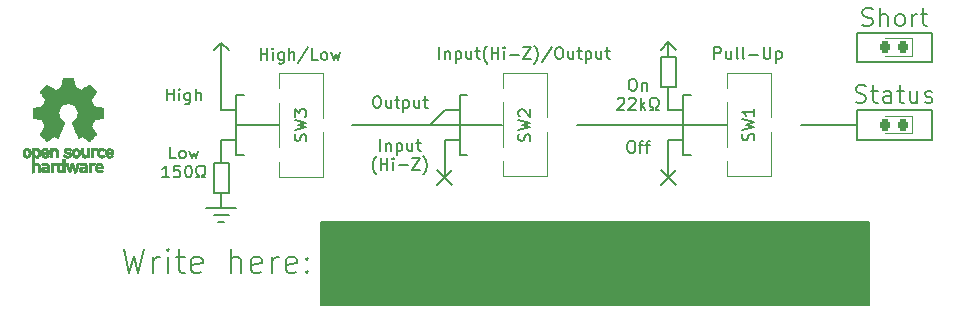
<source format=gto>
%TF.GenerationSoftware,KiCad,Pcbnew,(6.0.2)*%
%TF.CreationDate,2022-08-27T15:51:37-07:00*%
%TF.ProjectId,TxBoard,5478426f-6172-4642-9e6b-696361645f70,5*%
%TF.SameCoordinates,Original*%
%TF.FileFunction,Legend,Top*%
%TF.FilePolarity,Positive*%
%FSLAX46Y46*%
G04 Gerber Fmt 4.6, Leading zero omitted, Abs format (unit mm)*
G04 Created by KiCad (PCBNEW (6.0.2)) date 2022-08-27 15:51:37*
%MOMM*%
%LPD*%
G01*
G04 APERTURE LIST*
G04 Aperture macros list*
%AMRoundRect*
0 Rectangle with rounded corners*
0 $1 Rounding radius*
0 $2 $3 $4 $5 $6 $7 $8 $9 X,Y pos of 4 corners*
0 Add a 4 corners polygon primitive as box body*
4,1,4,$2,$3,$4,$5,$6,$7,$8,$9,$2,$3,0*
0 Add four circle primitives for the rounded corners*
1,1,$1+$1,$2,$3*
1,1,$1+$1,$4,$5*
1,1,$1+$1,$6,$7*
1,1,$1+$1,$8,$9*
0 Add four rect primitives between the rounded corners*
20,1,$1+$1,$2,$3,$4,$5,0*
20,1,$1+$1,$4,$5,$6,$7,0*
20,1,$1+$1,$6,$7,$8,$9,0*
20,1,$1+$1,$8,$9,$2,$3,0*%
G04 Aperture macros list end*
%ADD10C,0.150000*%
%ADD11C,0.160000*%
%ADD12C,0.120000*%
%ADD13C,0.010000*%
%ADD14RoundRect,0.218750X0.218750X0.256250X-0.218750X0.256250X-0.218750X-0.256250X0.218750X-0.256250X0*%
%ADD15C,7.000000*%
%ADD16R,2.700000X1.000000*%
%ADD17O,2.717800X1.501800*%
%ADD18O,1.501800X2.717800*%
%ADD19C,1.755000*%
G04 APERTURE END LIST*
D10*
X181229000Y-98425000D02*
X174879000Y-98425000D01*
X174879000Y-98425000D02*
X174879000Y-95885000D01*
X174879000Y-95885000D02*
X181229000Y-95885000D01*
X181229000Y-95885000D02*
X181229000Y-98425000D01*
D11*
X121733000Y-102915000D02*
X120463000Y-102915000D01*
X120463000Y-102915000D02*
X120463000Y-100375000D01*
X120463000Y-100375000D02*
X121733000Y-100375000D01*
X121733000Y-100375000D02*
X121733000Y-102915000D01*
X160200000Y-99715000D02*
X160835000Y-99715000D01*
X120844000Y-105429600D02*
X121352000Y-105429600D01*
X141917500Y-99740000D02*
X141282500Y-99740000D01*
X141282500Y-99740000D02*
X141282500Y-97200000D01*
X121098000Y-98470000D02*
X121098000Y-100375000D01*
X129540000Y-105410000D02*
X175895000Y-105410000D01*
X175895000Y-105410000D02*
X175895000Y-112395000D01*
X175895000Y-112395000D02*
X129540000Y-112395000D01*
X129540000Y-112395000D02*
X129540000Y-105410000D01*
G36*
X129540000Y-105410000D02*
G01*
X175895000Y-105410000D01*
X175895000Y-112395000D01*
X129540000Y-112395000D01*
X129540000Y-105410000D01*
G37*
X141282500Y-98470000D02*
X140012500Y-98470000D01*
X119828000Y-104185000D02*
X122368000Y-104185000D01*
X160200000Y-94635000D02*
X160835000Y-94635000D01*
X121098000Y-90245000D02*
X120463000Y-90880000D01*
X139377500Y-102280000D02*
X140647500Y-101010000D01*
X158295000Y-102255000D02*
X159565000Y-100985000D01*
X139377500Y-101010000D02*
X140647500Y-102280000D01*
X163870400Y-97150000D02*
X151200000Y-97150000D01*
X122368000Y-97200000D02*
X122368000Y-99740000D01*
X121098000Y-102915000D02*
X121098000Y-104185000D01*
X121733000Y-104820000D02*
X120463000Y-104820000D01*
X160200000Y-95905000D02*
X158930000Y-95905000D01*
X141282500Y-94660000D02*
X141917500Y-94660000D01*
X158930000Y-95905000D02*
X158930000Y-94000000D01*
X141282500Y-97200000D02*
X141282500Y-94660000D01*
D10*
X181229000Y-91840000D02*
X174879000Y-91840000D01*
X174879000Y-91840000D02*
X174879000Y-89400000D01*
X174879000Y-89400000D02*
X181229000Y-89400000D01*
X181229000Y-89400000D02*
X181229000Y-91840000D01*
D11*
X158930000Y-98445000D02*
X158930000Y-101620000D01*
X123003000Y-97200000D02*
X125970400Y-97200000D01*
X174850000Y-97155000D02*
X170150000Y-97150000D01*
X122368000Y-97200000D02*
X123003000Y-97200000D01*
X140012500Y-98470000D02*
X140012500Y-101645000D01*
X158930000Y-98445000D02*
X160200000Y-98445000D01*
X141282500Y-95930000D02*
X140012500Y-95930000D01*
X158930000Y-90190000D02*
X159565000Y-90825000D01*
X121098000Y-90245000D02*
X121733000Y-90880000D01*
X122368000Y-99740000D02*
X123003000Y-99740000D01*
X122368000Y-98470000D02*
X121098000Y-98470000D01*
X121098000Y-91515000D02*
X121098000Y-90245000D01*
X160200000Y-97175000D02*
X160200000Y-99715000D01*
X140012500Y-95930000D02*
X138742500Y-97200000D01*
X123003000Y-94660000D02*
X122368000Y-94660000D01*
X121098000Y-95930000D02*
X121098000Y-91515000D01*
X159565000Y-94000000D02*
X158295000Y-94000000D01*
X158295000Y-94000000D02*
X158295000Y-91460000D01*
X158295000Y-91460000D02*
X159565000Y-91460000D01*
X159565000Y-91460000D02*
X159565000Y-94000000D01*
X122368000Y-95930000D02*
X121098000Y-95930000D01*
X138742500Y-97200000D02*
X132200000Y-97200000D01*
X138742500Y-97200000D02*
X144900000Y-97200000D01*
X158295000Y-100985000D02*
X159565000Y-102255000D01*
X160200000Y-97175000D02*
X160200000Y-94635000D01*
X158930000Y-91460000D02*
X158930000Y-90190000D01*
X158930000Y-90190000D02*
X158295000Y-90825000D01*
X122368000Y-94660000D02*
X122368000Y-97200000D01*
X134559642Y-99387380D02*
X134559642Y-98387380D01*
X135035833Y-98720714D02*
X135035833Y-99387380D01*
X135035833Y-98815952D02*
X135083452Y-98768333D01*
X135178690Y-98720714D01*
X135321547Y-98720714D01*
X135416785Y-98768333D01*
X135464404Y-98863571D01*
X135464404Y-99387380D01*
X135940595Y-98720714D02*
X135940595Y-99720714D01*
X135940595Y-98768333D02*
X136035833Y-98720714D01*
X136226309Y-98720714D01*
X136321547Y-98768333D01*
X136369166Y-98815952D01*
X136416785Y-98911190D01*
X136416785Y-99196904D01*
X136369166Y-99292142D01*
X136321547Y-99339761D01*
X136226309Y-99387380D01*
X136035833Y-99387380D01*
X135940595Y-99339761D01*
X137273928Y-98720714D02*
X137273928Y-99387380D01*
X136845357Y-98720714D02*
X136845357Y-99244523D01*
X136892976Y-99339761D01*
X136988214Y-99387380D01*
X137131071Y-99387380D01*
X137226309Y-99339761D01*
X137273928Y-99292142D01*
X137607261Y-98720714D02*
X137988214Y-98720714D01*
X137750119Y-98387380D02*
X137750119Y-99244523D01*
X137797738Y-99339761D01*
X137892976Y-99387380D01*
X137988214Y-99387380D01*
X134202500Y-101378333D02*
X134154880Y-101330714D01*
X134059642Y-101187857D01*
X134012023Y-101092619D01*
X133964404Y-100949761D01*
X133916785Y-100711666D01*
X133916785Y-100521190D01*
X133964404Y-100283095D01*
X134012023Y-100140238D01*
X134059642Y-100045000D01*
X134154880Y-99902142D01*
X134202500Y-99854523D01*
X134583452Y-100997380D02*
X134583452Y-99997380D01*
X134583452Y-100473571D02*
X135154880Y-100473571D01*
X135154880Y-100997380D02*
X135154880Y-99997380D01*
X135631071Y-100997380D02*
X135631071Y-100330714D01*
X135631071Y-99997380D02*
X135583452Y-100045000D01*
X135631071Y-100092619D01*
X135678690Y-100045000D01*
X135631071Y-99997380D01*
X135631071Y-100092619D01*
X136107261Y-100616428D02*
X136869166Y-100616428D01*
X137250119Y-99997380D02*
X137916785Y-99997380D01*
X137250119Y-100997380D01*
X137916785Y-100997380D01*
X138202500Y-101378333D02*
X138250119Y-101330714D01*
X138345357Y-101187857D01*
X138392976Y-101092619D01*
X138440595Y-100949761D01*
X138488214Y-100711666D01*
X138488214Y-100521190D01*
X138440595Y-100283095D01*
X138392976Y-100140238D01*
X138345357Y-100045000D01*
X138250119Y-99902142D01*
X138202500Y-99854523D01*
X162816666Y-91602380D02*
X162816666Y-90602380D01*
X163197619Y-90602380D01*
X163292857Y-90650000D01*
X163340476Y-90697619D01*
X163388095Y-90792857D01*
X163388095Y-90935714D01*
X163340476Y-91030952D01*
X163292857Y-91078571D01*
X163197619Y-91126190D01*
X162816666Y-91126190D01*
X164245238Y-90935714D02*
X164245238Y-91602380D01*
X163816666Y-90935714D02*
X163816666Y-91459523D01*
X163864285Y-91554761D01*
X163959523Y-91602380D01*
X164102380Y-91602380D01*
X164197619Y-91554761D01*
X164245238Y-91507142D01*
X164864285Y-91602380D02*
X164769047Y-91554761D01*
X164721428Y-91459523D01*
X164721428Y-90602380D01*
X165388095Y-91602380D02*
X165292857Y-91554761D01*
X165245238Y-91459523D01*
X165245238Y-90602380D01*
X165769047Y-91221428D02*
X166530952Y-91221428D01*
X167007142Y-90602380D02*
X167007142Y-91411904D01*
X167054761Y-91507142D01*
X167102380Y-91554761D01*
X167197619Y-91602380D01*
X167388095Y-91602380D01*
X167483333Y-91554761D01*
X167530952Y-91507142D01*
X167578571Y-91411904D01*
X167578571Y-90602380D01*
X168054761Y-90935714D02*
X168054761Y-91935714D01*
X168054761Y-90983333D02*
X168150000Y-90935714D01*
X168340476Y-90935714D01*
X168435714Y-90983333D01*
X168483333Y-91030952D01*
X168530952Y-91126190D01*
X168530952Y-91411904D01*
X168483333Y-91507142D01*
X168435714Y-91554761D01*
X168340476Y-91602380D01*
X168150000Y-91602380D01*
X168054761Y-91554761D01*
X155723333Y-98532380D02*
X155913809Y-98532380D01*
X156009047Y-98580000D01*
X156104285Y-98675238D01*
X156151904Y-98865714D01*
X156151904Y-99199047D01*
X156104285Y-99389523D01*
X156009047Y-99484761D01*
X155913809Y-99532380D01*
X155723333Y-99532380D01*
X155628095Y-99484761D01*
X155532857Y-99389523D01*
X155485238Y-99199047D01*
X155485238Y-98865714D01*
X155532857Y-98675238D01*
X155628095Y-98580000D01*
X155723333Y-98532380D01*
X156437619Y-98865714D02*
X156818571Y-98865714D01*
X156580476Y-99532380D02*
X156580476Y-98675238D01*
X156628095Y-98580000D01*
X156723333Y-98532380D01*
X156818571Y-98532380D01*
X157009047Y-98865714D02*
X157390000Y-98865714D01*
X157151904Y-99532380D02*
X157151904Y-98675238D01*
X157199523Y-98580000D01*
X157294761Y-98532380D01*
X157390000Y-98532380D01*
X117256333Y-100022380D02*
X116780142Y-100022380D01*
X116780142Y-99022380D01*
X117732523Y-100022380D02*
X117637285Y-99974761D01*
X117589666Y-99927142D01*
X117542047Y-99831904D01*
X117542047Y-99546190D01*
X117589666Y-99450952D01*
X117637285Y-99403333D01*
X117732523Y-99355714D01*
X117875380Y-99355714D01*
X117970619Y-99403333D01*
X118018238Y-99450952D01*
X118065857Y-99546190D01*
X118065857Y-99831904D01*
X118018238Y-99927142D01*
X117970619Y-99974761D01*
X117875380Y-100022380D01*
X117732523Y-100022380D01*
X118399190Y-99355714D02*
X118589666Y-100022380D01*
X118780142Y-99546190D01*
X118970619Y-100022380D01*
X119161095Y-99355714D01*
X116684904Y-101632380D02*
X116113476Y-101632380D01*
X116399190Y-101632380D02*
X116399190Y-100632380D01*
X116303952Y-100775238D01*
X116208714Y-100870476D01*
X116113476Y-100918095D01*
X117589666Y-100632380D02*
X117113476Y-100632380D01*
X117065857Y-101108571D01*
X117113476Y-101060952D01*
X117208714Y-101013333D01*
X117446809Y-101013333D01*
X117542047Y-101060952D01*
X117589666Y-101108571D01*
X117637285Y-101203809D01*
X117637285Y-101441904D01*
X117589666Y-101537142D01*
X117542047Y-101584761D01*
X117446809Y-101632380D01*
X117208714Y-101632380D01*
X117113476Y-101584761D01*
X117065857Y-101537142D01*
X118256333Y-100632380D02*
X118351571Y-100632380D01*
X118446809Y-100680000D01*
X118494428Y-100727619D01*
X118542047Y-100822857D01*
X118589666Y-101013333D01*
X118589666Y-101251428D01*
X118542047Y-101441904D01*
X118494428Y-101537142D01*
X118446809Y-101584761D01*
X118351571Y-101632380D01*
X118256333Y-101632380D01*
X118161095Y-101584761D01*
X118113476Y-101537142D01*
X118065857Y-101441904D01*
X118018238Y-101251428D01*
X118018238Y-101013333D01*
X118065857Y-100822857D01*
X118113476Y-100727619D01*
X118161095Y-100680000D01*
X118256333Y-100632380D01*
X118970619Y-101632380D02*
X119208714Y-101632380D01*
X119208714Y-101441904D01*
X119113476Y-101394285D01*
X119018238Y-101299047D01*
X118970619Y-101156190D01*
X118970619Y-100918095D01*
X119018238Y-100775238D01*
X119113476Y-100680000D01*
X119256333Y-100632380D01*
X119446809Y-100632380D01*
X119589666Y-100680000D01*
X119684904Y-100775238D01*
X119732523Y-100918095D01*
X119732523Y-101156190D01*
X119684904Y-101299047D01*
X119589666Y-101394285D01*
X119494428Y-101441904D01*
X119494428Y-101632380D01*
X119732523Y-101632380D01*
X134178690Y-94747380D02*
X134369166Y-94747380D01*
X134464404Y-94795000D01*
X134559642Y-94890238D01*
X134607261Y-95080714D01*
X134607261Y-95414047D01*
X134559642Y-95604523D01*
X134464404Y-95699761D01*
X134369166Y-95747380D01*
X134178690Y-95747380D01*
X134083452Y-95699761D01*
X133988214Y-95604523D01*
X133940595Y-95414047D01*
X133940595Y-95080714D01*
X133988214Y-94890238D01*
X134083452Y-94795000D01*
X134178690Y-94747380D01*
X135464404Y-95080714D02*
X135464404Y-95747380D01*
X135035833Y-95080714D02*
X135035833Y-95604523D01*
X135083452Y-95699761D01*
X135178690Y-95747380D01*
X135321547Y-95747380D01*
X135416785Y-95699761D01*
X135464404Y-95652142D01*
X135797738Y-95080714D02*
X136178690Y-95080714D01*
X135940595Y-94747380D02*
X135940595Y-95604523D01*
X135988214Y-95699761D01*
X136083452Y-95747380D01*
X136178690Y-95747380D01*
X136512023Y-95080714D02*
X136512023Y-96080714D01*
X136512023Y-95128333D02*
X136607261Y-95080714D01*
X136797738Y-95080714D01*
X136892976Y-95128333D01*
X136940595Y-95175952D01*
X136988214Y-95271190D01*
X136988214Y-95556904D01*
X136940595Y-95652142D01*
X136892976Y-95699761D01*
X136797738Y-95747380D01*
X136607261Y-95747380D01*
X136512023Y-95699761D01*
X137845357Y-95080714D02*
X137845357Y-95747380D01*
X137416785Y-95080714D02*
X137416785Y-95604523D01*
X137464404Y-95699761D01*
X137559642Y-95747380D01*
X137702500Y-95747380D01*
X137797738Y-95699761D01*
X137845357Y-95652142D01*
X138178690Y-95080714D02*
X138559642Y-95080714D01*
X138321547Y-94747380D02*
X138321547Y-95604523D01*
X138369166Y-95699761D01*
X138464404Y-95747380D01*
X138559642Y-95747380D01*
X155842380Y-93282380D02*
X156032857Y-93282380D01*
X156128095Y-93330000D01*
X156223333Y-93425238D01*
X156270952Y-93615714D01*
X156270952Y-93949047D01*
X156223333Y-94139523D01*
X156128095Y-94234761D01*
X156032857Y-94282380D01*
X155842380Y-94282380D01*
X155747142Y-94234761D01*
X155651904Y-94139523D01*
X155604285Y-93949047D01*
X155604285Y-93615714D01*
X155651904Y-93425238D01*
X155747142Y-93330000D01*
X155842380Y-93282380D01*
X156699523Y-93615714D02*
X156699523Y-94282380D01*
X156699523Y-93710952D02*
X156747142Y-93663333D01*
X156842380Y-93615714D01*
X156985238Y-93615714D01*
X157080476Y-93663333D01*
X157128095Y-93758571D01*
X157128095Y-94282380D01*
X154651904Y-94987619D02*
X154699523Y-94940000D01*
X154794761Y-94892380D01*
X155032857Y-94892380D01*
X155128095Y-94940000D01*
X155175714Y-94987619D01*
X155223333Y-95082857D01*
X155223333Y-95178095D01*
X155175714Y-95320952D01*
X154604285Y-95892380D01*
X155223333Y-95892380D01*
X155604285Y-94987619D02*
X155651904Y-94940000D01*
X155747142Y-94892380D01*
X155985238Y-94892380D01*
X156080476Y-94940000D01*
X156128095Y-94987619D01*
X156175714Y-95082857D01*
X156175714Y-95178095D01*
X156128095Y-95320952D01*
X155556666Y-95892380D01*
X156175714Y-95892380D01*
X156604285Y-95892380D02*
X156604285Y-94892380D01*
X156699523Y-95511428D02*
X156985238Y-95892380D01*
X156985238Y-95225714D02*
X156604285Y-95606666D01*
X157366190Y-95892380D02*
X157604285Y-95892380D01*
X157604285Y-95701904D01*
X157509047Y-95654285D01*
X157413809Y-95559047D01*
X157366190Y-95416190D01*
X157366190Y-95178095D01*
X157413809Y-95035238D01*
X157509047Y-94940000D01*
X157651904Y-94892380D01*
X157842380Y-94892380D01*
X157985238Y-94940000D01*
X158080476Y-95035238D01*
X158128095Y-95178095D01*
X158128095Y-95416190D01*
X158080476Y-95559047D01*
X157985238Y-95654285D01*
X157890000Y-95701904D01*
X157890000Y-95892380D01*
X158128095Y-95892380D01*
X174804000Y-95222142D02*
X175018285Y-95293571D01*
X175375428Y-95293571D01*
X175518285Y-95222142D01*
X175589714Y-95150714D01*
X175661142Y-95007857D01*
X175661142Y-94865000D01*
X175589714Y-94722142D01*
X175518285Y-94650714D01*
X175375428Y-94579285D01*
X175089714Y-94507857D01*
X174946857Y-94436428D01*
X174875428Y-94365000D01*
X174804000Y-94222142D01*
X174804000Y-94079285D01*
X174875428Y-93936428D01*
X174946857Y-93865000D01*
X175089714Y-93793571D01*
X175446857Y-93793571D01*
X175661142Y-93865000D01*
X176089714Y-94293571D02*
X176661142Y-94293571D01*
X176304000Y-93793571D02*
X176304000Y-95079285D01*
X176375428Y-95222142D01*
X176518285Y-95293571D01*
X176661142Y-95293571D01*
X177804000Y-95293571D02*
X177804000Y-94507857D01*
X177732571Y-94365000D01*
X177589714Y-94293571D01*
X177304000Y-94293571D01*
X177161142Y-94365000D01*
X177804000Y-95222142D02*
X177661142Y-95293571D01*
X177304000Y-95293571D01*
X177161142Y-95222142D01*
X177089714Y-95079285D01*
X177089714Y-94936428D01*
X177161142Y-94793571D01*
X177304000Y-94722142D01*
X177661142Y-94722142D01*
X177804000Y-94650714D01*
X178304000Y-94293571D02*
X178875428Y-94293571D01*
X178518285Y-93793571D02*
X178518285Y-95079285D01*
X178589714Y-95222142D01*
X178732571Y-95293571D01*
X178875428Y-95293571D01*
X180018285Y-94293571D02*
X180018285Y-95293571D01*
X179375428Y-94293571D02*
X179375428Y-95079285D01*
X179446857Y-95222142D01*
X179589714Y-95293571D01*
X179804000Y-95293571D01*
X179946857Y-95222142D01*
X180018285Y-95150714D01*
X180661142Y-95222142D02*
X180804000Y-95293571D01*
X181089714Y-95293571D01*
X181232571Y-95222142D01*
X181304000Y-95079285D01*
X181304000Y-95007857D01*
X181232571Y-94865000D01*
X181089714Y-94793571D01*
X180875428Y-94793571D01*
X180732571Y-94722142D01*
X180661142Y-94579285D01*
X180661142Y-94507857D01*
X180732571Y-94365000D01*
X180875428Y-94293571D01*
X181089714Y-94293571D01*
X181232571Y-94365000D01*
X139557142Y-91602380D02*
X139557142Y-90602380D01*
X140033333Y-90935714D02*
X140033333Y-91602380D01*
X140033333Y-91030952D02*
X140080952Y-90983333D01*
X140176190Y-90935714D01*
X140319047Y-90935714D01*
X140414285Y-90983333D01*
X140461904Y-91078571D01*
X140461904Y-91602380D01*
X140938095Y-90935714D02*
X140938095Y-91935714D01*
X140938095Y-90983333D02*
X141033333Y-90935714D01*
X141223809Y-90935714D01*
X141319047Y-90983333D01*
X141366666Y-91030952D01*
X141414285Y-91126190D01*
X141414285Y-91411904D01*
X141366666Y-91507142D01*
X141319047Y-91554761D01*
X141223809Y-91602380D01*
X141033333Y-91602380D01*
X140938095Y-91554761D01*
X142271428Y-90935714D02*
X142271428Y-91602380D01*
X141842857Y-90935714D02*
X141842857Y-91459523D01*
X141890476Y-91554761D01*
X141985714Y-91602380D01*
X142128571Y-91602380D01*
X142223809Y-91554761D01*
X142271428Y-91507142D01*
X142604761Y-90935714D02*
X142985714Y-90935714D01*
X142747619Y-90602380D02*
X142747619Y-91459523D01*
X142795238Y-91554761D01*
X142890476Y-91602380D01*
X142985714Y-91602380D01*
X143604761Y-91983333D02*
X143557142Y-91935714D01*
X143461904Y-91792857D01*
X143414285Y-91697619D01*
X143366666Y-91554761D01*
X143319047Y-91316666D01*
X143319047Y-91126190D01*
X143366666Y-90888095D01*
X143414285Y-90745238D01*
X143461904Y-90650000D01*
X143557142Y-90507142D01*
X143604761Y-90459523D01*
X143985714Y-91602380D02*
X143985714Y-90602380D01*
X143985714Y-91078571D02*
X144557142Y-91078571D01*
X144557142Y-91602380D02*
X144557142Y-90602380D01*
X145033333Y-91602380D02*
X145033333Y-90935714D01*
X145033333Y-90602380D02*
X144985714Y-90650000D01*
X145033333Y-90697619D01*
X145080952Y-90650000D01*
X145033333Y-90602380D01*
X145033333Y-90697619D01*
X145509523Y-91221428D02*
X146271428Y-91221428D01*
X146652380Y-90602380D02*
X147319047Y-90602380D01*
X146652380Y-91602380D01*
X147319047Y-91602380D01*
X147604761Y-91983333D02*
X147652380Y-91935714D01*
X147747619Y-91792857D01*
X147795238Y-91697619D01*
X147842857Y-91554761D01*
X147890476Y-91316666D01*
X147890476Y-91126190D01*
X147842857Y-90888095D01*
X147795238Y-90745238D01*
X147747619Y-90650000D01*
X147652380Y-90507142D01*
X147604761Y-90459523D01*
X149080952Y-90554761D02*
X148223809Y-91840476D01*
X149604761Y-90602380D02*
X149795238Y-90602380D01*
X149890476Y-90650000D01*
X149985714Y-90745238D01*
X150033333Y-90935714D01*
X150033333Y-91269047D01*
X149985714Y-91459523D01*
X149890476Y-91554761D01*
X149795238Y-91602380D01*
X149604761Y-91602380D01*
X149509523Y-91554761D01*
X149414285Y-91459523D01*
X149366666Y-91269047D01*
X149366666Y-90935714D01*
X149414285Y-90745238D01*
X149509523Y-90650000D01*
X149604761Y-90602380D01*
X150890476Y-90935714D02*
X150890476Y-91602380D01*
X150461904Y-90935714D02*
X150461904Y-91459523D01*
X150509523Y-91554761D01*
X150604761Y-91602380D01*
X150747619Y-91602380D01*
X150842857Y-91554761D01*
X150890476Y-91507142D01*
X151223809Y-90935714D02*
X151604761Y-90935714D01*
X151366666Y-90602380D02*
X151366666Y-91459523D01*
X151414285Y-91554761D01*
X151509523Y-91602380D01*
X151604761Y-91602380D01*
X151938095Y-90935714D02*
X151938095Y-91935714D01*
X151938095Y-90983333D02*
X152033333Y-90935714D01*
X152223809Y-90935714D01*
X152319047Y-90983333D01*
X152366666Y-91030952D01*
X152414285Y-91126190D01*
X152414285Y-91411904D01*
X152366666Y-91507142D01*
X152319047Y-91554761D01*
X152223809Y-91602380D01*
X152033333Y-91602380D01*
X151938095Y-91554761D01*
X153271428Y-90935714D02*
X153271428Y-91602380D01*
X152842857Y-90935714D02*
X152842857Y-91459523D01*
X152890476Y-91554761D01*
X152985714Y-91602380D01*
X153128571Y-91602380D01*
X153223809Y-91554761D01*
X153271428Y-91507142D01*
X153604761Y-90935714D02*
X153985714Y-90935714D01*
X153747619Y-90602380D02*
X153747619Y-91459523D01*
X153795238Y-91554761D01*
X153890476Y-91602380D01*
X153985714Y-91602380D01*
X175375428Y-88737142D02*
X175589714Y-88808571D01*
X175946857Y-88808571D01*
X176089714Y-88737142D01*
X176161142Y-88665714D01*
X176232571Y-88522857D01*
X176232571Y-88380000D01*
X176161142Y-88237142D01*
X176089714Y-88165714D01*
X175946857Y-88094285D01*
X175661142Y-88022857D01*
X175518285Y-87951428D01*
X175446857Y-87880000D01*
X175375428Y-87737142D01*
X175375428Y-87594285D01*
X175446857Y-87451428D01*
X175518285Y-87380000D01*
X175661142Y-87308571D01*
X176018285Y-87308571D01*
X176232571Y-87380000D01*
X176875428Y-88808571D02*
X176875428Y-87308571D01*
X177518285Y-88808571D02*
X177518285Y-88022857D01*
X177446857Y-87880000D01*
X177304000Y-87808571D01*
X177089714Y-87808571D01*
X176946857Y-87880000D01*
X176875428Y-87951428D01*
X178446857Y-88808571D02*
X178304000Y-88737142D01*
X178232571Y-88665714D01*
X178161142Y-88522857D01*
X178161142Y-88094285D01*
X178232571Y-87951428D01*
X178304000Y-87880000D01*
X178446857Y-87808571D01*
X178661142Y-87808571D01*
X178804000Y-87880000D01*
X178875428Y-87951428D01*
X178946857Y-88094285D01*
X178946857Y-88522857D01*
X178875428Y-88665714D01*
X178804000Y-88737142D01*
X178661142Y-88808571D01*
X178446857Y-88808571D01*
X179589714Y-88808571D02*
X179589714Y-87808571D01*
X179589714Y-88094285D02*
X179661142Y-87951428D01*
X179732571Y-87880000D01*
X179875428Y-87808571D01*
X180018285Y-87808571D01*
X180304000Y-87808571D02*
X180875428Y-87808571D01*
X180518285Y-87308571D02*
X180518285Y-88594285D01*
X180589714Y-88737142D01*
X180732571Y-88808571D01*
X180875428Y-88808571D01*
X124416666Y-91672380D02*
X124416666Y-90672380D01*
X124416666Y-91148571D02*
X124988095Y-91148571D01*
X124988095Y-91672380D02*
X124988095Y-90672380D01*
X125464285Y-91672380D02*
X125464285Y-91005714D01*
X125464285Y-90672380D02*
X125416666Y-90720000D01*
X125464285Y-90767619D01*
X125511904Y-90720000D01*
X125464285Y-90672380D01*
X125464285Y-90767619D01*
X126369047Y-91005714D02*
X126369047Y-91815238D01*
X126321428Y-91910476D01*
X126273809Y-91958095D01*
X126178571Y-92005714D01*
X126035714Y-92005714D01*
X125940476Y-91958095D01*
X126369047Y-91624761D02*
X126273809Y-91672380D01*
X126083333Y-91672380D01*
X125988095Y-91624761D01*
X125940476Y-91577142D01*
X125892857Y-91481904D01*
X125892857Y-91196190D01*
X125940476Y-91100952D01*
X125988095Y-91053333D01*
X126083333Y-91005714D01*
X126273809Y-91005714D01*
X126369047Y-91053333D01*
X126845238Y-91672380D02*
X126845238Y-90672380D01*
X127273809Y-91672380D02*
X127273809Y-91148571D01*
X127226190Y-91053333D01*
X127130952Y-91005714D01*
X126988095Y-91005714D01*
X126892857Y-91053333D01*
X126845238Y-91100952D01*
X128464285Y-90624761D02*
X127607142Y-91910476D01*
X129273809Y-91672380D02*
X128797619Y-91672380D01*
X128797619Y-90672380D01*
X129750000Y-91672380D02*
X129654761Y-91624761D01*
X129607142Y-91577142D01*
X129559523Y-91481904D01*
X129559523Y-91196190D01*
X129607142Y-91100952D01*
X129654761Y-91053333D01*
X129750000Y-91005714D01*
X129892857Y-91005714D01*
X129988095Y-91053333D01*
X130035714Y-91100952D01*
X130083333Y-91196190D01*
X130083333Y-91481904D01*
X130035714Y-91577142D01*
X129988095Y-91624761D01*
X129892857Y-91672380D01*
X129750000Y-91672380D01*
X130416666Y-91005714D02*
X130607142Y-91672380D01*
X130797619Y-91196190D01*
X130988095Y-91672380D01*
X131178571Y-91005714D01*
X116494428Y-95112380D02*
X116494428Y-94112380D01*
X116494428Y-94588571D02*
X117065857Y-94588571D01*
X117065857Y-95112380D02*
X117065857Y-94112380D01*
X117542047Y-95112380D02*
X117542047Y-94445714D01*
X117542047Y-94112380D02*
X117494428Y-94160000D01*
X117542047Y-94207619D01*
X117589666Y-94160000D01*
X117542047Y-94112380D01*
X117542047Y-94207619D01*
X118446809Y-94445714D02*
X118446809Y-95255238D01*
X118399190Y-95350476D01*
X118351571Y-95398095D01*
X118256333Y-95445714D01*
X118113476Y-95445714D01*
X118018238Y-95398095D01*
X118446809Y-95064761D02*
X118351571Y-95112380D01*
X118161095Y-95112380D01*
X118065857Y-95064761D01*
X118018238Y-95017142D01*
X117970619Y-94921904D01*
X117970619Y-94636190D01*
X118018238Y-94540952D01*
X118065857Y-94493333D01*
X118161095Y-94445714D01*
X118351571Y-94445714D01*
X118446809Y-94493333D01*
X118923000Y-95112380D02*
X118923000Y-94112380D01*
X119351571Y-95112380D02*
X119351571Y-94588571D01*
X119303952Y-94493333D01*
X119208714Y-94445714D01*
X119065857Y-94445714D01*
X118970619Y-94493333D01*
X118923000Y-94540952D01*
X112842857Y-107704761D02*
X113319047Y-109704761D01*
X113700000Y-108276190D01*
X114080952Y-109704761D01*
X114557142Y-107704761D01*
X115319047Y-109704761D02*
X115319047Y-108371428D01*
X115319047Y-108752380D02*
X115414285Y-108561904D01*
X115509523Y-108466666D01*
X115700000Y-108371428D01*
X115890476Y-108371428D01*
X116557142Y-109704761D02*
X116557142Y-108371428D01*
X116557142Y-107704761D02*
X116461904Y-107800000D01*
X116557142Y-107895238D01*
X116652380Y-107800000D01*
X116557142Y-107704761D01*
X116557142Y-107895238D01*
X117223809Y-108371428D02*
X117985714Y-108371428D01*
X117509523Y-107704761D02*
X117509523Y-109419047D01*
X117604761Y-109609523D01*
X117795238Y-109704761D01*
X117985714Y-109704761D01*
X119414285Y-109609523D02*
X119223809Y-109704761D01*
X118842857Y-109704761D01*
X118652380Y-109609523D01*
X118557142Y-109419047D01*
X118557142Y-108657142D01*
X118652380Y-108466666D01*
X118842857Y-108371428D01*
X119223809Y-108371428D01*
X119414285Y-108466666D01*
X119509523Y-108657142D01*
X119509523Y-108847619D01*
X118557142Y-109038095D01*
X121890476Y-109704761D02*
X121890476Y-107704761D01*
X122747619Y-109704761D02*
X122747619Y-108657142D01*
X122652380Y-108466666D01*
X122461904Y-108371428D01*
X122176190Y-108371428D01*
X121985714Y-108466666D01*
X121890476Y-108561904D01*
X124461904Y-109609523D02*
X124271428Y-109704761D01*
X123890476Y-109704761D01*
X123700000Y-109609523D01*
X123604761Y-109419047D01*
X123604761Y-108657142D01*
X123700000Y-108466666D01*
X123890476Y-108371428D01*
X124271428Y-108371428D01*
X124461904Y-108466666D01*
X124557142Y-108657142D01*
X124557142Y-108847619D01*
X123604761Y-109038095D01*
X125414285Y-109704761D02*
X125414285Y-108371428D01*
X125414285Y-108752380D02*
X125509523Y-108561904D01*
X125604761Y-108466666D01*
X125795238Y-108371428D01*
X125985714Y-108371428D01*
X127414285Y-109609523D02*
X127223809Y-109704761D01*
X126842857Y-109704761D01*
X126652380Y-109609523D01*
X126557142Y-109419047D01*
X126557142Y-108657142D01*
X126652380Y-108466666D01*
X126842857Y-108371428D01*
X127223809Y-108371428D01*
X127414285Y-108466666D01*
X127509523Y-108657142D01*
X127509523Y-108847619D01*
X126557142Y-109038095D01*
X128366666Y-109514285D02*
X128461904Y-109609523D01*
X128366666Y-109704761D01*
X128271428Y-109609523D01*
X128366666Y-109514285D01*
X128366666Y-109704761D01*
X128366666Y-108466666D02*
X128461904Y-108561904D01*
X128366666Y-108657142D01*
X128271428Y-108561904D01*
X128366666Y-108466666D01*
X128366666Y-108657142D01*
D10*
X147204761Y-98533333D02*
X147252380Y-98390476D01*
X147252380Y-98152380D01*
X147204761Y-98057142D01*
X147157142Y-98009523D01*
X147061904Y-97961904D01*
X146966666Y-97961904D01*
X146871428Y-98009523D01*
X146823809Y-98057142D01*
X146776190Y-98152380D01*
X146728571Y-98342857D01*
X146680952Y-98438095D01*
X146633333Y-98485714D01*
X146538095Y-98533333D01*
X146442857Y-98533333D01*
X146347619Y-98485714D01*
X146300000Y-98438095D01*
X146252380Y-98342857D01*
X146252380Y-98104761D01*
X146300000Y-97961904D01*
X146252380Y-97628571D02*
X147252380Y-97390476D01*
X146538095Y-97200000D01*
X147252380Y-97009523D01*
X146252380Y-96771428D01*
X146347619Y-96438095D02*
X146300000Y-96390476D01*
X146252380Y-96295238D01*
X146252380Y-96057142D01*
X146300000Y-95961904D01*
X146347619Y-95914285D01*
X146442857Y-95866666D01*
X146538095Y-95866666D01*
X146680952Y-95914285D01*
X147252380Y-96485714D01*
X147252380Y-95866666D01*
X166154761Y-98483333D02*
X166202380Y-98340476D01*
X166202380Y-98102380D01*
X166154761Y-98007142D01*
X166107142Y-97959523D01*
X166011904Y-97911904D01*
X165916666Y-97911904D01*
X165821428Y-97959523D01*
X165773809Y-98007142D01*
X165726190Y-98102380D01*
X165678571Y-98292857D01*
X165630952Y-98388095D01*
X165583333Y-98435714D01*
X165488095Y-98483333D01*
X165392857Y-98483333D01*
X165297619Y-98435714D01*
X165250000Y-98388095D01*
X165202380Y-98292857D01*
X165202380Y-98054761D01*
X165250000Y-97911904D01*
X165202380Y-97578571D02*
X166202380Y-97340476D01*
X165488095Y-97150000D01*
X166202380Y-96959523D01*
X165202380Y-96721428D01*
X166202380Y-95816666D02*
X166202380Y-96388095D01*
X166202380Y-96102380D02*
X165202380Y-96102380D01*
X165345238Y-96197619D01*
X165440476Y-96292857D01*
X165488095Y-96388095D01*
X128254761Y-98533333D02*
X128302380Y-98390476D01*
X128302380Y-98152380D01*
X128254761Y-98057142D01*
X128207142Y-98009523D01*
X128111904Y-97961904D01*
X128016666Y-97961904D01*
X127921428Y-98009523D01*
X127873809Y-98057142D01*
X127826190Y-98152380D01*
X127778571Y-98342857D01*
X127730952Y-98438095D01*
X127683333Y-98485714D01*
X127588095Y-98533333D01*
X127492857Y-98533333D01*
X127397619Y-98485714D01*
X127350000Y-98438095D01*
X127302380Y-98342857D01*
X127302380Y-98104761D01*
X127350000Y-97961904D01*
X127302380Y-97628571D02*
X128302380Y-97390476D01*
X127588095Y-97200000D01*
X128302380Y-97009523D01*
X127302380Y-96771428D01*
X127302380Y-96485714D02*
X127302380Y-95866666D01*
X127683333Y-96200000D01*
X127683333Y-96057142D01*
X127730952Y-95961904D01*
X127778571Y-95914285D01*
X127873809Y-95866666D01*
X128111904Y-95866666D01*
X128207142Y-95914285D01*
X128254761Y-95961904D01*
X128302380Y-96057142D01*
X128302380Y-96342857D01*
X128254761Y-96438095D01*
X128207142Y-96485714D01*
D12*
X179539000Y-89865000D02*
X177254000Y-89865000D01*
X179539000Y-91335000D02*
X179539000Y-89865000D01*
X177254000Y-91335000D02*
X179539000Y-91335000D01*
X179539000Y-96420000D02*
X177254000Y-96420000D01*
X179539000Y-97890000D02*
X179539000Y-96420000D01*
X177254000Y-97890000D02*
X179539000Y-97890000D01*
D13*
X106779881Y-100393486D02*
X106804888Y-100400982D01*
X106804888Y-100400982D02*
X106812950Y-100417451D01*
X106812950Y-100417451D02*
X106813289Y-100424886D01*
X106813289Y-100424886D02*
X106814736Y-100445594D01*
X106814736Y-100445594D02*
X106824698Y-100448845D01*
X106824698Y-100448845D02*
X106851612Y-100434648D01*
X106851612Y-100434648D02*
X106867598Y-100424948D01*
X106867598Y-100424948D02*
X106918033Y-100404175D01*
X106918033Y-100404175D02*
X106978272Y-100393904D01*
X106978272Y-100393904D02*
X107041434Y-100393114D01*
X107041434Y-100393114D02*
X107100637Y-100400786D01*
X107100637Y-100400786D02*
X107149002Y-100415898D01*
X107149002Y-100415898D02*
X107179646Y-100437432D01*
X107179646Y-100437432D02*
X107185689Y-100464366D01*
X107185689Y-100464366D02*
X107182639Y-100471660D01*
X107182639Y-100471660D02*
X107160406Y-100501937D01*
X107160406Y-100501937D02*
X107125930Y-100539175D01*
X107125930Y-100539175D02*
X107119694Y-100545195D01*
X107119694Y-100545195D02*
X107086833Y-100572875D01*
X107086833Y-100572875D02*
X107058480Y-100581818D01*
X107058480Y-100581818D02*
X107018827Y-100575576D01*
X107018827Y-100575576D02*
X107002942Y-100571429D01*
X107002942Y-100571429D02*
X106953509Y-100561467D01*
X106953509Y-100561467D02*
X106918752Y-100565947D01*
X106918752Y-100565947D02*
X106889400Y-100581746D01*
X106889400Y-100581746D02*
X106862513Y-100602949D01*
X106862513Y-100602949D02*
X106842710Y-100629614D01*
X106842710Y-100629614D02*
X106828948Y-100666827D01*
X106828948Y-100666827D02*
X106820184Y-100719673D01*
X106820184Y-100719673D02*
X106815374Y-100793237D01*
X106815374Y-100793237D02*
X106813474Y-100892605D01*
X106813474Y-100892605D02*
X106813289Y-100952601D01*
X106813289Y-100952601D02*
X106813289Y-101210526D01*
X106813289Y-101210526D02*
X106646184Y-101210526D01*
X106646184Y-101210526D02*
X106646184Y-100391710D01*
X106646184Y-100391710D02*
X106729736Y-100391710D01*
X106729736Y-100391710D02*
X106779881Y-100393486D01*
X106779881Y-100393486D02*
X106779881Y-100393486D01*
G36*
X106779881Y-100393486D02*
G01*
X106804888Y-100400982D01*
X106812950Y-100417451D01*
X106813289Y-100424886D01*
X106814736Y-100445594D01*
X106824698Y-100448845D01*
X106851612Y-100434648D01*
X106867598Y-100424948D01*
X106918033Y-100404175D01*
X106978272Y-100393904D01*
X107041434Y-100393114D01*
X107100637Y-100400786D01*
X107149002Y-100415898D01*
X107179646Y-100437432D01*
X107185689Y-100464366D01*
X107182639Y-100471660D01*
X107160406Y-100501937D01*
X107125930Y-100539175D01*
X107119694Y-100545195D01*
X107086833Y-100572875D01*
X107058480Y-100581818D01*
X107018827Y-100575576D01*
X107002942Y-100571429D01*
X106953509Y-100561467D01*
X106918752Y-100565947D01*
X106889400Y-100581746D01*
X106862513Y-100602949D01*
X106842710Y-100629614D01*
X106828948Y-100666827D01*
X106820184Y-100719673D01*
X106815374Y-100793237D01*
X106813474Y-100892605D01*
X106813289Y-100952601D01*
X106813289Y-101210526D01*
X106646184Y-101210526D01*
X106646184Y-100391710D01*
X106729736Y-100391710D01*
X106779881Y-100393486D01*
G37*
X106779881Y-100393486D02*
X106804888Y-100400982D01*
X106812950Y-100417451D01*
X106813289Y-100424886D01*
X106814736Y-100445594D01*
X106824698Y-100448845D01*
X106851612Y-100434648D01*
X106867598Y-100424948D01*
X106918033Y-100404175D01*
X106978272Y-100393904D01*
X107041434Y-100393114D01*
X107100637Y-100400786D01*
X107149002Y-100415898D01*
X107179646Y-100437432D01*
X107185689Y-100464366D01*
X107182639Y-100471660D01*
X107160406Y-100501937D01*
X107125930Y-100539175D01*
X107119694Y-100545195D01*
X107086833Y-100572875D01*
X107058480Y-100581818D01*
X107018827Y-100575576D01*
X107002942Y-100571429D01*
X106953509Y-100561467D01*
X106918752Y-100565947D01*
X106889400Y-100581746D01*
X106862513Y-100602949D01*
X106842710Y-100629614D01*
X106828948Y-100666827D01*
X106820184Y-100719673D01*
X106815374Y-100793237D01*
X106813474Y-100892605D01*
X106813289Y-100952601D01*
X106813289Y-101210526D01*
X106646184Y-101210526D01*
X106646184Y-100391710D01*
X106729736Y-100391710D01*
X106779881Y-100393486D01*
X104726784Y-99147104D02*
X104814205Y-99185754D01*
X104814205Y-99185754D02*
X104880570Y-99250290D01*
X104880570Y-99250290D02*
X104925976Y-99340812D01*
X104925976Y-99340812D02*
X104950518Y-99457418D01*
X104950518Y-99457418D02*
X104952277Y-99475624D01*
X104952277Y-99475624D02*
X104953656Y-99603984D01*
X104953656Y-99603984D02*
X104935784Y-99716496D01*
X104935784Y-99716496D02*
X104899750Y-99807688D01*
X104899750Y-99807688D02*
X104880455Y-99837022D01*
X104880455Y-99837022D02*
X104813245Y-99899106D01*
X104813245Y-99899106D02*
X104727650Y-99939316D01*
X104727650Y-99939316D02*
X104631890Y-99956003D01*
X104631890Y-99956003D02*
X104534187Y-99947517D01*
X104534187Y-99947517D02*
X104459917Y-99921380D01*
X104459917Y-99921380D02*
X104396047Y-99877335D01*
X104396047Y-99877335D02*
X104343846Y-99819587D01*
X104343846Y-99819587D02*
X104342943Y-99818236D01*
X104342943Y-99818236D02*
X104321744Y-99782593D01*
X104321744Y-99782593D02*
X104307967Y-99746752D01*
X104307967Y-99746752D02*
X104299624Y-99701519D01*
X104299624Y-99701519D02*
X104294727Y-99637701D01*
X104294727Y-99637701D02*
X104292569Y-99585368D01*
X104292569Y-99585368D02*
X104291671Y-99537910D01*
X104291671Y-99537910D02*
X104458743Y-99537910D01*
X104458743Y-99537910D02*
X104460376Y-99585154D01*
X104460376Y-99585154D02*
X104466304Y-99648046D01*
X104466304Y-99648046D02*
X104476761Y-99688407D01*
X104476761Y-99688407D02*
X104495619Y-99717122D01*
X104495619Y-99717122D02*
X104513281Y-99733896D01*
X104513281Y-99733896D02*
X104575894Y-99769016D01*
X104575894Y-99769016D02*
X104641408Y-99773710D01*
X104641408Y-99773710D02*
X104702421Y-99748440D01*
X104702421Y-99748440D02*
X104732928Y-99720124D01*
X104732928Y-99720124D02*
X104754911Y-99691589D01*
X104754911Y-99691589D02*
X104767769Y-99664284D01*
X104767769Y-99664284D02*
X104773412Y-99628750D01*
X104773412Y-99628750D02*
X104773751Y-99575524D01*
X104773751Y-99575524D02*
X104772012Y-99526506D01*
X104772012Y-99526506D02*
X104768271Y-99456482D01*
X104768271Y-99456482D02*
X104762341Y-99411064D01*
X104762341Y-99411064D02*
X104751653Y-99381440D01*
X104751653Y-99381440D02*
X104733639Y-99358797D01*
X104733639Y-99358797D02*
X104719363Y-99345855D01*
X104719363Y-99345855D02*
X104659651Y-99311860D01*
X104659651Y-99311860D02*
X104595234Y-99310165D01*
X104595234Y-99310165D02*
X104541219Y-99330301D01*
X104541219Y-99330301D02*
X104495140Y-99372352D01*
X104495140Y-99372352D02*
X104467689Y-99441428D01*
X104467689Y-99441428D02*
X104458743Y-99537910D01*
X104458743Y-99537910D02*
X104291671Y-99537910D01*
X104291671Y-99537910D02*
X104290599Y-99481299D01*
X104290599Y-99481299D02*
X104293964Y-99403468D01*
X104293964Y-99403468D02*
X104304045Y-99344930D01*
X104304045Y-99344930D02*
X104322226Y-99298737D01*
X104322226Y-99298737D02*
X104349890Y-99257942D01*
X104349890Y-99257942D02*
X104360146Y-99245828D01*
X104360146Y-99245828D02*
X104424278Y-99185474D01*
X104424278Y-99185474D02*
X104493066Y-99150220D01*
X104493066Y-99150220D02*
X104577189Y-99135450D01*
X104577189Y-99135450D02*
X104618209Y-99134243D01*
X104618209Y-99134243D02*
X104726784Y-99147104D01*
X104726784Y-99147104D02*
X104726784Y-99147104D01*
G36*
X104293964Y-99403468D02*
G01*
X104304045Y-99344930D01*
X104322226Y-99298737D01*
X104349890Y-99257942D01*
X104360146Y-99245828D01*
X104424278Y-99185474D01*
X104493066Y-99150220D01*
X104577189Y-99135450D01*
X104618209Y-99134243D01*
X104726784Y-99147104D01*
X104814205Y-99185754D01*
X104880570Y-99250290D01*
X104925976Y-99340812D01*
X104950518Y-99457418D01*
X104952277Y-99475624D01*
X104953656Y-99603984D01*
X104935784Y-99716496D01*
X104899750Y-99807688D01*
X104880455Y-99837022D01*
X104813245Y-99899106D01*
X104727650Y-99939316D01*
X104631890Y-99956003D01*
X104534187Y-99947517D01*
X104459917Y-99921380D01*
X104396047Y-99877335D01*
X104343846Y-99819587D01*
X104342943Y-99818236D01*
X104321744Y-99782593D01*
X104307967Y-99746752D01*
X104299624Y-99701519D01*
X104294727Y-99637701D01*
X104292569Y-99585368D01*
X104291671Y-99537910D01*
X104458743Y-99537910D01*
X104460376Y-99585154D01*
X104466304Y-99648046D01*
X104476761Y-99688407D01*
X104495619Y-99717122D01*
X104513281Y-99733896D01*
X104575894Y-99769016D01*
X104641408Y-99773710D01*
X104702421Y-99748440D01*
X104732928Y-99720124D01*
X104754911Y-99691589D01*
X104767769Y-99664284D01*
X104773412Y-99628750D01*
X104773751Y-99575524D01*
X104772012Y-99526506D01*
X104768271Y-99456482D01*
X104762341Y-99411064D01*
X104751653Y-99381440D01*
X104733639Y-99358797D01*
X104719363Y-99345855D01*
X104659651Y-99311860D01*
X104595234Y-99310165D01*
X104541219Y-99330301D01*
X104495140Y-99372352D01*
X104467689Y-99441428D01*
X104458743Y-99537910D01*
X104291671Y-99537910D01*
X104290599Y-99481299D01*
X104293964Y-99403468D01*
G37*
X104293964Y-99403468D02*
X104304045Y-99344930D01*
X104322226Y-99298737D01*
X104349890Y-99257942D01*
X104360146Y-99245828D01*
X104424278Y-99185474D01*
X104493066Y-99150220D01*
X104577189Y-99135450D01*
X104618209Y-99134243D01*
X104726784Y-99147104D01*
X104814205Y-99185754D01*
X104880570Y-99250290D01*
X104925976Y-99340812D01*
X104950518Y-99457418D01*
X104952277Y-99475624D01*
X104953656Y-99603984D01*
X104935784Y-99716496D01*
X104899750Y-99807688D01*
X104880455Y-99837022D01*
X104813245Y-99899106D01*
X104727650Y-99939316D01*
X104631890Y-99956003D01*
X104534187Y-99947517D01*
X104459917Y-99921380D01*
X104396047Y-99877335D01*
X104343846Y-99819587D01*
X104342943Y-99818236D01*
X104321744Y-99782593D01*
X104307967Y-99746752D01*
X104299624Y-99701519D01*
X104294727Y-99637701D01*
X104292569Y-99585368D01*
X104291671Y-99537910D01*
X104458743Y-99537910D01*
X104460376Y-99585154D01*
X104466304Y-99648046D01*
X104476761Y-99688407D01*
X104495619Y-99717122D01*
X104513281Y-99733896D01*
X104575894Y-99769016D01*
X104641408Y-99773710D01*
X104702421Y-99748440D01*
X104732928Y-99720124D01*
X104754911Y-99691589D01*
X104767769Y-99664284D01*
X104773412Y-99628750D01*
X104773751Y-99575524D01*
X104772012Y-99526506D01*
X104768271Y-99456482D01*
X104762341Y-99411064D01*
X104751653Y-99381440D01*
X104733639Y-99358797D01*
X104719363Y-99345855D01*
X104659651Y-99311860D01*
X104595234Y-99310165D01*
X104541219Y-99330301D01*
X104495140Y-99372352D01*
X104467689Y-99441428D01*
X104458743Y-99537910D01*
X104291671Y-99537910D01*
X104290599Y-99481299D01*
X104293964Y-99403468D01*
X108118628Y-99135547D02*
X108181908Y-99147548D01*
X108181908Y-99147548D02*
X108247557Y-99172648D01*
X108247557Y-99172648D02*
X108254572Y-99175848D01*
X108254572Y-99175848D02*
X108304356Y-99202026D01*
X108304356Y-99202026D02*
X108338834Y-99226353D01*
X108338834Y-99226353D02*
X108349978Y-99241937D01*
X108349978Y-99241937D02*
X108339366Y-99267353D01*
X108339366Y-99267353D02*
X108313588Y-99304853D01*
X108313588Y-99304853D02*
X108302146Y-99318852D01*
X108302146Y-99318852D02*
X108254992Y-99373954D01*
X108254992Y-99373954D02*
X108194201Y-99338086D01*
X108194201Y-99338086D02*
X108136347Y-99314192D01*
X108136347Y-99314192D02*
X108069500Y-99301420D01*
X108069500Y-99301420D02*
X108005394Y-99300613D01*
X108005394Y-99300613D02*
X107955764Y-99312615D01*
X107955764Y-99312615D02*
X107943854Y-99320105D01*
X107943854Y-99320105D02*
X107921172Y-99354450D01*
X107921172Y-99354450D02*
X107918416Y-99394013D01*
X107918416Y-99394013D02*
X107935388Y-99424920D01*
X107935388Y-99424920D02*
X107945427Y-99430913D01*
X107945427Y-99430913D02*
X107975510Y-99438357D01*
X107975510Y-99438357D02*
X108028389Y-99447106D01*
X108028389Y-99447106D02*
X108093575Y-99455467D01*
X108093575Y-99455467D02*
X108105600Y-99456778D01*
X108105600Y-99456778D02*
X108210297Y-99474888D01*
X108210297Y-99474888D02*
X108286232Y-99505651D01*
X108286232Y-99505651D02*
X108336592Y-99551907D01*
X108336592Y-99551907D02*
X108364564Y-99616497D01*
X108364564Y-99616497D02*
X108373278Y-99695387D01*
X108373278Y-99695387D02*
X108361240Y-99785065D01*
X108361240Y-99785065D02*
X108322151Y-99855486D01*
X108322151Y-99855486D02*
X108255855Y-99906777D01*
X108255855Y-99906777D02*
X108162194Y-99939067D01*
X108162194Y-99939067D02*
X108058223Y-99951807D01*
X108058223Y-99951807D02*
X107973438Y-99951654D01*
X107973438Y-99951654D02*
X107904665Y-99940083D01*
X107904665Y-99940083D02*
X107857697Y-99924109D01*
X107857697Y-99924109D02*
X107798350Y-99896275D01*
X107798350Y-99896275D02*
X107743506Y-99863973D01*
X107743506Y-99863973D02*
X107724013Y-99849755D01*
X107724013Y-99849755D02*
X107673881Y-99808835D01*
X107673881Y-99808835D02*
X107794803Y-99686477D01*
X107794803Y-99686477D02*
X107863543Y-99731967D01*
X107863543Y-99731967D02*
X107932488Y-99766133D01*
X107932488Y-99766133D02*
X108006111Y-99784004D01*
X108006111Y-99784004D02*
X108076883Y-99785889D01*
X108076883Y-99785889D02*
X108137274Y-99772101D01*
X108137274Y-99772101D02*
X108179757Y-99742949D01*
X108179757Y-99742949D02*
X108193474Y-99718352D01*
X108193474Y-99718352D02*
X108191417Y-99678904D01*
X108191417Y-99678904D02*
X108157330Y-99648737D01*
X108157330Y-99648737D02*
X108091308Y-99627906D01*
X108091308Y-99627906D02*
X108018974Y-99618279D01*
X108018974Y-99618279D02*
X107907652Y-99599910D01*
X107907652Y-99599910D02*
X107824952Y-99565254D01*
X107824952Y-99565254D02*
X107769765Y-99513297D01*
X107769765Y-99513297D02*
X107740988Y-99443023D01*
X107740988Y-99443023D02*
X107737001Y-99359707D01*
X107737001Y-99359707D02*
X107756693Y-99272681D01*
X107756693Y-99272681D02*
X107801589Y-99206902D01*
X107801589Y-99206902D02*
X107872091Y-99162068D01*
X107872091Y-99162068D02*
X107968601Y-99137879D01*
X107968601Y-99137879D02*
X108040100Y-99133137D01*
X108040100Y-99133137D02*
X108118628Y-99135547D01*
X108118628Y-99135547D02*
X108118628Y-99135547D01*
G36*
X108118628Y-99135547D02*
G01*
X108181908Y-99147548D01*
X108247557Y-99172648D01*
X108254572Y-99175848D01*
X108304356Y-99202026D01*
X108338834Y-99226353D01*
X108349978Y-99241937D01*
X108339366Y-99267353D01*
X108313588Y-99304853D01*
X108302146Y-99318852D01*
X108254992Y-99373954D01*
X108194201Y-99338086D01*
X108136347Y-99314192D01*
X108069500Y-99301420D01*
X108005394Y-99300613D01*
X107955764Y-99312615D01*
X107943854Y-99320105D01*
X107921172Y-99354450D01*
X107918416Y-99394013D01*
X107935388Y-99424920D01*
X107945427Y-99430913D01*
X107975510Y-99438357D01*
X108028389Y-99447106D01*
X108093575Y-99455467D01*
X108105600Y-99456778D01*
X108210297Y-99474888D01*
X108286232Y-99505651D01*
X108336592Y-99551907D01*
X108364564Y-99616497D01*
X108373278Y-99695387D01*
X108361240Y-99785065D01*
X108322151Y-99855486D01*
X108255855Y-99906777D01*
X108162194Y-99939067D01*
X108058223Y-99951807D01*
X107973438Y-99951654D01*
X107904665Y-99940083D01*
X107857697Y-99924109D01*
X107798350Y-99896275D01*
X107743506Y-99863973D01*
X107724013Y-99849755D01*
X107673881Y-99808835D01*
X107794803Y-99686477D01*
X107863543Y-99731967D01*
X107932488Y-99766133D01*
X108006111Y-99784004D01*
X108076883Y-99785889D01*
X108137274Y-99772101D01*
X108179757Y-99742949D01*
X108193474Y-99718352D01*
X108191417Y-99678904D01*
X108157330Y-99648737D01*
X108091308Y-99627906D01*
X108018974Y-99618279D01*
X107907652Y-99599910D01*
X107824952Y-99565254D01*
X107769765Y-99513297D01*
X107740988Y-99443023D01*
X107737001Y-99359707D01*
X107756693Y-99272681D01*
X107801589Y-99206902D01*
X107872091Y-99162068D01*
X107968601Y-99137879D01*
X108040100Y-99133137D01*
X108118628Y-99135547D01*
G37*
X108118628Y-99135547D02*
X108181908Y-99147548D01*
X108247557Y-99172648D01*
X108254572Y-99175848D01*
X108304356Y-99202026D01*
X108338834Y-99226353D01*
X108349978Y-99241937D01*
X108339366Y-99267353D01*
X108313588Y-99304853D01*
X108302146Y-99318852D01*
X108254992Y-99373954D01*
X108194201Y-99338086D01*
X108136347Y-99314192D01*
X108069500Y-99301420D01*
X108005394Y-99300613D01*
X107955764Y-99312615D01*
X107943854Y-99320105D01*
X107921172Y-99354450D01*
X107918416Y-99394013D01*
X107935388Y-99424920D01*
X107945427Y-99430913D01*
X107975510Y-99438357D01*
X108028389Y-99447106D01*
X108093575Y-99455467D01*
X108105600Y-99456778D01*
X108210297Y-99474888D01*
X108286232Y-99505651D01*
X108336592Y-99551907D01*
X108364564Y-99616497D01*
X108373278Y-99695387D01*
X108361240Y-99785065D01*
X108322151Y-99855486D01*
X108255855Y-99906777D01*
X108162194Y-99939067D01*
X108058223Y-99951807D01*
X107973438Y-99951654D01*
X107904665Y-99940083D01*
X107857697Y-99924109D01*
X107798350Y-99896275D01*
X107743506Y-99863973D01*
X107724013Y-99849755D01*
X107673881Y-99808835D01*
X107794803Y-99686477D01*
X107863543Y-99731967D01*
X107932488Y-99766133D01*
X108006111Y-99784004D01*
X108076883Y-99785889D01*
X108137274Y-99772101D01*
X108179757Y-99742949D01*
X108193474Y-99718352D01*
X108191417Y-99678904D01*
X108157330Y-99648737D01*
X108091308Y-99627906D01*
X108018974Y-99618279D01*
X107907652Y-99599910D01*
X107824952Y-99565254D01*
X107769765Y-99513297D01*
X107740988Y-99443023D01*
X107737001Y-99359707D01*
X107756693Y-99272681D01*
X107801589Y-99206902D01*
X107872091Y-99162068D01*
X107968601Y-99137879D01*
X108040100Y-99133137D01*
X108118628Y-99135547D01*
X107097957Y-99152226D02*
X107139546Y-99172090D01*
X107139546Y-99172090D02*
X107179825Y-99200784D01*
X107179825Y-99200784D02*
X107210510Y-99233809D01*
X107210510Y-99233809D02*
X107232861Y-99275931D01*
X107232861Y-99275931D02*
X107248136Y-99331915D01*
X107248136Y-99331915D02*
X107257592Y-99406528D01*
X107257592Y-99406528D02*
X107262487Y-99504535D01*
X107262487Y-99504535D02*
X107264081Y-99630702D01*
X107264081Y-99630702D02*
X107264106Y-99643914D01*
X107264106Y-99643914D02*
X107264473Y-99940526D01*
X107264473Y-99940526D02*
X107080657Y-99940526D01*
X107080657Y-99940526D02*
X107080657Y-99667081D01*
X107080657Y-99667081D02*
X107080527Y-99565777D01*
X107080527Y-99565777D02*
X107079621Y-99492353D01*
X107079621Y-99492353D02*
X107077173Y-99441271D01*
X107077173Y-99441271D02*
X107072414Y-99406990D01*
X107072414Y-99406990D02*
X107064574Y-99383971D01*
X107064574Y-99383971D02*
X107052885Y-99366673D01*
X107052885Y-99366673D02*
X107036602Y-99349581D01*
X107036602Y-99349581D02*
X106979634Y-99312857D01*
X106979634Y-99312857D02*
X106917445Y-99306042D01*
X106917445Y-99306042D02*
X106858199Y-99329261D01*
X106858199Y-99329261D02*
X106837595Y-99346543D01*
X106837595Y-99346543D02*
X106822470Y-99362791D01*
X106822470Y-99362791D02*
X106811610Y-99380191D01*
X106811610Y-99380191D02*
X106804310Y-99404212D01*
X106804310Y-99404212D02*
X106799863Y-99440322D01*
X106799863Y-99440322D02*
X106797564Y-99493988D01*
X106797564Y-99493988D02*
X106796704Y-99570680D01*
X106796704Y-99570680D02*
X106796578Y-99664043D01*
X106796578Y-99664043D02*
X106796578Y-99940526D01*
X106796578Y-99940526D02*
X106612763Y-99940526D01*
X106612763Y-99940526D02*
X106612763Y-99138421D01*
X106612763Y-99138421D02*
X106704671Y-99138421D01*
X106704671Y-99138421D02*
X106759851Y-99140603D01*
X106759851Y-99140603D02*
X106788320Y-99148351D01*
X106788320Y-99148351D02*
X106796575Y-99163468D01*
X106796575Y-99163468D02*
X106796578Y-99163916D01*
X106796578Y-99163916D02*
X106800408Y-99178720D01*
X106800408Y-99178720D02*
X106817301Y-99177040D01*
X106817301Y-99177040D02*
X106850888Y-99160773D01*
X106850888Y-99160773D02*
X106927063Y-99136840D01*
X106927063Y-99136840D02*
X107014200Y-99134178D01*
X107014200Y-99134178D02*
X107097957Y-99152226D01*
X107097957Y-99152226D02*
X107097957Y-99152226D01*
G36*
X107097957Y-99152226D02*
G01*
X107139546Y-99172090D01*
X107179825Y-99200784D01*
X107210510Y-99233809D01*
X107232861Y-99275931D01*
X107248136Y-99331915D01*
X107257592Y-99406528D01*
X107262487Y-99504535D01*
X107264081Y-99630702D01*
X107264106Y-99643914D01*
X107264473Y-99940526D01*
X107080657Y-99940526D01*
X107080657Y-99667081D01*
X107080527Y-99565777D01*
X107079621Y-99492353D01*
X107077173Y-99441271D01*
X107072414Y-99406990D01*
X107064574Y-99383971D01*
X107052885Y-99366673D01*
X107036602Y-99349581D01*
X106979634Y-99312857D01*
X106917445Y-99306042D01*
X106858199Y-99329261D01*
X106837595Y-99346543D01*
X106822470Y-99362791D01*
X106811610Y-99380191D01*
X106804310Y-99404212D01*
X106799863Y-99440322D01*
X106797564Y-99493988D01*
X106796704Y-99570680D01*
X106796578Y-99664043D01*
X106796578Y-99940526D01*
X106612763Y-99940526D01*
X106612763Y-99138421D01*
X106704671Y-99138421D01*
X106759851Y-99140603D01*
X106788320Y-99148351D01*
X106796575Y-99163468D01*
X106796578Y-99163916D01*
X106800408Y-99178720D01*
X106817301Y-99177040D01*
X106850888Y-99160773D01*
X106927063Y-99136840D01*
X107014200Y-99134178D01*
X107097957Y-99152226D01*
G37*
X107097957Y-99152226D02*
X107139546Y-99172090D01*
X107179825Y-99200784D01*
X107210510Y-99233809D01*
X107232861Y-99275931D01*
X107248136Y-99331915D01*
X107257592Y-99406528D01*
X107262487Y-99504535D01*
X107264081Y-99630702D01*
X107264106Y-99643914D01*
X107264473Y-99940526D01*
X107080657Y-99940526D01*
X107080657Y-99667081D01*
X107080527Y-99565777D01*
X107079621Y-99492353D01*
X107077173Y-99441271D01*
X107072414Y-99406990D01*
X107064574Y-99383971D01*
X107052885Y-99366673D01*
X107036602Y-99349581D01*
X106979634Y-99312857D01*
X106917445Y-99306042D01*
X106858199Y-99329261D01*
X106837595Y-99346543D01*
X106822470Y-99362791D01*
X106811610Y-99380191D01*
X106804310Y-99404212D01*
X106799863Y-99440322D01*
X106797564Y-99493988D01*
X106796704Y-99570680D01*
X106796578Y-99664043D01*
X106796578Y-99940526D01*
X106612763Y-99940526D01*
X106612763Y-99138421D01*
X106704671Y-99138421D01*
X106759851Y-99140603D01*
X106788320Y-99148351D01*
X106796575Y-99163468D01*
X106796578Y-99163916D01*
X106800408Y-99178720D01*
X106817301Y-99177040D01*
X106850888Y-99160773D01*
X106927063Y-99136840D01*
X107014200Y-99134178D01*
X107097957Y-99152226D01*
X108600964Y-93598576D02*
X108676513Y-93999322D01*
X108676513Y-93999322D02*
X109234041Y-94229154D01*
X109234041Y-94229154D02*
X109568465Y-94001748D01*
X109568465Y-94001748D02*
X109662122Y-93938431D01*
X109662122Y-93938431D02*
X109746782Y-93881896D01*
X109746782Y-93881896D02*
X109818495Y-93834727D01*
X109818495Y-93834727D02*
X109873311Y-93799502D01*
X109873311Y-93799502D02*
X109907280Y-93778805D01*
X109907280Y-93778805D02*
X109916530Y-93774342D01*
X109916530Y-93774342D02*
X109933195Y-93785820D01*
X109933195Y-93785820D02*
X109968806Y-93817551D01*
X109968806Y-93817551D02*
X110019371Y-93865483D01*
X110019371Y-93865483D02*
X110080900Y-93925562D01*
X110080900Y-93925562D02*
X110149399Y-93993733D01*
X110149399Y-93993733D02*
X110220879Y-94065945D01*
X110220879Y-94065945D02*
X110291347Y-94138142D01*
X110291347Y-94138142D02*
X110356811Y-94206273D01*
X110356811Y-94206273D02*
X110413280Y-94266283D01*
X110413280Y-94266283D02*
X110456763Y-94314119D01*
X110456763Y-94314119D02*
X110483268Y-94345727D01*
X110483268Y-94345727D02*
X110489605Y-94356305D01*
X110489605Y-94356305D02*
X110480486Y-94375806D01*
X110480486Y-94375806D02*
X110454920Y-94418531D01*
X110454920Y-94418531D02*
X110415597Y-94480298D01*
X110415597Y-94480298D02*
X110365203Y-94556931D01*
X110365203Y-94556931D02*
X110306427Y-94644248D01*
X110306427Y-94644248D02*
X110272368Y-94694052D01*
X110272368Y-94694052D02*
X110210289Y-94784993D01*
X110210289Y-94784993D02*
X110155126Y-94867059D01*
X110155126Y-94867059D02*
X110109554Y-94936163D01*
X110109554Y-94936163D02*
X110076250Y-94988222D01*
X110076250Y-94988222D02*
X110057890Y-95019150D01*
X110057890Y-95019150D02*
X110055131Y-95025650D01*
X110055131Y-95025650D02*
X110061385Y-95044121D01*
X110061385Y-95044121D02*
X110078434Y-95087172D01*
X110078434Y-95087172D02*
X110103703Y-95148749D01*
X110103703Y-95148749D02*
X110134622Y-95222799D01*
X110134622Y-95222799D02*
X110168618Y-95303270D01*
X110168618Y-95303270D02*
X110203118Y-95384107D01*
X110203118Y-95384107D02*
X110235551Y-95459258D01*
X110235551Y-95459258D02*
X110263343Y-95522671D01*
X110263343Y-95522671D02*
X110283923Y-95568293D01*
X110283923Y-95568293D02*
X110294719Y-95590069D01*
X110294719Y-95590069D02*
X110295356Y-95590926D01*
X110295356Y-95590926D02*
X110312307Y-95595084D01*
X110312307Y-95595084D02*
X110357451Y-95604361D01*
X110357451Y-95604361D02*
X110426110Y-95617844D01*
X110426110Y-95617844D02*
X110513602Y-95634621D01*
X110513602Y-95634621D02*
X110615250Y-95653781D01*
X110615250Y-95653781D02*
X110674556Y-95664830D01*
X110674556Y-95664830D02*
X110783172Y-95685510D01*
X110783172Y-95685510D02*
X110881277Y-95705189D01*
X110881277Y-95705189D02*
X110963909Y-95722789D01*
X110963909Y-95722789D02*
X111026104Y-95737233D01*
X111026104Y-95737233D02*
X111062899Y-95747446D01*
X111062899Y-95747446D02*
X111070296Y-95750686D01*
X111070296Y-95750686D02*
X111077540Y-95772617D01*
X111077540Y-95772617D02*
X111083385Y-95822147D01*
X111083385Y-95822147D02*
X111087835Y-95893485D01*
X111087835Y-95893485D02*
X111090893Y-95980839D01*
X111090893Y-95980839D02*
X111092565Y-96078417D01*
X111092565Y-96078417D02*
X111092853Y-96180426D01*
X111092853Y-96180426D02*
X111091761Y-96281075D01*
X111091761Y-96281075D02*
X111089294Y-96374572D01*
X111089294Y-96374572D02*
X111085456Y-96455125D01*
X111085456Y-96455125D02*
X111080250Y-96516942D01*
X111080250Y-96516942D02*
X111073681Y-96554230D01*
X111073681Y-96554230D02*
X111069741Y-96561993D01*
X111069741Y-96561993D02*
X111046188Y-96571298D01*
X111046188Y-96571298D02*
X110996282Y-96584600D01*
X110996282Y-96584600D02*
X110926623Y-96600337D01*
X110926623Y-96600337D02*
X110843813Y-96616946D01*
X110843813Y-96616946D02*
X110814905Y-96622319D01*
X110814905Y-96622319D02*
X110675531Y-96647848D01*
X110675531Y-96647848D02*
X110565436Y-96668408D01*
X110565436Y-96668408D02*
X110480982Y-96684815D01*
X110480982Y-96684815D02*
X110418530Y-96697887D01*
X110418530Y-96697887D02*
X110374444Y-96708441D01*
X110374444Y-96708441D02*
X110345085Y-96717294D01*
X110345085Y-96717294D02*
X110326815Y-96725263D01*
X110326815Y-96725263D02*
X110315998Y-96733165D01*
X110315998Y-96733165D02*
X110314485Y-96734727D01*
X110314485Y-96734727D02*
X110299377Y-96759886D01*
X110299377Y-96759886D02*
X110276329Y-96808850D01*
X110276329Y-96808850D02*
X110247644Y-96875621D01*
X110247644Y-96875621D02*
X110215622Y-96954205D01*
X110215622Y-96954205D02*
X110182565Y-97038607D01*
X110182565Y-97038607D02*
X110150773Y-97122830D01*
X110150773Y-97122830D02*
X110122549Y-97200879D01*
X110122549Y-97200879D02*
X110100193Y-97266759D01*
X110100193Y-97266759D02*
X110086007Y-97314473D01*
X110086007Y-97314473D02*
X110082293Y-97338027D01*
X110082293Y-97338027D02*
X110082602Y-97338852D01*
X110082602Y-97338852D02*
X110095189Y-97358104D01*
X110095189Y-97358104D02*
X110123744Y-97400463D01*
X110123744Y-97400463D02*
X110165267Y-97461521D01*
X110165267Y-97461521D02*
X110216756Y-97536868D01*
X110216756Y-97536868D02*
X110275211Y-97622096D01*
X110275211Y-97622096D02*
X110291858Y-97646315D01*
X110291858Y-97646315D02*
X110351215Y-97734123D01*
X110351215Y-97734123D02*
X110403447Y-97814238D01*
X110403447Y-97814238D02*
X110445708Y-97882062D01*
X110445708Y-97882062D02*
X110475153Y-97932993D01*
X110475153Y-97932993D02*
X110488937Y-97962431D01*
X110488937Y-97962431D02*
X110489605Y-97966048D01*
X110489605Y-97966048D02*
X110478024Y-97985057D01*
X110478024Y-97985057D02*
X110446024Y-98022714D01*
X110446024Y-98022714D02*
X110397718Y-98074973D01*
X110397718Y-98074973D02*
X110337220Y-98137786D01*
X110337220Y-98137786D02*
X110268644Y-98207106D01*
X110268644Y-98207106D02*
X110196104Y-98278885D01*
X110196104Y-98278885D02*
X110123712Y-98349077D01*
X110123712Y-98349077D02*
X110055584Y-98413635D01*
X110055584Y-98413635D02*
X109995832Y-98468510D01*
X109995832Y-98468510D02*
X109948571Y-98509656D01*
X109948571Y-98509656D02*
X109917913Y-98533026D01*
X109917913Y-98533026D02*
X109909432Y-98536842D01*
X109909432Y-98536842D02*
X109889691Y-98527855D01*
X109889691Y-98527855D02*
X109849274Y-98503616D01*
X109849274Y-98503616D02*
X109794763Y-98468209D01*
X109794763Y-98468209D02*
X109752823Y-98439711D01*
X109752823Y-98439711D02*
X109676829Y-98387418D01*
X109676829Y-98387418D02*
X109586834Y-98325845D01*
X109586834Y-98325845D02*
X109496564Y-98264370D01*
X109496564Y-98264370D02*
X109448032Y-98231469D01*
X109448032Y-98231469D02*
X109283762Y-98120359D01*
X109283762Y-98120359D02*
X109145869Y-98194916D01*
X109145869Y-98194916D02*
X109083049Y-98227578D01*
X109083049Y-98227578D02*
X109029629Y-98252966D01*
X109029629Y-98252966D02*
X108993484Y-98267446D01*
X108993484Y-98267446D02*
X108984284Y-98269460D01*
X108984284Y-98269460D02*
X108973221Y-98254584D01*
X108973221Y-98254584D02*
X108951394Y-98212547D01*
X108951394Y-98212547D02*
X108920434Y-98147227D01*
X108920434Y-98147227D02*
X108881970Y-98062500D01*
X108881970Y-98062500D02*
X108837632Y-97962245D01*
X108837632Y-97962245D02*
X108789047Y-97850339D01*
X108789047Y-97850339D02*
X108737846Y-97730659D01*
X108737846Y-97730659D02*
X108685659Y-97607084D01*
X108685659Y-97607084D02*
X108634113Y-97483491D01*
X108634113Y-97483491D02*
X108584840Y-97363757D01*
X108584840Y-97363757D02*
X108539467Y-97251759D01*
X108539467Y-97251759D02*
X108499625Y-97151377D01*
X108499625Y-97151377D02*
X108466942Y-97066486D01*
X108466942Y-97066486D02*
X108443049Y-97000965D01*
X108443049Y-97000965D02*
X108429574Y-96958690D01*
X108429574Y-96958690D02*
X108427406Y-96944172D01*
X108427406Y-96944172D02*
X108444583Y-96925653D01*
X108444583Y-96925653D02*
X108482190Y-96895590D01*
X108482190Y-96895590D02*
X108532366Y-96860232D01*
X108532366Y-96860232D02*
X108536578Y-96857434D01*
X108536578Y-96857434D02*
X108666264Y-96753625D01*
X108666264Y-96753625D02*
X108770834Y-96632515D01*
X108770834Y-96632515D02*
X108849381Y-96497976D01*
X108849381Y-96497976D02*
X108900999Y-96353882D01*
X108900999Y-96353882D02*
X108924782Y-96204105D01*
X108924782Y-96204105D02*
X108919823Y-96052517D01*
X108919823Y-96052517D02*
X108885217Y-95902992D01*
X108885217Y-95902992D02*
X108820057Y-95759400D01*
X108820057Y-95759400D02*
X108800886Y-95727984D01*
X108800886Y-95727984D02*
X108701174Y-95601125D01*
X108701174Y-95601125D02*
X108583377Y-95499255D01*
X108583377Y-95499255D02*
X108451571Y-95422904D01*
X108451571Y-95422904D02*
X108309833Y-95372602D01*
X108309833Y-95372602D02*
X108162242Y-95348879D01*
X108162242Y-95348879D02*
X108012873Y-95352265D01*
X108012873Y-95352265D02*
X107865803Y-95383288D01*
X107865803Y-95383288D02*
X107725111Y-95442480D01*
X107725111Y-95442480D02*
X107594873Y-95530369D01*
X107594873Y-95530369D02*
X107554586Y-95566042D01*
X107554586Y-95566042D02*
X107452055Y-95677706D01*
X107452055Y-95677706D02*
X107377341Y-95795257D01*
X107377341Y-95795257D02*
X107326090Y-95927020D01*
X107326090Y-95927020D02*
X107297546Y-96057507D01*
X107297546Y-96057507D02*
X107290500Y-96204216D01*
X107290500Y-96204216D02*
X107313996Y-96351653D01*
X107313996Y-96351653D02*
X107365649Y-96494834D01*
X107365649Y-96494834D02*
X107443071Y-96628777D01*
X107443071Y-96628777D02*
X107543875Y-96748498D01*
X107543875Y-96748498D02*
X107665676Y-96849014D01*
X107665676Y-96849014D02*
X107681684Y-96859609D01*
X107681684Y-96859609D02*
X107732398Y-96894306D01*
X107732398Y-96894306D02*
X107770950Y-96924370D01*
X107770950Y-96924370D02*
X107789381Y-96943565D01*
X107789381Y-96943565D02*
X107789649Y-96944172D01*
X107789649Y-96944172D02*
X107785692Y-96964936D01*
X107785692Y-96964936D02*
X107770007Y-97012062D01*
X107770007Y-97012062D02*
X107744222Y-97081673D01*
X107744222Y-97081673D02*
X107709969Y-97169893D01*
X107709969Y-97169893D02*
X107668877Y-97272844D01*
X107668877Y-97272844D02*
X107622576Y-97386650D01*
X107622576Y-97386650D02*
X107572696Y-97507435D01*
X107572696Y-97507435D02*
X107520867Y-97631321D01*
X107520867Y-97631321D02*
X107468719Y-97754432D01*
X107468719Y-97754432D02*
X107417882Y-97872891D01*
X107417882Y-97872891D02*
X107369987Y-97982823D01*
X107369987Y-97982823D02*
X107326662Y-98080349D01*
X107326662Y-98080349D02*
X107289538Y-98161593D01*
X107289538Y-98161593D02*
X107260244Y-98222679D01*
X107260244Y-98222679D02*
X107240412Y-98259730D01*
X107240412Y-98259730D02*
X107232426Y-98269460D01*
X107232426Y-98269460D02*
X107208021Y-98261883D01*
X107208021Y-98261883D02*
X107162358Y-98241560D01*
X107162358Y-98241560D02*
X107103310Y-98212125D01*
X107103310Y-98212125D02*
X107070840Y-98194916D01*
X107070840Y-98194916D02*
X106932947Y-98120359D01*
X106932947Y-98120359D02*
X106768677Y-98231469D01*
X106768677Y-98231469D02*
X106684821Y-98288390D01*
X106684821Y-98288390D02*
X106593013Y-98351030D01*
X106593013Y-98351030D02*
X106506980Y-98410011D01*
X106506980Y-98410011D02*
X106463887Y-98439711D01*
X106463887Y-98439711D02*
X106403277Y-98480410D01*
X106403277Y-98480410D02*
X106351955Y-98512663D01*
X106351955Y-98512663D02*
X106316615Y-98532384D01*
X106316615Y-98532384D02*
X106305137Y-98536554D01*
X106305137Y-98536554D02*
X106288430Y-98525307D01*
X106288430Y-98525307D02*
X106251454Y-98493911D01*
X106251454Y-98493911D02*
X106197795Y-98445624D01*
X106197795Y-98445624D02*
X106131038Y-98383708D01*
X106131038Y-98383708D02*
X106054766Y-98311421D01*
X106054766Y-98311421D02*
X106006527Y-98265008D01*
X106006527Y-98265008D02*
X105922133Y-98182087D01*
X105922133Y-98182087D02*
X105849197Y-98107920D01*
X105849197Y-98107920D02*
X105790669Y-98045680D01*
X105790669Y-98045680D02*
X105749497Y-97998541D01*
X105749497Y-97998541D02*
X105728628Y-97969673D01*
X105728628Y-97969673D02*
X105726626Y-97963815D01*
X105726626Y-97963815D02*
X105735917Y-97941532D01*
X105735917Y-97941532D02*
X105761591Y-97896477D01*
X105761591Y-97896477D02*
X105800800Y-97833211D01*
X105800800Y-97833211D02*
X105850697Y-97756295D01*
X105850697Y-97756295D02*
X105908433Y-97670292D01*
X105908433Y-97670292D02*
X105924851Y-97646315D01*
X105924851Y-97646315D02*
X105984677Y-97559170D01*
X105984677Y-97559170D02*
X106038350Y-97480710D01*
X106038350Y-97480710D02*
X106082870Y-97415345D01*
X106082870Y-97415345D02*
X106115235Y-97367484D01*
X106115235Y-97367484D02*
X106132445Y-97341535D01*
X106132445Y-97341535D02*
X106134107Y-97338852D01*
X106134107Y-97338852D02*
X106131621Y-97318172D01*
X106131621Y-97318172D02*
X106118423Y-97272704D01*
X106118423Y-97272704D02*
X106096814Y-97208444D01*
X106096814Y-97208444D02*
X106069096Y-97131387D01*
X106069096Y-97131387D02*
X106037570Y-97047529D01*
X106037570Y-97047529D02*
X106004537Y-96962866D01*
X106004537Y-96962866D02*
X105972299Y-96883392D01*
X105972299Y-96883392D02*
X105943157Y-96815104D01*
X105943157Y-96815104D02*
X105919412Y-96763997D01*
X105919412Y-96763997D02*
X105903365Y-96736067D01*
X105903365Y-96736067D02*
X105902225Y-96734727D01*
X105902225Y-96734727D02*
X105892412Y-96726745D01*
X105892412Y-96726745D02*
X105875839Y-96718851D01*
X105875839Y-96718851D02*
X105848868Y-96710229D01*
X105848868Y-96710229D02*
X105807861Y-96700062D01*
X105807861Y-96700062D02*
X105749180Y-96687531D01*
X105749180Y-96687531D02*
X105669187Y-96671821D01*
X105669187Y-96671821D02*
X105564245Y-96652113D01*
X105564245Y-96652113D02*
X105430715Y-96627592D01*
X105430715Y-96627592D02*
X105401804Y-96622319D01*
X105401804Y-96622319D02*
X105316118Y-96605764D01*
X105316118Y-96605764D02*
X105241418Y-96589569D01*
X105241418Y-96589569D02*
X105184306Y-96575296D01*
X105184306Y-96575296D02*
X105151383Y-96564508D01*
X105151383Y-96564508D02*
X105146969Y-96561993D01*
X105146969Y-96561993D02*
X105139694Y-96539696D01*
X105139694Y-96539696D02*
X105133781Y-96489869D01*
X105133781Y-96489869D02*
X105129234Y-96418304D01*
X105129234Y-96418304D02*
X105126055Y-96330793D01*
X105126055Y-96330793D02*
X105124251Y-96233128D01*
X105124251Y-96233128D02*
X105123823Y-96131101D01*
X105123823Y-96131101D02*
X105124777Y-96030503D01*
X105124777Y-96030503D02*
X105127116Y-95937127D01*
X105127116Y-95937127D02*
X105130844Y-95856765D01*
X105130844Y-95856765D02*
X105135966Y-95795209D01*
X105135966Y-95795209D02*
X105142484Y-95758250D01*
X105142484Y-95758250D02*
X105146414Y-95750686D01*
X105146414Y-95750686D02*
X105168292Y-95743056D01*
X105168292Y-95743056D02*
X105218109Y-95730642D01*
X105218109Y-95730642D02*
X105290903Y-95714522D01*
X105290903Y-95714522D02*
X105381711Y-95695773D01*
X105381711Y-95695773D02*
X105485569Y-95675471D01*
X105485569Y-95675471D02*
X105542154Y-95664830D01*
X105542154Y-95664830D02*
X105649514Y-95644760D01*
X105649514Y-95644760D02*
X105745254Y-95626580D01*
X105745254Y-95626580D02*
X105824694Y-95611199D01*
X105824694Y-95611199D02*
X105883154Y-95599531D01*
X105883154Y-95599531D02*
X105915955Y-95592488D01*
X105915955Y-95592488D02*
X105921354Y-95590926D01*
X105921354Y-95590926D02*
X105930478Y-95573322D01*
X105930478Y-95573322D02*
X105949765Y-95530918D01*
X105949765Y-95530918D02*
X105976645Y-95469772D01*
X105976645Y-95469772D02*
X106008546Y-95395943D01*
X106008546Y-95395943D02*
X106042898Y-95315489D01*
X106042898Y-95315489D02*
X106077129Y-95234468D01*
X106077129Y-95234468D02*
X106108669Y-95158937D01*
X106108669Y-95158937D02*
X106134946Y-95094955D01*
X106134946Y-95094955D02*
X106153389Y-95048580D01*
X106153389Y-95048580D02*
X106161429Y-95025869D01*
X106161429Y-95025869D02*
X106161578Y-95024876D01*
X106161578Y-95024876D02*
X106152465Y-95006961D01*
X106152465Y-95006961D02*
X106126914Y-94965733D01*
X106126914Y-94965733D02*
X106087612Y-94905291D01*
X106087612Y-94905291D02*
X106037243Y-94829731D01*
X106037243Y-94829731D02*
X105978494Y-94743152D01*
X105978494Y-94743152D02*
X105944342Y-94693421D01*
X105944342Y-94693421D02*
X105882110Y-94602236D01*
X105882110Y-94602236D02*
X105826836Y-94519449D01*
X105826836Y-94519449D02*
X105781218Y-94449249D01*
X105781218Y-94449249D02*
X105747952Y-94395824D01*
X105747952Y-94395824D02*
X105729736Y-94363361D01*
X105729736Y-94363361D02*
X105727105Y-94356083D01*
X105727105Y-94356083D02*
X105738414Y-94339145D01*
X105738414Y-94339145D02*
X105769681Y-94302978D01*
X105769681Y-94302978D02*
X105816910Y-94251635D01*
X105816910Y-94251635D02*
X105876108Y-94189167D01*
X105876108Y-94189167D02*
X105943281Y-94119626D01*
X105943281Y-94119626D02*
X106014434Y-94047065D01*
X106014434Y-94047065D02*
X106085574Y-93975535D01*
X106085574Y-93975535D02*
X106152707Y-93909087D01*
X106152707Y-93909087D02*
X106211839Y-93851774D01*
X106211839Y-93851774D02*
X106258975Y-93807647D01*
X106258975Y-93807647D02*
X106290123Y-93780759D01*
X106290123Y-93780759D02*
X106300543Y-93774342D01*
X106300543Y-93774342D02*
X106317509Y-93783365D01*
X106317509Y-93783365D02*
X106358089Y-93808715D01*
X106358089Y-93808715D02*
X106418337Y-93847810D01*
X106418337Y-93847810D02*
X106494307Y-93898071D01*
X106494307Y-93898071D02*
X106582054Y-93956917D01*
X106582054Y-93956917D02*
X106648244Y-94001748D01*
X106648244Y-94001748D02*
X106982668Y-94229154D01*
X106982668Y-94229154D02*
X107261433Y-94114238D01*
X107261433Y-94114238D02*
X107540197Y-93999322D01*
X107540197Y-93999322D02*
X107615746Y-93598576D01*
X107615746Y-93598576D02*
X107691294Y-93197829D01*
X107691294Y-93197829D02*
X108525415Y-93197829D01*
X108525415Y-93197829D02*
X108600964Y-93598576D01*
X108600964Y-93598576D02*
X108600964Y-93598576D01*
G36*
X108600964Y-93598576D02*
G01*
X108676513Y-93999322D01*
X109234041Y-94229154D01*
X109568465Y-94001748D01*
X109662122Y-93938431D01*
X109746782Y-93881896D01*
X109818495Y-93834727D01*
X109873311Y-93799502D01*
X109907280Y-93778805D01*
X109916530Y-93774342D01*
X109933195Y-93785820D01*
X109968806Y-93817551D01*
X110019371Y-93865483D01*
X110080900Y-93925562D01*
X110149399Y-93993733D01*
X110220879Y-94065945D01*
X110291347Y-94138142D01*
X110356811Y-94206273D01*
X110413280Y-94266283D01*
X110456763Y-94314119D01*
X110483268Y-94345727D01*
X110489605Y-94356305D01*
X110480486Y-94375806D01*
X110454920Y-94418531D01*
X110415597Y-94480298D01*
X110365203Y-94556931D01*
X110306427Y-94644248D01*
X110272368Y-94694052D01*
X110210289Y-94784993D01*
X110155126Y-94867059D01*
X110109554Y-94936163D01*
X110076250Y-94988222D01*
X110057890Y-95019150D01*
X110055131Y-95025650D01*
X110061385Y-95044121D01*
X110078434Y-95087172D01*
X110103703Y-95148749D01*
X110134622Y-95222799D01*
X110168618Y-95303270D01*
X110203118Y-95384107D01*
X110235551Y-95459258D01*
X110263343Y-95522671D01*
X110283923Y-95568293D01*
X110294719Y-95590069D01*
X110295356Y-95590926D01*
X110312307Y-95595084D01*
X110357451Y-95604361D01*
X110426110Y-95617844D01*
X110513602Y-95634621D01*
X110615250Y-95653781D01*
X110674556Y-95664830D01*
X110783172Y-95685510D01*
X110881277Y-95705189D01*
X110963909Y-95722789D01*
X111026104Y-95737233D01*
X111062899Y-95747446D01*
X111070296Y-95750686D01*
X111077540Y-95772617D01*
X111083385Y-95822147D01*
X111087835Y-95893485D01*
X111090893Y-95980839D01*
X111092565Y-96078417D01*
X111092853Y-96180426D01*
X111091761Y-96281075D01*
X111089294Y-96374572D01*
X111085456Y-96455125D01*
X111080250Y-96516942D01*
X111073681Y-96554230D01*
X111069741Y-96561993D01*
X111046188Y-96571298D01*
X110996282Y-96584600D01*
X110926623Y-96600337D01*
X110843813Y-96616946D01*
X110814905Y-96622319D01*
X110675531Y-96647848D01*
X110565436Y-96668408D01*
X110480982Y-96684815D01*
X110418530Y-96697887D01*
X110374444Y-96708441D01*
X110345085Y-96717294D01*
X110326815Y-96725263D01*
X110315998Y-96733165D01*
X110314485Y-96734727D01*
X110299377Y-96759886D01*
X110276329Y-96808850D01*
X110247644Y-96875621D01*
X110215622Y-96954205D01*
X110182565Y-97038607D01*
X110150773Y-97122830D01*
X110122549Y-97200879D01*
X110100193Y-97266759D01*
X110086007Y-97314473D01*
X110082293Y-97338027D01*
X110082602Y-97338852D01*
X110095189Y-97358104D01*
X110123744Y-97400463D01*
X110165267Y-97461521D01*
X110216756Y-97536868D01*
X110275211Y-97622096D01*
X110291858Y-97646315D01*
X110351215Y-97734123D01*
X110403447Y-97814238D01*
X110445708Y-97882062D01*
X110475153Y-97932993D01*
X110488937Y-97962431D01*
X110489605Y-97966048D01*
X110478024Y-97985057D01*
X110446024Y-98022714D01*
X110397718Y-98074973D01*
X110337220Y-98137786D01*
X110268644Y-98207106D01*
X110196104Y-98278885D01*
X110123712Y-98349077D01*
X110055584Y-98413635D01*
X109995832Y-98468510D01*
X109948571Y-98509656D01*
X109917913Y-98533026D01*
X109909432Y-98536842D01*
X109889691Y-98527855D01*
X109849274Y-98503616D01*
X109794763Y-98468209D01*
X109752823Y-98439711D01*
X109676829Y-98387418D01*
X109586834Y-98325845D01*
X109496564Y-98264370D01*
X109448032Y-98231469D01*
X109283762Y-98120359D01*
X109145869Y-98194916D01*
X109083049Y-98227578D01*
X109029629Y-98252966D01*
X108993484Y-98267446D01*
X108984284Y-98269460D01*
X108973221Y-98254584D01*
X108951394Y-98212547D01*
X108920434Y-98147227D01*
X108881970Y-98062500D01*
X108837632Y-97962245D01*
X108789047Y-97850339D01*
X108737846Y-97730659D01*
X108685659Y-97607084D01*
X108634113Y-97483491D01*
X108584840Y-97363757D01*
X108539467Y-97251759D01*
X108499625Y-97151377D01*
X108466942Y-97066486D01*
X108443049Y-97000965D01*
X108429574Y-96958690D01*
X108427406Y-96944172D01*
X108444583Y-96925653D01*
X108482190Y-96895590D01*
X108532366Y-96860232D01*
X108536578Y-96857434D01*
X108666264Y-96753625D01*
X108770834Y-96632515D01*
X108849381Y-96497976D01*
X108900999Y-96353882D01*
X108924782Y-96204105D01*
X108919823Y-96052517D01*
X108885217Y-95902992D01*
X108820057Y-95759400D01*
X108800886Y-95727984D01*
X108701174Y-95601125D01*
X108583377Y-95499255D01*
X108451571Y-95422904D01*
X108309833Y-95372602D01*
X108162242Y-95348879D01*
X108012873Y-95352265D01*
X107865803Y-95383288D01*
X107725111Y-95442480D01*
X107594873Y-95530369D01*
X107554586Y-95566042D01*
X107452055Y-95677706D01*
X107377341Y-95795257D01*
X107326090Y-95927020D01*
X107297546Y-96057507D01*
X107290500Y-96204216D01*
X107313996Y-96351653D01*
X107365649Y-96494834D01*
X107443071Y-96628777D01*
X107543875Y-96748498D01*
X107665676Y-96849014D01*
X107681684Y-96859609D01*
X107732398Y-96894306D01*
X107770950Y-96924370D01*
X107789381Y-96943565D01*
X107789649Y-96944172D01*
X107785692Y-96964936D01*
X107770007Y-97012062D01*
X107744222Y-97081673D01*
X107709969Y-97169893D01*
X107668877Y-97272844D01*
X107622576Y-97386650D01*
X107572696Y-97507435D01*
X107520867Y-97631321D01*
X107468719Y-97754432D01*
X107417882Y-97872891D01*
X107369987Y-97982823D01*
X107326662Y-98080349D01*
X107289538Y-98161593D01*
X107260244Y-98222679D01*
X107240412Y-98259730D01*
X107232426Y-98269460D01*
X107208021Y-98261883D01*
X107162358Y-98241560D01*
X107103310Y-98212125D01*
X107070840Y-98194916D01*
X106932947Y-98120359D01*
X106768677Y-98231469D01*
X106684821Y-98288390D01*
X106593013Y-98351030D01*
X106506980Y-98410011D01*
X106463887Y-98439711D01*
X106403277Y-98480410D01*
X106351955Y-98512663D01*
X106316615Y-98532384D01*
X106305137Y-98536554D01*
X106288430Y-98525307D01*
X106251454Y-98493911D01*
X106197795Y-98445624D01*
X106131038Y-98383708D01*
X106054766Y-98311421D01*
X106006527Y-98265008D01*
X105922133Y-98182087D01*
X105849197Y-98107920D01*
X105790669Y-98045680D01*
X105749497Y-97998541D01*
X105728628Y-97969673D01*
X105726626Y-97963815D01*
X105735917Y-97941532D01*
X105761591Y-97896477D01*
X105800800Y-97833211D01*
X105850697Y-97756295D01*
X105908433Y-97670292D01*
X105924851Y-97646315D01*
X105984677Y-97559170D01*
X106038350Y-97480710D01*
X106082870Y-97415345D01*
X106115235Y-97367484D01*
X106132445Y-97341535D01*
X106134107Y-97338852D01*
X106131621Y-97318172D01*
X106118423Y-97272704D01*
X106096814Y-97208444D01*
X106069096Y-97131387D01*
X106037570Y-97047529D01*
X106004537Y-96962866D01*
X105972299Y-96883392D01*
X105943157Y-96815104D01*
X105919412Y-96763997D01*
X105903365Y-96736067D01*
X105902225Y-96734727D01*
X105892412Y-96726745D01*
X105875839Y-96718851D01*
X105848868Y-96710229D01*
X105807861Y-96700062D01*
X105749180Y-96687531D01*
X105669187Y-96671821D01*
X105564245Y-96652113D01*
X105430715Y-96627592D01*
X105401804Y-96622319D01*
X105316118Y-96605764D01*
X105241418Y-96589569D01*
X105184306Y-96575296D01*
X105151383Y-96564508D01*
X105146969Y-96561993D01*
X105139694Y-96539696D01*
X105133781Y-96489869D01*
X105129234Y-96418304D01*
X105126055Y-96330793D01*
X105124251Y-96233128D01*
X105123823Y-96131101D01*
X105124777Y-96030503D01*
X105127116Y-95937127D01*
X105130844Y-95856765D01*
X105135966Y-95795209D01*
X105142484Y-95758250D01*
X105146414Y-95750686D01*
X105168292Y-95743056D01*
X105218109Y-95730642D01*
X105290903Y-95714522D01*
X105381711Y-95695773D01*
X105485569Y-95675471D01*
X105542154Y-95664830D01*
X105649514Y-95644760D01*
X105745254Y-95626580D01*
X105824694Y-95611199D01*
X105883154Y-95599531D01*
X105915955Y-95592488D01*
X105921354Y-95590926D01*
X105930478Y-95573322D01*
X105949765Y-95530918D01*
X105976645Y-95469772D01*
X106008546Y-95395943D01*
X106042898Y-95315489D01*
X106077129Y-95234468D01*
X106108669Y-95158937D01*
X106134946Y-95094955D01*
X106153389Y-95048580D01*
X106161429Y-95025869D01*
X106161578Y-95024876D01*
X106152465Y-95006961D01*
X106126914Y-94965733D01*
X106087612Y-94905291D01*
X106037243Y-94829731D01*
X105978494Y-94743152D01*
X105944342Y-94693421D01*
X105882110Y-94602236D01*
X105826836Y-94519449D01*
X105781218Y-94449249D01*
X105747952Y-94395824D01*
X105729736Y-94363361D01*
X105727105Y-94356083D01*
X105738414Y-94339145D01*
X105769681Y-94302978D01*
X105816910Y-94251635D01*
X105876108Y-94189167D01*
X105943281Y-94119626D01*
X106014434Y-94047065D01*
X106085574Y-93975535D01*
X106152707Y-93909087D01*
X106211839Y-93851774D01*
X106258975Y-93807647D01*
X106290123Y-93780759D01*
X106300543Y-93774342D01*
X106317509Y-93783365D01*
X106358089Y-93808715D01*
X106418337Y-93847810D01*
X106494307Y-93898071D01*
X106582054Y-93956917D01*
X106648244Y-94001748D01*
X106982668Y-94229154D01*
X107261433Y-94114238D01*
X107540197Y-93999322D01*
X107615746Y-93598576D01*
X107691294Y-93197829D01*
X108525415Y-93197829D01*
X108600964Y-93598576D01*
G37*
X108600964Y-93598576D02*
X108676513Y-93999322D01*
X109234041Y-94229154D01*
X109568465Y-94001748D01*
X109662122Y-93938431D01*
X109746782Y-93881896D01*
X109818495Y-93834727D01*
X109873311Y-93799502D01*
X109907280Y-93778805D01*
X109916530Y-93774342D01*
X109933195Y-93785820D01*
X109968806Y-93817551D01*
X110019371Y-93865483D01*
X110080900Y-93925562D01*
X110149399Y-93993733D01*
X110220879Y-94065945D01*
X110291347Y-94138142D01*
X110356811Y-94206273D01*
X110413280Y-94266283D01*
X110456763Y-94314119D01*
X110483268Y-94345727D01*
X110489605Y-94356305D01*
X110480486Y-94375806D01*
X110454920Y-94418531D01*
X110415597Y-94480298D01*
X110365203Y-94556931D01*
X110306427Y-94644248D01*
X110272368Y-94694052D01*
X110210289Y-94784993D01*
X110155126Y-94867059D01*
X110109554Y-94936163D01*
X110076250Y-94988222D01*
X110057890Y-95019150D01*
X110055131Y-95025650D01*
X110061385Y-95044121D01*
X110078434Y-95087172D01*
X110103703Y-95148749D01*
X110134622Y-95222799D01*
X110168618Y-95303270D01*
X110203118Y-95384107D01*
X110235551Y-95459258D01*
X110263343Y-95522671D01*
X110283923Y-95568293D01*
X110294719Y-95590069D01*
X110295356Y-95590926D01*
X110312307Y-95595084D01*
X110357451Y-95604361D01*
X110426110Y-95617844D01*
X110513602Y-95634621D01*
X110615250Y-95653781D01*
X110674556Y-95664830D01*
X110783172Y-95685510D01*
X110881277Y-95705189D01*
X110963909Y-95722789D01*
X111026104Y-95737233D01*
X111062899Y-95747446D01*
X111070296Y-95750686D01*
X111077540Y-95772617D01*
X111083385Y-95822147D01*
X111087835Y-95893485D01*
X111090893Y-95980839D01*
X111092565Y-96078417D01*
X111092853Y-96180426D01*
X111091761Y-96281075D01*
X111089294Y-96374572D01*
X111085456Y-96455125D01*
X111080250Y-96516942D01*
X111073681Y-96554230D01*
X111069741Y-96561993D01*
X111046188Y-96571298D01*
X110996282Y-96584600D01*
X110926623Y-96600337D01*
X110843813Y-96616946D01*
X110814905Y-96622319D01*
X110675531Y-96647848D01*
X110565436Y-96668408D01*
X110480982Y-96684815D01*
X110418530Y-96697887D01*
X110374444Y-96708441D01*
X110345085Y-96717294D01*
X110326815Y-96725263D01*
X110315998Y-96733165D01*
X110314485Y-96734727D01*
X110299377Y-96759886D01*
X110276329Y-96808850D01*
X110247644Y-96875621D01*
X110215622Y-96954205D01*
X110182565Y-97038607D01*
X110150773Y-97122830D01*
X110122549Y-97200879D01*
X110100193Y-97266759D01*
X110086007Y-97314473D01*
X110082293Y-97338027D01*
X110082602Y-97338852D01*
X110095189Y-97358104D01*
X110123744Y-97400463D01*
X110165267Y-97461521D01*
X110216756Y-97536868D01*
X110275211Y-97622096D01*
X110291858Y-97646315D01*
X110351215Y-97734123D01*
X110403447Y-97814238D01*
X110445708Y-97882062D01*
X110475153Y-97932993D01*
X110488937Y-97962431D01*
X110489605Y-97966048D01*
X110478024Y-97985057D01*
X110446024Y-98022714D01*
X110397718Y-98074973D01*
X110337220Y-98137786D01*
X110268644Y-98207106D01*
X110196104Y-98278885D01*
X110123712Y-98349077D01*
X110055584Y-98413635D01*
X109995832Y-98468510D01*
X109948571Y-98509656D01*
X109917913Y-98533026D01*
X109909432Y-98536842D01*
X109889691Y-98527855D01*
X109849274Y-98503616D01*
X109794763Y-98468209D01*
X109752823Y-98439711D01*
X109676829Y-98387418D01*
X109586834Y-98325845D01*
X109496564Y-98264370D01*
X109448032Y-98231469D01*
X109283762Y-98120359D01*
X109145869Y-98194916D01*
X109083049Y-98227578D01*
X109029629Y-98252966D01*
X108993484Y-98267446D01*
X108984284Y-98269460D01*
X108973221Y-98254584D01*
X108951394Y-98212547D01*
X108920434Y-98147227D01*
X108881970Y-98062500D01*
X108837632Y-97962245D01*
X108789047Y-97850339D01*
X108737846Y-97730659D01*
X108685659Y-97607084D01*
X108634113Y-97483491D01*
X108584840Y-97363757D01*
X108539467Y-97251759D01*
X108499625Y-97151377D01*
X108466942Y-97066486D01*
X108443049Y-97000965D01*
X108429574Y-96958690D01*
X108427406Y-96944172D01*
X108444583Y-96925653D01*
X108482190Y-96895590D01*
X108532366Y-96860232D01*
X108536578Y-96857434D01*
X108666264Y-96753625D01*
X108770834Y-96632515D01*
X108849381Y-96497976D01*
X108900999Y-96353882D01*
X108924782Y-96204105D01*
X108919823Y-96052517D01*
X108885217Y-95902992D01*
X108820057Y-95759400D01*
X108800886Y-95727984D01*
X108701174Y-95601125D01*
X108583377Y-95499255D01*
X108451571Y-95422904D01*
X108309833Y-95372602D01*
X108162242Y-95348879D01*
X108012873Y-95352265D01*
X107865803Y-95383288D01*
X107725111Y-95442480D01*
X107594873Y-95530369D01*
X107554586Y-95566042D01*
X107452055Y-95677706D01*
X107377341Y-95795257D01*
X107326090Y-95927020D01*
X107297546Y-96057507D01*
X107290500Y-96204216D01*
X107313996Y-96351653D01*
X107365649Y-96494834D01*
X107443071Y-96628777D01*
X107543875Y-96748498D01*
X107665676Y-96849014D01*
X107681684Y-96859609D01*
X107732398Y-96894306D01*
X107770950Y-96924370D01*
X107789381Y-96943565D01*
X107789649Y-96944172D01*
X107785692Y-96964936D01*
X107770007Y-97012062D01*
X107744222Y-97081673D01*
X107709969Y-97169893D01*
X107668877Y-97272844D01*
X107622576Y-97386650D01*
X107572696Y-97507435D01*
X107520867Y-97631321D01*
X107468719Y-97754432D01*
X107417882Y-97872891D01*
X107369987Y-97982823D01*
X107326662Y-98080349D01*
X107289538Y-98161593D01*
X107260244Y-98222679D01*
X107240412Y-98259730D01*
X107232426Y-98269460D01*
X107208021Y-98261883D01*
X107162358Y-98241560D01*
X107103310Y-98212125D01*
X107070840Y-98194916D01*
X106932947Y-98120359D01*
X106768677Y-98231469D01*
X106684821Y-98288390D01*
X106593013Y-98351030D01*
X106506980Y-98410011D01*
X106463887Y-98439711D01*
X106403277Y-98480410D01*
X106351955Y-98512663D01*
X106316615Y-98532384D01*
X106305137Y-98536554D01*
X106288430Y-98525307D01*
X106251454Y-98493911D01*
X106197795Y-98445624D01*
X106131038Y-98383708D01*
X106054766Y-98311421D01*
X106006527Y-98265008D01*
X105922133Y-98182087D01*
X105849197Y-98107920D01*
X105790669Y-98045680D01*
X105749497Y-97998541D01*
X105728628Y-97969673D01*
X105726626Y-97963815D01*
X105735917Y-97941532D01*
X105761591Y-97896477D01*
X105800800Y-97833211D01*
X105850697Y-97756295D01*
X105908433Y-97670292D01*
X105924851Y-97646315D01*
X105984677Y-97559170D01*
X106038350Y-97480710D01*
X106082870Y-97415345D01*
X106115235Y-97367484D01*
X106132445Y-97341535D01*
X106134107Y-97338852D01*
X106131621Y-97318172D01*
X106118423Y-97272704D01*
X106096814Y-97208444D01*
X106069096Y-97131387D01*
X106037570Y-97047529D01*
X106004537Y-96962866D01*
X105972299Y-96883392D01*
X105943157Y-96815104D01*
X105919412Y-96763997D01*
X105903365Y-96736067D01*
X105902225Y-96734727D01*
X105892412Y-96726745D01*
X105875839Y-96718851D01*
X105848868Y-96710229D01*
X105807861Y-96700062D01*
X105749180Y-96687531D01*
X105669187Y-96671821D01*
X105564245Y-96652113D01*
X105430715Y-96627592D01*
X105401804Y-96622319D01*
X105316118Y-96605764D01*
X105241418Y-96589569D01*
X105184306Y-96575296D01*
X105151383Y-96564508D01*
X105146969Y-96561993D01*
X105139694Y-96539696D01*
X105133781Y-96489869D01*
X105129234Y-96418304D01*
X105126055Y-96330793D01*
X105124251Y-96233128D01*
X105123823Y-96131101D01*
X105124777Y-96030503D01*
X105127116Y-95937127D01*
X105130844Y-95856765D01*
X105135966Y-95795209D01*
X105142484Y-95758250D01*
X105146414Y-95750686D01*
X105168292Y-95743056D01*
X105218109Y-95730642D01*
X105290903Y-95714522D01*
X105381711Y-95695773D01*
X105485569Y-95675471D01*
X105542154Y-95664830D01*
X105649514Y-95644760D01*
X105745254Y-95626580D01*
X105824694Y-95611199D01*
X105883154Y-95599531D01*
X105915955Y-95592488D01*
X105921354Y-95590926D01*
X105930478Y-95573322D01*
X105949765Y-95530918D01*
X105976645Y-95469772D01*
X106008546Y-95395943D01*
X106042898Y-95315489D01*
X106077129Y-95234468D01*
X106108669Y-95158937D01*
X106134946Y-95094955D01*
X106153389Y-95048580D01*
X106161429Y-95025869D01*
X106161578Y-95024876D01*
X106152465Y-95006961D01*
X106126914Y-94965733D01*
X106087612Y-94905291D01*
X106037243Y-94829731D01*
X105978494Y-94743152D01*
X105944342Y-94693421D01*
X105882110Y-94602236D01*
X105826836Y-94519449D01*
X105781218Y-94449249D01*
X105747952Y-94395824D01*
X105729736Y-94363361D01*
X105727105Y-94356083D01*
X105738414Y-94339145D01*
X105769681Y-94302978D01*
X105816910Y-94251635D01*
X105876108Y-94189167D01*
X105943281Y-94119626D01*
X106014434Y-94047065D01*
X106085574Y-93975535D01*
X106152707Y-93909087D01*
X106211839Y-93851774D01*
X106258975Y-93807647D01*
X106290123Y-93780759D01*
X106300543Y-93774342D01*
X106317509Y-93783365D01*
X106358089Y-93808715D01*
X106418337Y-93847810D01*
X106494307Y-93898071D01*
X106582054Y-93956917D01*
X106648244Y-94001748D01*
X106982668Y-94229154D01*
X107261433Y-94114238D01*
X107540197Y-93999322D01*
X107615746Y-93598576D01*
X107691294Y-93197829D01*
X108525415Y-93197829D01*
X108600964Y-93598576D01*
X109479992Y-100396673D02*
X109550427Y-100413780D01*
X109550427Y-100413780D02*
X109570787Y-100422844D01*
X109570787Y-100422844D02*
X109610253Y-100446583D01*
X109610253Y-100446583D02*
X109640541Y-100473321D01*
X109640541Y-100473321D02*
X109662952Y-100507699D01*
X109662952Y-100507699D02*
X109678786Y-100554360D01*
X109678786Y-100554360D02*
X109689343Y-100617946D01*
X109689343Y-100617946D02*
X109695924Y-100703099D01*
X109695924Y-100703099D02*
X109699828Y-100814462D01*
X109699828Y-100814462D02*
X109701310Y-100888849D01*
X109701310Y-100888849D02*
X109706765Y-101210526D01*
X109706765Y-101210526D02*
X109613580Y-101210526D01*
X109613580Y-101210526D02*
X109557047Y-101208156D01*
X109557047Y-101208156D02*
X109527922Y-101200055D01*
X109527922Y-101200055D02*
X109520394Y-101186451D01*
X109520394Y-101186451D02*
X109516420Y-101171741D01*
X109516420Y-101171741D02*
X109498652Y-101174554D01*
X109498652Y-101174554D02*
X109474440Y-101186348D01*
X109474440Y-101186348D02*
X109413828Y-101204427D01*
X109413828Y-101204427D02*
X109335929Y-101209299D01*
X109335929Y-101209299D02*
X109253995Y-101201330D01*
X109253995Y-101201330D02*
X109181281Y-101180889D01*
X109181281Y-101180889D02*
X109174759Y-101178051D01*
X109174759Y-101178051D02*
X109108302Y-101131365D01*
X109108302Y-101131365D02*
X109064491Y-101066464D01*
X109064491Y-101066464D02*
X109044332Y-100990600D01*
X109044332Y-100990600D02*
X109045872Y-100963344D01*
X109045872Y-100963344D02*
X109210345Y-100963344D01*
X109210345Y-100963344D02*
X109224837Y-101000024D01*
X109224837Y-101000024D02*
X109267805Y-101026309D01*
X109267805Y-101026309D02*
X109337129Y-101040417D01*
X109337129Y-101040417D02*
X109374177Y-101042290D01*
X109374177Y-101042290D02*
X109435919Y-101037494D01*
X109435919Y-101037494D02*
X109476960Y-101018858D01*
X109476960Y-101018858D02*
X109486973Y-101010000D01*
X109486973Y-101010000D02*
X109514100Y-100961806D01*
X109514100Y-100961806D02*
X109520394Y-100918092D01*
X109520394Y-100918092D02*
X109520394Y-100859605D01*
X109520394Y-100859605D02*
X109438930Y-100859605D01*
X109438930Y-100859605D02*
X109344234Y-100864432D01*
X109344234Y-100864432D02*
X109277813Y-100879613D01*
X109277813Y-100879613D02*
X109235846Y-100906200D01*
X109235846Y-100906200D02*
X109226449Y-100918052D01*
X109226449Y-100918052D02*
X109210345Y-100963344D01*
X109210345Y-100963344D02*
X109045872Y-100963344D01*
X109045872Y-100963344D02*
X109048829Y-100911026D01*
X109048829Y-100911026D02*
X109078985Y-100834995D01*
X109078985Y-100834995D02*
X109120131Y-100783612D01*
X109120131Y-100783612D02*
X109145052Y-100761397D01*
X109145052Y-100761397D02*
X109169448Y-100746798D01*
X109169448Y-100746798D02*
X109201191Y-100737897D01*
X109201191Y-100737897D02*
X109248152Y-100732775D01*
X109248152Y-100732775D02*
X109318204Y-100729515D01*
X109318204Y-100729515D02*
X109345990Y-100728577D01*
X109345990Y-100728577D02*
X109520394Y-100722879D01*
X109520394Y-100722879D02*
X109520138Y-100670091D01*
X109520138Y-100670091D02*
X109513384Y-100614603D01*
X109513384Y-100614603D02*
X109488964Y-100581052D01*
X109488964Y-100581052D02*
X109439630Y-100559618D01*
X109439630Y-100559618D02*
X109438306Y-100559236D01*
X109438306Y-100559236D02*
X109368360Y-100550808D01*
X109368360Y-100550808D02*
X109299914Y-100561816D01*
X109299914Y-100561816D02*
X109249047Y-100588585D01*
X109249047Y-100588585D02*
X109228637Y-100601803D01*
X109228637Y-100601803D02*
X109206654Y-100599974D01*
X109206654Y-100599974D02*
X109172826Y-100580824D01*
X109172826Y-100580824D02*
X109152961Y-100567308D01*
X109152961Y-100567308D02*
X109114106Y-100538432D01*
X109114106Y-100538432D02*
X109090038Y-100516786D01*
X109090038Y-100516786D02*
X109086176Y-100510589D01*
X109086176Y-100510589D02*
X109102079Y-100478519D01*
X109102079Y-100478519D02*
X109149065Y-100440219D01*
X109149065Y-100440219D02*
X109169473Y-100427297D01*
X109169473Y-100427297D02*
X109228143Y-100405041D01*
X109228143Y-100405041D02*
X109307212Y-100392432D01*
X109307212Y-100392432D02*
X109395041Y-100389600D01*
X109395041Y-100389600D02*
X109479992Y-100396673D01*
X109479992Y-100396673D02*
X109479992Y-100396673D01*
G36*
X109078985Y-100834995D02*
G01*
X109120131Y-100783612D01*
X109145052Y-100761397D01*
X109169448Y-100746798D01*
X109201191Y-100737897D01*
X109248152Y-100732775D01*
X109318204Y-100729515D01*
X109345990Y-100728577D01*
X109520394Y-100722879D01*
X109520138Y-100670091D01*
X109513384Y-100614603D01*
X109488964Y-100581052D01*
X109439630Y-100559618D01*
X109438306Y-100559236D01*
X109368360Y-100550808D01*
X109299914Y-100561816D01*
X109249047Y-100588585D01*
X109228637Y-100601803D01*
X109206654Y-100599974D01*
X109172826Y-100580824D01*
X109152961Y-100567308D01*
X109114106Y-100538432D01*
X109090038Y-100516786D01*
X109086176Y-100510589D01*
X109102079Y-100478519D01*
X109149065Y-100440219D01*
X109169473Y-100427297D01*
X109228143Y-100405041D01*
X109307212Y-100392432D01*
X109395041Y-100389600D01*
X109479992Y-100396673D01*
X109550427Y-100413780D01*
X109570787Y-100422844D01*
X109610253Y-100446583D01*
X109640541Y-100473321D01*
X109662952Y-100507699D01*
X109678786Y-100554360D01*
X109689343Y-100617946D01*
X109695924Y-100703099D01*
X109699828Y-100814462D01*
X109701310Y-100888849D01*
X109706765Y-101210526D01*
X109613580Y-101210526D01*
X109557047Y-101208156D01*
X109527922Y-101200055D01*
X109520394Y-101186451D01*
X109516420Y-101171741D01*
X109498652Y-101174554D01*
X109474440Y-101186348D01*
X109413828Y-101204427D01*
X109335929Y-101209299D01*
X109253995Y-101201330D01*
X109181281Y-101180889D01*
X109174759Y-101178051D01*
X109108302Y-101131365D01*
X109064491Y-101066464D01*
X109044332Y-100990600D01*
X109045872Y-100963344D01*
X109210345Y-100963344D01*
X109224837Y-101000024D01*
X109267805Y-101026309D01*
X109337129Y-101040417D01*
X109374177Y-101042290D01*
X109435919Y-101037494D01*
X109476960Y-101018858D01*
X109486973Y-101010000D01*
X109514100Y-100961806D01*
X109520394Y-100918092D01*
X109520394Y-100859605D01*
X109438930Y-100859605D01*
X109344234Y-100864432D01*
X109277813Y-100879613D01*
X109235846Y-100906200D01*
X109226449Y-100918052D01*
X109210345Y-100963344D01*
X109045872Y-100963344D01*
X109048829Y-100911026D01*
X109078985Y-100834995D01*
G37*
X109078985Y-100834995D02*
X109120131Y-100783612D01*
X109145052Y-100761397D01*
X109169448Y-100746798D01*
X109201191Y-100737897D01*
X109248152Y-100732775D01*
X109318204Y-100729515D01*
X109345990Y-100728577D01*
X109520394Y-100722879D01*
X109520138Y-100670091D01*
X109513384Y-100614603D01*
X109488964Y-100581052D01*
X109439630Y-100559618D01*
X109438306Y-100559236D01*
X109368360Y-100550808D01*
X109299914Y-100561816D01*
X109249047Y-100588585D01*
X109228637Y-100601803D01*
X109206654Y-100599974D01*
X109172826Y-100580824D01*
X109152961Y-100567308D01*
X109114106Y-100538432D01*
X109090038Y-100516786D01*
X109086176Y-100510589D01*
X109102079Y-100478519D01*
X109149065Y-100440219D01*
X109169473Y-100427297D01*
X109228143Y-100405041D01*
X109307212Y-100392432D01*
X109395041Y-100389600D01*
X109479992Y-100396673D01*
X109550427Y-100413780D01*
X109570787Y-100422844D01*
X109610253Y-100446583D01*
X109640541Y-100473321D01*
X109662952Y-100507699D01*
X109678786Y-100554360D01*
X109689343Y-100617946D01*
X109695924Y-100703099D01*
X109699828Y-100814462D01*
X109701310Y-100888849D01*
X109706765Y-101210526D01*
X109613580Y-101210526D01*
X109557047Y-101208156D01*
X109527922Y-101200055D01*
X109520394Y-101186451D01*
X109516420Y-101171741D01*
X109498652Y-101174554D01*
X109474440Y-101186348D01*
X109413828Y-101204427D01*
X109335929Y-101209299D01*
X109253995Y-101201330D01*
X109181281Y-101180889D01*
X109174759Y-101178051D01*
X109108302Y-101131365D01*
X109064491Y-101066464D01*
X109044332Y-100990600D01*
X109045872Y-100963344D01*
X109210345Y-100963344D01*
X109224837Y-101000024D01*
X109267805Y-101026309D01*
X109337129Y-101040417D01*
X109374177Y-101042290D01*
X109435919Y-101037494D01*
X109476960Y-101018858D01*
X109486973Y-101010000D01*
X109514100Y-100961806D01*
X109520394Y-100918092D01*
X109520394Y-100859605D01*
X109438930Y-100859605D01*
X109344234Y-100864432D01*
X109277813Y-100879613D01*
X109235846Y-100906200D01*
X109226449Y-100918052D01*
X109210345Y-100963344D01*
X109045872Y-100963344D01*
X109048829Y-100911026D01*
X109078985Y-100834995D01*
X111658784Y-99135554D02*
X111701574Y-99145949D01*
X111701574Y-99145949D02*
X111783609Y-99184013D01*
X111783609Y-99184013D02*
X111853757Y-99242149D01*
X111853757Y-99242149D02*
X111902305Y-99311852D01*
X111902305Y-99311852D02*
X111908975Y-99327502D01*
X111908975Y-99327502D02*
X111918124Y-99368496D01*
X111918124Y-99368496D02*
X111924529Y-99429138D01*
X111924529Y-99429138D02*
X111926710Y-99490430D01*
X111926710Y-99490430D02*
X111926710Y-99606316D01*
X111926710Y-99606316D02*
X111684407Y-99606316D01*
X111684407Y-99606316D02*
X111584471Y-99606693D01*
X111584471Y-99606693D02*
X111514069Y-99608987D01*
X111514069Y-99608987D02*
X111469313Y-99614938D01*
X111469313Y-99614938D02*
X111446315Y-99626285D01*
X111446315Y-99626285D02*
X111441189Y-99644771D01*
X111441189Y-99644771D02*
X111450048Y-99672136D01*
X111450048Y-99672136D02*
X111465917Y-99704155D01*
X111465917Y-99704155D02*
X111510184Y-99757592D01*
X111510184Y-99757592D02*
X111571699Y-99784215D01*
X111571699Y-99784215D02*
X111646885Y-99783347D01*
X111646885Y-99783347D02*
X111732053Y-99754371D01*
X111732053Y-99754371D02*
X111805659Y-99718611D01*
X111805659Y-99718611D02*
X111866734Y-99766904D01*
X111866734Y-99766904D02*
X111927810Y-99815197D01*
X111927810Y-99815197D02*
X111870351Y-99868285D01*
X111870351Y-99868285D02*
X111793641Y-99918445D01*
X111793641Y-99918445D02*
X111699302Y-99948688D01*
X111699302Y-99948688D02*
X111597827Y-99957151D01*
X111597827Y-99957151D02*
X111499711Y-99941974D01*
X111499711Y-99941974D02*
X111483881Y-99936824D01*
X111483881Y-99936824D02*
X111397647Y-99891791D01*
X111397647Y-99891791D02*
X111333501Y-99824652D01*
X111333501Y-99824652D02*
X111290091Y-99733405D01*
X111290091Y-99733405D02*
X111266064Y-99616044D01*
X111266064Y-99616044D02*
X111265784Y-99613529D01*
X111265784Y-99613529D02*
X111263633Y-99485627D01*
X111263633Y-99485627D02*
X111272329Y-99439997D01*
X111272329Y-99439997D02*
X111442105Y-99439997D01*
X111442105Y-99439997D02*
X111457697Y-99447013D01*
X111457697Y-99447013D02*
X111500029Y-99452388D01*
X111500029Y-99452388D02*
X111562434Y-99455457D01*
X111562434Y-99455457D02*
X111601981Y-99455921D01*
X111601981Y-99455921D02*
X111675728Y-99455630D01*
X111675728Y-99455630D02*
X111721840Y-99453783D01*
X111721840Y-99453783D02*
X111746100Y-99448912D01*
X111746100Y-99448912D02*
X111754294Y-99439555D01*
X111754294Y-99439555D02*
X111752206Y-99424245D01*
X111752206Y-99424245D02*
X111750455Y-99418322D01*
X111750455Y-99418322D02*
X111720560Y-99362668D01*
X111720560Y-99362668D02*
X111673542Y-99317815D01*
X111673542Y-99317815D02*
X111632049Y-99298105D01*
X111632049Y-99298105D02*
X111576926Y-99299295D01*
X111576926Y-99299295D02*
X111521068Y-99323875D01*
X111521068Y-99323875D02*
X111474212Y-99364570D01*
X111474212Y-99364570D02*
X111446094Y-99414108D01*
X111446094Y-99414108D02*
X111442105Y-99439997D01*
X111442105Y-99439997D02*
X111272329Y-99439997D01*
X111272329Y-99439997D02*
X111285074Y-99373133D01*
X111285074Y-99373133D02*
X111327611Y-99278727D01*
X111327611Y-99278727D02*
X111388747Y-99205088D01*
X111388747Y-99205088D02*
X111465985Y-99154893D01*
X111465985Y-99154893D02*
X111556830Y-99130822D01*
X111556830Y-99130822D02*
X111658784Y-99135554D01*
X111658784Y-99135554D02*
X111658784Y-99135554D01*
G36*
X111327611Y-99278727D02*
G01*
X111388747Y-99205088D01*
X111465985Y-99154893D01*
X111556830Y-99130822D01*
X111658784Y-99135554D01*
X111701574Y-99145949D01*
X111783609Y-99184013D01*
X111853757Y-99242149D01*
X111902305Y-99311852D01*
X111908975Y-99327502D01*
X111918124Y-99368496D01*
X111924529Y-99429138D01*
X111926710Y-99490430D01*
X111926710Y-99606316D01*
X111684407Y-99606316D01*
X111584471Y-99606693D01*
X111514069Y-99608987D01*
X111469313Y-99614938D01*
X111446315Y-99626285D01*
X111441189Y-99644771D01*
X111450048Y-99672136D01*
X111465917Y-99704155D01*
X111510184Y-99757592D01*
X111571699Y-99784215D01*
X111646885Y-99783347D01*
X111732053Y-99754371D01*
X111805659Y-99718611D01*
X111866734Y-99766904D01*
X111927810Y-99815197D01*
X111870351Y-99868285D01*
X111793641Y-99918445D01*
X111699302Y-99948688D01*
X111597827Y-99957151D01*
X111499711Y-99941974D01*
X111483881Y-99936824D01*
X111397647Y-99891791D01*
X111333501Y-99824652D01*
X111290091Y-99733405D01*
X111266064Y-99616044D01*
X111265784Y-99613529D01*
X111263633Y-99485627D01*
X111272329Y-99439997D01*
X111442105Y-99439997D01*
X111457697Y-99447013D01*
X111500029Y-99452388D01*
X111562434Y-99455457D01*
X111601981Y-99455921D01*
X111675728Y-99455630D01*
X111721840Y-99453783D01*
X111746100Y-99448912D01*
X111754294Y-99439555D01*
X111752206Y-99424245D01*
X111750455Y-99418322D01*
X111720560Y-99362668D01*
X111673542Y-99317815D01*
X111632049Y-99298105D01*
X111576926Y-99299295D01*
X111521068Y-99323875D01*
X111474212Y-99364570D01*
X111446094Y-99414108D01*
X111442105Y-99439997D01*
X111272329Y-99439997D01*
X111285074Y-99373133D01*
X111327611Y-99278727D01*
G37*
X111327611Y-99278727D02*
X111388747Y-99205088D01*
X111465985Y-99154893D01*
X111556830Y-99130822D01*
X111658784Y-99135554D01*
X111701574Y-99145949D01*
X111783609Y-99184013D01*
X111853757Y-99242149D01*
X111902305Y-99311852D01*
X111908975Y-99327502D01*
X111918124Y-99368496D01*
X111924529Y-99429138D01*
X111926710Y-99490430D01*
X111926710Y-99606316D01*
X111684407Y-99606316D01*
X111584471Y-99606693D01*
X111514069Y-99608987D01*
X111469313Y-99614938D01*
X111446315Y-99626285D01*
X111441189Y-99644771D01*
X111450048Y-99672136D01*
X111465917Y-99704155D01*
X111510184Y-99757592D01*
X111571699Y-99784215D01*
X111646885Y-99783347D01*
X111732053Y-99754371D01*
X111805659Y-99718611D01*
X111866734Y-99766904D01*
X111927810Y-99815197D01*
X111870351Y-99868285D01*
X111793641Y-99918445D01*
X111699302Y-99948688D01*
X111597827Y-99957151D01*
X111499711Y-99941974D01*
X111483881Y-99936824D01*
X111397647Y-99891791D01*
X111333501Y-99824652D01*
X111290091Y-99733405D01*
X111266064Y-99616044D01*
X111265784Y-99613529D01*
X111263633Y-99485627D01*
X111272329Y-99439997D01*
X111442105Y-99439997D01*
X111457697Y-99447013D01*
X111500029Y-99452388D01*
X111562434Y-99455457D01*
X111601981Y-99455921D01*
X111675728Y-99455630D01*
X111721840Y-99453783D01*
X111746100Y-99448912D01*
X111754294Y-99439555D01*
X111752206Y-99424245D01*
X111750455Y-99418322D01*
X111720560Y-99362668D01*
X111673542Y-99317815D01*
X111632049Y-99298105D01*
X111576926Y-99299295D01*
X111521068Y-99323875D01*
X111474212Y-99364570D01*
X111446094Y-99414108D01*
X111442105Y-99439997D01*
X111272329Y-99439997D01*
X111285074Y-99373133D01*
X111327611Y-99278727D01*
X106260457Y-100398184D02*
X106339070Y-100419160D01*
X106339070Y-100419160D02*
X106398916Y-100457180D01*
X106398916Y-100457180D02*
X106441147Y-100506978D01*
X106441147Y-100506978D02*
X106454275Y-100528230D01*
X106454275Y-100528230D02*
X106463968Y-100550492D01*
X106463968Y-100550492D02*
X106470744Y-100578970D01*
X106470744Y-100578970D02*
X106475123Y-100618871D01*
X106475123Y-100618871D02*
X106477624Y-100675401D01*
X106477624Y-100675401D02*
X106478768Y-100753767D01*
X106478768Y-100753767D02*
X106479072Y-100859176D01*
X106479072Y-100859176D02*
X106479078Y-100887142D01*
X106479078Y-100887142D02*
X106479078Y-101210526D01*
X106479078Y-101210526D02*
X106398868Y-101210526D01*
X106398868Y-101210526D02*
X106347706Y-101206943D01*
X106347706Y-101206943D02*
X106309877Y-101197866D01*
X106309877Y-101197866D02*
X106300399Y-101192268D01*
X106300399Y-101192268D02*
X106274488Y-101182606D01*
X106274488Y-101182606D02*
X106248024Y-101192268D01*
X106248024Y-101192268D02*
X106204452Y-101204330D01*
X106204452Y-101204330D02*
X106141160Y-101209185D01*
X106141160Y-101209185D02*
X106071010Y-101207078D01*
X106071010Y-101207078D02*
X106006860Y-101198256D01*
X106006860Y-101198256D02*
X105969407Y-101186937D01*
X105969407Y-101186937D02*
X105896933Y-101140412D01*
X105896933Y-101140412D02*
X105851640Y-101075846D01*
X105851640Y-101075846D02*
X105831278Y-100990000D01*
X105831278Y-100990000D02*
X105831088Y-100987796D01*
X105831088Y-100987796D02*
X105832875Y-100949713D01*
X105832875Y-100949713D02*
X105994473Y-100949713D01*
X105994473Y-100949713D02*
X106008601Y-100993030D01*
X106008601Y-100993030D02*
X106031612Y-101017408D01*
X106031612Y-101017408D02*
X106077804Y-101035845D01*
X106077804Y-101035845D02*
X106138775Y-101043205D01*
X106138775Y-101043205D02*
X106200949Y-101039583D01*
X106200949Y-101039583D02*
X106250751Y-101025074D01*
X106250751Y-101025074D02*
X106264703Y-101015765D01*
X106264703Y-101015765D02*
X106289085Y-100972753D01*
X106289085Y-100972753D02*
X106295263Y-100923857D01*
X106295263Y-100923857D02*
X106295263Y-100859605D01*
X106295263Y-100859605D02*
X106202818Y-100859605D01*
X106202818Y-100859605D02*
X106114995Y-100866366D01*
X106114995Y-100866366D02*
X106048418Y-100885520D01*
X106048418Y-100885520D02*
X106007002Y-100915376D01*
X106007002Y-100915376D02*
X105994473Y-100949713D01*
X105994473Y-100949713D02*
X105832875Y-100949713D01*
X105832875Y-100949713D02*
X105835490Y-100894004D01*
X105835490Y-100894004D02*
X105866424Y-100819847D01*
X105866424Y-100819847D02*
X105924581Y-100763767D01*
X105924581Y-100763767D02*
X105932620Y-100758665D01*
X105932620Y-100758665D02*
X105967163Y-100742055D01*
X105967163Y-100742055D02*
X106009918Y-100731996D01*
X106009918Y-100731996D02*
X106069686Y-100727107D01*
X106069686Y-100727107D02*
X106140690Y-100725983D01*
X106140690Y-100725983D02*
X106295263Y-100725921D01*
X106295263Y-100725921D02*
X106295263Y-100661125D01*
X106295263Y-100661125D02*
X106288706Y-100610850D01*
X106288706Y-100610850D02*
X106271975Y-100577169D01*
X106271975Y-100577169D02*
X106270016Y-100575376D01*
X106270016Y-100575376D02*
X106232783Y-100560642D01*
X106232783Y-100560642D02*
X106176580Y-100554931D01*
X106176580Y-100554931D02*
X106114467Y-100557737D01*
X106114467Y-100557737D02*
X106059510Y-100568556D01*
X106059510Y-100568556D02*
X106026899Y-100584782D01*
X106026899Y-100584782D02*
X106009228Y-100597780D01*
X106009228Y-100597780D02*
X105990569Y-100600262D01*
X105990569Y-100600262D02*
X105964819Y-100589613D01*
X105964819Y-100589613D02*
X105925873Y-100563218D01*
X105925873Y-100563218D02*
X105867630Y-100518465D01*
X105867630Y-100518465D02*
X105862284Y-100514273D01*
X105862284Y-100514273D02*
X105865023Y-100498760D01*
X105865023Y-100498760D02*
X105887876Y-100472960D01*
X105887876Y-100472960D02*
X105922609Y-100444289D01*
X105922609Y-100444289D02*
X105960990Y-100420166D01*
X105960990Y-100420166D02*
X105973048Y-100414470D01*
X105973048Y-100414470D02*
X106017034Y-100403103D01*
X106017034Y-100403103D02*
X106081487Y-100394995D01*
X106081487Y-100394995D02*
X106153497Y-100391743D01*
X106153497Y-100391743D02*
X106156864Y-100391736D01*
X106156864Y-100391736D02*
X106260457Y-100398184D01*
X106260457Y-100398184D02*
X106260457Y-100398184D01*
G36*
X105866424Y-100819847D02*
G01*
X105924581Y-100763767D01*
X105932620Y-100758665D01*
X105967163Y-100742055D01*
X106009918Y-100731996D01*
X106069686Y-100727107D01*
X106140690Y-100725983D01*
X106295263Y-100725921D01*
X106295263Y-100661125D01*
X106288706Y-100610850D01*
X106271975Y-100577169D01*
X106270016Y-100575376D01*
X106232783Y-100560642D01*
X106176580Y-100554931D01*
X106114467Y-100557737D01*
X106059510Y-100568556D01*
X106026899Y-100584782D01*
X106009228Y-100597780D01*
X105990569Y-100600262D01*
X105964819Y-100589613D01*
X105925873Y-100563218D01*
X105867630Y-100518465D01*
X105862284Y-100514273D01*
X105865023Y-100498760D01*
X105887876Y-100472960D01*
X105922609Y-100444289D01*
X105960990Y-100420166D01*
X105973048Y-100414470D01*
X106017034Y-100403103D01*
X106081487Y-100394995D01*
X106153497Y-100391743D01*
X106156864Y-100391736D01*
X106260457Y-100398184D01*
X106339070Y-100419160D01*
X106398916Y-100457180D01*
X106441147Y-100506978D01*
X106454275Y-100528230D01*
X106463968Y-100550492D01*
X106470744Y-100578970D01*
X106475123Y-100618871D01*
X106477624Y-100675401D01*
X106478768Y-100753767D01*
X106479072Y-100859176D01*
X106479078Y-100887142D01*
X106479078Y-101210526D01*
X106398868Y-101210526D01*
X106347706Y-101206943D01*
X106309877Y-101197866D01*
X106300399Y-101192268D01*
X106274488Y-101182606D01*
X106248024Y-101192268D01*
X106204452Y-101204330D01*
X106141160Y-101209185D01*
X106071010Y-101207078D01*
X106006860Y-101198256D01*
X105969407Y-101186937D01*
X105896933Y-101140412D01*
X105851640Y-101075846D01*
X105831278Y-100990000D01*
X105831088Y-100987796D01*
X105832875Y-100949713D01*
X105994473Y-100949713D01*
X106008601Y-100993030D01*
X106031612Y-101017408D01*
X106077804Y-101035845D01*
X106138775Y-101043205D01*
X106200949Y-101039583D01*
X106250751Y-101025074D01*
X106264703Y-101015765D01*
X106289085Y-100972753D01*
X106295263Y-100923857D01*
X106295263Y-100859605D01*
X106202818Y-100859605D01*
X106114995Y-100866366D01*
X106048418Y-100885520D01*
X106007002Y-100915376D01*
X105994473Y-100949713D01*
X105832875Y-100949713D01*
X105835490Y-100894004D01*
X105866424Y-100819847D01*
G37*
X105866424Y-100819847D02*
X105924581Y-100763767D01*
X105932620Y-100758665D01*
X105967163Y-100742055D01*
X106009918Y-100731996D01*
X106069686Y-100727107D01*
X106140690Y-100725983D01*
X106295263Y-100725921D01*
X106295263Y-100661125D01*
X106288706Y-100610850D01*
X106271975Y-100577169D01*
X106270016Y-100575376D01*
X106232783Y-100560642D01*
X106176580Y-100554931D01*
X106114467Y-100557737D01*
X106059510Y-100568556D01*
X106026899Y-100584782D01*
X106009228Y-100597780D01*
X105990569Y-100600262D01*
X105964819Y-100589613D01*
X105925873Y-100563218D01*
X105867630Y-100518465D01*
X105862284Y-100514273D01*
X105865023Y-100498760D01*
X105887876Y-100472960D01*
X105922609Y-100444289D01*
X105960990Y-100420166D01*
X105973048Y-100414470D01*
X106017034Y-100403103D01*
X106081487Y-100394995D01*
X106153497Y-100391743D01*
X106156864Y-100391736D01*
X106260457Y-100398184D01*
X106339070Y-100419160D01*
X106398916Y-100457180D01*
X106441147Y-100506978D01*
X106454275Y-100528230D01*
X106463968Y-100550492D01*
X106470744Y-100578970D01*
X106475123Y-100618871D01*
X106477624Y-100675401D01*
X106478768Y-100753767D01*
X106479072Y-100859176D01*
X106479078Y-100887142D01*
X106479078Y-101210526D01*
X106398868Y-101210526D01*
X106347706Y-101206943D01*
X106309877Y-101197866D01*
X106300399Y-101192268D01*
X106274488Y-101182606D01*
X106248024Y-101192268D01*
X106204452Y-101204330D01*
X106141160Y-101209185D01*
X106071010Y-101207078D01*
X106006860Y-101198256D01*
X105969407Y-101186937D01*
X105896933Y-101140412D01*
X105851640Y-101075846D01*
X105831278Y-100990000D01*
X105831088Y-100987796D01*
X105832875Y-100949713D01*
X105994473Y-100949713D01*
X106008601Y-100993030D01*
X106031612Y-101017408D01*
X106077804Y-101035845D01*
X106138775Y-101043205D01*
X106200949Y-101039583D01*
X106250751Y-101025074D01*
X106264703Y-101015765D01*
X106289085Y-100972753D01*
X106295263Y-100923857D01*
X106295263Y-100859605D01*
X106202818Y-100859605D01*
X106114995Y-100866366D01*
X106048418Y-100885520D01*
X106007002Y-100915376D01*
X105994473Y-100949713D01*
X105832875Y-100949713D01*
X105835490Y-100894004D01*
X105866424Y-100819847D01*
X106297018Y-99157027D02*
X106313670Y-99164866D01*
X106313670Y-99164866D02*
X106371305Y-99207086D01*
X106371305Y-99207086D02*
X106425805Y-99268700D01*
X106425805Y-99268700D02*
X106466499Y-99336543D01*
X106466499Y-99336543D02*
X106478074Y-99367734D01*
X106478074Y-99367734D02*
X106488634Y-99423449D01*
X106488634Y-99423449D02*
X106494931Y-99490781D01*
X106494931Y-99490781D02*
X106495696Y-99518585D01*
X106495696Y-99518585D02*
X106495789Y-99606316D01*
X106495789Y-99606316D02*
X105990850Y-99606316D01*
X105990850Y-99606316D02*
X106001613Y-99652270D01*
X106001613Y-99652270D02*
X106028033Y-99706620D01*
X106028033Y-99706620D02*
X106074222Y-99753591D01*
X106074222Y-99753591D02*
X106129172Y-99783848D01*
X106129172Y-99783848D02*
X106164189Y-99790131D01*
X106164189Y-99790131D02*
X106211677Y-99782506D01*
X106211677Y-99782506D02*
X106268335Y-99763383D01*
X106268335Y-99763383D02*
X106287582Y-99754584D01*
X106287582Y-99754584D02*
X106358759Y-99719036D01*
X106358759Y-99719036D02*
X106419502Y-99765367D01*
X106419502Y-99765367D02*
X106454552Y-99796703D01*
X106454552Y-99796703D02*
X106473202Y-99822567D01*
X106473202Y-99822567D02*
X106474147Y-99830158D01*
X106474147Y-99830158D02*
X106457485Y-99848556D01*
X106457485Y-99848556D02*
X106420970Y-99876515D01*
X106420970Y-99876515D02*
X106387828Y-99898327D01*
X106387828Y-99898327D02*
X106298393Y-99937537D01*
X106298393Y-99937537D02*
X106198129Y-99955285D01*
X106198129Y-99955285D02*
X106098754Y-99950670D01*
X106098754Y-99950670D02*
X106019539Y-99926551D01*
X106019539Y-99926551D02*
X105937880Y-99874884D01*
X105937880Y-99874884D02*
X105879849Y-99806856D01*
X105879849Y-99806856D02*
X105843546Y-99718843D01*
X105843546Y-99718843D02*
X105827072Y-99607216D01*
X105827072Y-99607216D02*
X105825611Y-99556138D01*
X105825611Y-99556138D02*
X105831457Y-99439091D01*
X105831457Y-99439091D02*
X105832175Y-99435686D01*
X105832175Y-99435686D02*
X105999489Y-99435686D01*
X105999489Y-99435686D02*
X106004097Y-99446662D01*
X106004097Y-99446662D02*
X106023036Y-99452715D01*
X106023036Y-99452715D02*
X106062098Y-99455310D01*
X106062098Y-99455310D02*
X106127077Y-99455910D01*
X106127077Y-99455910D02*
X106152097Y-99455921D01*
X106152097Y-99455921D02*
X106228221Y-99455014D01*
X106228221Y-99455014D02*
X106276496Y-99451720D01*
X106276496Y-99451720D02*
X106302460Y-99445181D01*
X106302460Y-99445181D02*
X106311648Y-99434537D01*
X106311648Y-99434537D02*
X106311973Y-99431119D01*
X106311973Y-99431119D02*
X106301487Y-99403956D01*
X106301487Y-99403956D02*
X106275242Y-99365903D01*
X106275242Y-99365903D02*
X106263959Y-99352579D01*
X106263959Y-99352579D02*
X106222072Y-99314896D01*
X106222072Y-99314896D02*
X106178409Y-99300080D01*
X106178409Y-99300080D02*
X106154885Y-99298842D01*
X106154885Y-99298842D02*
X106091243Y-99314329D01*
X106091243Y-99314329D02*
X106037873Y-99355930D01*
X106037873Y-99355930D02*
X106004019Y-99416353D01*
X106004019Y-99416353D02*
X106003419Y-99418322D01*
X106003419Y-99418322D02*
X105999489Y-99435686D01*
X105999489Y-99435686D02*
X105832175Y-99435686D01*
X105832175Y-99435686D02*
X105850899Y-99346928D01*
X105850899Y-99346928D02*
X105885922Y-99273190D01*
X105885922Y-99273190D02*
X105928756Y-99220848D01*
X105928756Y-99220848D02*
X106007948Y-99164092D01*
X106007948Y-99164092D02*
X106101040Y-99133762D01*
X106101040Y-99133762D02*
X106200055Y-99131021D01*
X106200055Y-99131021D02*
X106297018Y-99157027D01*
X106297018Y-99157027D02*
X106297018Y-99157027D01*
G36*
X105885922Y-99273190D02*
G01*
X105928756Y-99220848D01*
X106007948Y-99164092D01*
X106101040Y-99133762D01*
X106200055Y-99131021D01*
X106297018Y-99157027D01*
X106313670Y-99164866D01*
X106371305Y-99207086D01*
X106425805Y-99268700D01*
X106466499Y-99336543D01*
X106478074Y-99367734D01*
X106488634Y-99423449D01*
X106494931Y-99490781D01*
X106495696Y-99518585D01*
X106495789Y-99606316D01*
X105990850Y-99606316D01*
X106001613Y-99652270D01*
X106028033Y-99706620D01*
X106074222Y-99753591D01*
X106129172Y-99783848D01*
X106164189Y-99790131D01*
X106211677Y-99782506D01*
X106268335Y-99763383D01*
X106287582Y-99754584D01*
X106358759Y-99719036D01*
X106419502Y-99765367D01*
X106454552Y-99796703D01*
X106473202Y-99822567D01*
X106474147Y-99830158D01*
X106457485Y-99848556D01*
X106420970Y-99876515D01*
X106387828Y-99898327D01*
X106298393Y-99937537D01*
X106198129Y-99955285D01*
X106098754Y-99950670D01*
X106019539Y-99926551D01*
X105937880Y-99874884D01*
X105879849Y-99806856D01*
X105843546Y-99718843D01*
X105827072Y-99607216D01*
X105825611Y-99556138D01*
X105831457Y-99439091D01*
X105832175Y-99435686D01*
X105999489Y-99435686D01*
X106004097Y-99446662D01*
X106023036Y-99452715D01*
X106062098Y-99455310D01*
X106127077Y-99455910D01*
X106152097Y-99455921D01*
X106228221Y-99455014D01*
X106276496Y-99451720D01*
X106302460Y-99445181D01*
X106311648Y-99434537D01*
X106311973Y-99431119D01*
X106301487Y-99403956D01*
X106275242Y-99365903D01*
X106263959Y-99352579D01*
X106222072Y-99314896D01*
X106178409Y-99300080D01*
X106154885Y-99298842D01*
X106091243Y-99314329D01*
X106037873Y-99355930D01*
X106004019Y-99416353D01*
X106003419Y-99418322D01*
X105999489Y-99435686D01*
X105832175Y-99435686D01*
X105850899Y-99346928D01*
X105885922Y-99273190D01*
G37*
X105885922Y-99273190D02*
X105928756Y-99220848D01*
X106007948Y-99164092D01*
X106101040Y-99133762D01*
X106200055Y-99131021D01*
X106297018Y-99157027D01*
X106313670Y-99164866D01*
X106371305Y-99207086D01*
X106425805Y-99268700D01*
X106466499Y-99336543D01*
X106478074Y-99367734D01*
X106488634Y-99423449D01*
X106494931Y-99490781D01*
X106495696Y-99518585D01*
X106495789Y-99606316D01*
X105990850Y-99606316D01*
X106001613Y-99652270D01*
X106028033Y-99706620D01*
X106074222Y-99753591D01*
X106129172Y-99783848D01*
X106164189Y-99790131D01*
X106211677Y-99782506D01*
X106268335Y-99763383D01*
X106287582Y-99754584D01*
X106358759Y-99719036D01*
X106419502Y-99765367D01*
X106454552Y-99796703D01*
X106473202Y-99822567D01*
X106474147Y-99830158D01*
X106457485Y-99848556D01*
X106420970Y-99876515D01*
X106387828Y-99898327D01*
X106298393Y-99937537D01*
X106198129Y-99955285D01*
X106098754Y-99950670D01*
X106019539Y-99926551D01*
X105937880Y-99874884D01*
X105879849Y-99806856D01*
X105843546Y-99718843D01*
X105827072Y-99607216D01*
X105825611Y-99556138D01*
X105831457Y-99439091D01*
X105832175Y-99435686D01*
X105999489Y-99435686D01*
X106004097Y-99446662D01*
X106023036Y-99452715D01*
X106062098Y-99455310D01*
X106127077Y-99455910D01*
X106152097Y-99455921D01*
X106228221Y-99455014D01*
X106276496Y-99451720D01*
X106302460Y-99445181D01*
X106311648Y-99434537D01*
X106311973Y-99431119D01*
X106301487Y-99403956D01*
X106275242Y-99365903D01*
X106263959Y-99352579D01*
X106222072Y-99314896D01*
X106178409Y-99300080D01*
X106154885Y-99298842D01*
X106091243Y-99314329D01*
X106037873Y-99355930D01*
X106004019Y-99416353D01*
X106003419Y-99418322D01*
X105999489Y-99435686D01*
X105832175Y-99435686D01*
X105850899Y-99346928D01*
X105885922Y-99273190D01*
X111046576Y-99145419D02*
X111143395Y-99186549D01*
X111143395Y-99186549D02*
X111173890Y-99206571D01*
X111173890Y-99206571D02*
X111212865Y-99237340D01*
X111212865Y-99237340D02*
X111237331Y-99261533D01*
X111237331Y-99261533D02*
X111241578Y-99269413D01*
X111241578Y-99269413D02*
X111229584Y-99286899D01*
X111229584Y-99286899D02*
X111198887Y-99316570D01*
X111198887Y-99316570D02*
X111174312Y-99337279D01*
X111174312Y-99337279D02*
X111107046Y-99391336D01*
X111107046Y-99391336D02*
X111053930Y-99346642D01*
X111053930Y-99346642D02*
X111012884Y-99317789D01*
X111012884Y-99317789D02*
X110972863Y-99307829D01*
X110972863Y-99307829D02*
X110927059Y-99310261D01*
X110927059Y-99310261D02*
X110854324Y-99328345D01*
X110854324Y-99328345D02*
X110804256Y-99365881D01*
X110804256Y-99365881D02*
X110773829Y-99426562D01*
X110773829Y-99426562D02*
X110760017Y-99514081D01*
X110760017Y-99514081D02*
X110760013Y-99514136D01*
X110760013Y-99514136D02*
X110761208Y-99611958D01*
X110761208Y-99611958D02*
X110779772Y-99683730D01*
X110779772Y-99683730D02*
X110816804Y-99732595D01*
X110816804Y-99732595D02*
X110842050Y-99749143D01*
X110842050Y-99749143D02*
X110909097Y-99769749D01*
X110909097Y-99769749D02*
X110980709Y-99769762D01*
X110980709Y-99769762D02*
X111043015Y-99749768D01*
X111043015Y-99749768D02*
X111057763Y-99740000D01*
X111057763Y-99740000D02*
X111094750Y-99715047D01*
X111094750Y-99715047D02*
X111123668Y-99710958D01*
X111123668Y-99710958D02*
X111154856Y-99729530D01*
X111154856Y-99729530D02*
X111189336Y-99762887D01*
X111189336Y-99762887D02*
X111243912Y-99819196D01*
X111243912Y-99819196D02*
X111183318Y-99869142D01*
X111183318Y-99869142D02*
X111089698Y-99925513D01*
X111089698Y-99925513D02*
X110984125Y-99953293D01*
X110984125Y-99953293D02*
X110873798Y-99951282D01*
X110873798Y-99951282D02*
X110801343Y-99932862D01*
X110801343Y-99932862D02*
X110716656Y-99887310D01*
X110716656Y-99887310D02*
X110648927Y-99815650D01*
X110648927Y-99815650D02*
X110618157Y-99765066D01*
X110618157Y-99765066D02*
X110593236Y-99692488D01*
X110593236Y-99692488D02*
X110580766Y-99600569D01*
X110580766Y-99600569D02*
X110580670Y-99500948D01*
X110580670Y-99500948D02*
X110592870Y-99405267D01*
X110592870Y-99405267D02*
X110617290Y-99325169D01*
X110617290Y-99325169D02*
X110621136Y-99316956D01*
X110621136Y-99316956D02*
X110678093Y-99236413D01*
X110678093Y-99236413D02*
X110755209Y-99177771D01*
X110755209Y-99177771D02*
X110846390Y-99142247D01*
X110846390Y-99142247D02*
X110945543Y-99131057D01*
X110945543Y-99131057D02*
X111046576Y-99145419D01*
X111046576Y-99145419D02*
X111046576Y-99145419D01*
G36*
X111046576Y-99145419D02*
G01*
X111143395Y-99186549D01*
X111173890Y-99206571D01*
X111212865Y-99237340D01*
X111237331Y-99261533D01*
X111241578Y-99269413D01*
X111229584Y-99286899D01*
X111198887Y-99316570D01*
X111174312Y-99337279D01*
X111107046Y-99391336D01*
X111053930Y-99346642D01*
X111012884Y-99317789D01*
X110972863Y-99307829D01*
X110927059Y-99310261D01*
X110854324Y-99328345D01*
X110804256Y-99365881D01*
X110773829Y-99426562D01*
X110760017Y-99514081D01*
X110760013Y-99514136D01*
X110761208Y-99611958D01*
X110779772Y-99683730D01*
X110816804Y-99732595D01*
X110842050Y-99749143D01*
X110909097Y-99769749D01*
X110980709Y-99769762D01*
X111043015Y-99749768D01*
X111057763Y-99740000D01*
X111094750Y-99715047D01*
X111123668Y-99710958D01*
X111154856Y-99729530D01*
X111189336Y-99762887D01*
X111243912Y-99819196D01*
X111183318Y-99869142D01*
X111089698Y-99925513D01*
X110984125Y-99953293D01*
X110873798Y-99951282D01*
X110801343Y-99932862D01*
X110716656Y-99887310D01*
X110648927Y-99815650D01*
X110618157Y-99765066D01*
X110593236Y-99692488D01*
X110580766Y-99600569D01*
X110580670Y-99500948D01*
X110592870Y-99405267D01*
X110617290Y-99325169D01*
X110621136Y-99316956D01*
X110678093Y-99236413D01*
X110755209Y-99177771D01*
X110846390Y-99142247D01*
X110945543Y-99131057D01*
X111046576Y-99145419D01*
G37*
X111046576Y-99145419D02*
X111143395Y-99186549D01*
X111173890Y-99206571D01*
X111212865Y-99237340D01*
X111237331Y-99261533D01*
X111241578Y-99269413D01*
X111229584Y-99286899D01*
X111198887Y-99316570D01*
X111174312Y-99337279D01*
X111107046Y-99391336D01*
X111053930Y-99346642D01*
X111012884Y-99317789D01*
X110972863Y-99307829D01*
X110927059Y-99310261D01*
X110854324Y-99328345D01*
X110804256Y-99365881D01*
X110773829Y-99426562D01*
X110760017Y-99514081D01*
X110760013Y-99514136D01*
X110761208Y-99611958D01*
X110779772Y-99683730D01*
X110816804Y-99732595D01*
X110842050Y-99749143D01*
X110909097Y-99769749D01*
X110980709Y-99769762D01*
X111043015Y-99749768D01*
X111057763Y-99740000D01*
X111094750Y-99715047D01*
X111123668Y-99710958D01*
X111154856Y-99729530D01*
X111189336Y-99762887D01*
X111243912Y-99819196D01*
X111183318Y-99869142D01*
X111089698Y-99925513D01*
X110984125Y-99953293D01*
X110873798Y-99951282D01*
X110801343Y-99932862D01*
X110716656Y-99887310D01*
X110648927Y-99815650D01*
X110618157Y-99765066D01*
X110593236Y-99692488D01*
X110580766Y-99600569D01*
X110580670Y-99500948D01*
X110592870Y-99405267D01*
X110617290Y-99325169D01*
X110621136Y-99316956D01*
X110678093Y-99236413D01*
X110755209Y-99177771D01*
X110846390Y-99142247D01*
X110945543Y-99131057D01*
X111046576Y-99145419D01*
X109420131Y-99398533D02*
X109421710Y-99521089D01*
X109421710Y-99521089D02*
X109427481Y-99614179D01*
X109427481Y-99614179D02*
X109438991Y-99681651D01*
X109438991Y-99681651D02*
X109457790Y-99727355D01*
X109457790Y-99727355D02*
X109485426Y-99755139D01*
X109485426Y-99755139D02*
X109523448Y-99768854D01*
X109523448Y-99768854D02*
X109570526Y-99772358D01*
X109570526Y-99772358D02*
X109619832Y-99768432D01*
X109619832Y-99768432D02*
X109657283Y-99754089D01*
X109657283Y-99754089D02*
X109684428Y-99725478D01*
X109684428Y-99725478D02*
X109702815Y-99678751D01*
X109702815Y-99678751D02*
X109713993Y-99610058D01*
X109713993Y-99610058D02*
X109719511Y-99515550D01*
X109719511Y-99515550D02*
X109720921Y-99398533D01*
X109720921Y-99398533D02*
X109720921Y-99138421D01*
X109720921Y-99138421D02*
X109904736Y-99138421D01*
X109904736Y-99138421D02*
X109904736Y-99940526D01*
X109904736Y-99940526D02*
X109812828Y-99940526D01*
X109812828Y-99940526D02*
X109757422Y-99938281D01*
X109757422Y-99938281D02*
X109728891Y-99930396D01*
X109728891Y-99930396D02*
X109720921Y-99915428D01*
X109720921Y-99915428D02*
X109716120Y-99902097D01*
X109716120Y-99902097D02*
X109697014Y-99904917D01*
X109697014Y-99904917D02*
X109658504Y-99923783D01*
X109658504Y-99923783D02*
X109570239Y-99952887D01*
X109570239Y-99952887D02*
X109476623Y-99950825D01*
X109476623Y-99950825D02*
X109386921Y-99919221D01*
X109386921Y-99919221D02*
X109344204Y-99894257D01*
X109344204Y-99894257D02*
X109311621Y-99867226D01*
X109311621Y-99867226D02*
X109287817Y-99833405D01*
X109287817Y-99833405D02*
X109271439Y-99788068D01*
X109271439Y-99788068D02*
X109261131Y-99726489D01*
X109261131Y-99726489D02*
X109255541Y-99643943D01*
X109255541Y-99643943D02*
X109253312Y-99535705D01*
X109253312Y-99535705D02*
X109253026Y-99452004D01*
X109253026Y-99452004D02*
X109253026Y-99138421D01*
X109253026Y-99138421D02*
X109420131Y-99138421D01*
X109420131Y-99138421D02*
X109420131Y-99398533D01*
X109420131Y-99398533D02*
X109420131Y-99398533D01*
G36*
X109420131Y-99398533D02*
G01*
X109421710Y-99521089D01*
X109427481Y-99614179D01*
X109438991Y-99681651D01*
X109457790Y-99727355D01*
X109485426Y-99755139D01*
X109523448Y-99768854D01*
X109570526Y-99772358D01*
X109619832Y-99768432D01*
X109657283Y-99754089D01*
X109684428Y-99725478D01*
X109702815Y-99678751D01*
X109713993Y-99610058D01*
X109719511Y-99515550D01*
X109720921Y-99398533D01*
X109720921Y-99138421D01*
X109904736Y-99138421D01*
X109904736Y-99940526D01*
X109812828Y-99940526D01*
X109757422Y-99938281D01*
X109728891Y-99930396D01*
X109720921Y-99915428D01*
X109716120Y-99902097D01*
X109697014Y-99904917D01*
X109658504Y-99923783D01*
X109570239Y-99952887D01*
X109476623Y-99950825D01*
X109386921Y-99919221D01*
X109344204Y-99894257D01*
X109311621Y-99867226D01*
X109287817Y-99833405D01*
X109271439Y-99788068D01*
X109261131Y-99726489D01*
X109255541Y-99643943D01*
X109253312Y-99535705D01*
X109253026Y-99452004D01*
X109253026Y-99138421D01*
X109420131Y-99138421D01*
X109420131Y-99398533D01*
G37*
X109420131Y-99398533D02*
X109421710Y-99521089D01*
X109427481Y-99614179D01*
X109438991Y-99681651D01*
X109457790Y-99727355D01*
X109485426Y-99755139D01*
X109523448Y-99768854D01*
X109570526Y-99772358D01*
X109619832Y-99768432D01*
X109657283Y-99754089D01*
X109684428Y-99725478D01*
X109702815Y-99678751D01*
X109713993Y-99610058D01*
X109719511Y-99515550D01*
X109720921Y-99398533D01*
X109720921Y-99138421D01*
X109904736Y-99138421D01*
X109904736Y-99940526D01*
X109812828Y-99940526D01*
X109757422Y-99938281D01*
X109728891Y-99930396D01*
X109720921Y-99915428D01*
X109716120Y-99902097D01*
X109697014Y-99904917D01*
X109658504Y-99923783D01*
X109570239Y-99952887D01*
X109476623Y-99950825D01*
X109386921Y-99919221D01*
X109344204Y-99894257D01*
X109311621Y-99867226D01*
X109287817Y-99833405D01*
X109271439Y-99788068D01*
X109261131Y-99726489D01*
X109255541Y-99643943D01*
X109253312Y-99535705D01*
X109253026Y-99452004D01*
X109253026Y-99138421D01*
X109420131Y-99138421D01*
X109420131Y-99398533D01*
X108474130Y-100395104D02*
X108540220Y-100400066D01*
X108540220Y-100400066D02*
X108626626Y-100659079D01*
X108626626Y-100659079D02*
X108713031Y-100918092D01*
X108713031Y-100918092D02*
X108740124Y-100826184D01*
X108740124Y-100826184D02*
X108756428Y-100769384D01*
X108756428Y-100769384D02*
X108777875Y-100692625D01*
X108777875Y-100692625D02*
X108801035Y-100608251D01*
X108801035Y-100608251D02*
X108813280Y-100562993D01*
X108813280Y-100562993D02*
X108859344Y-100391710D01*
X108859344Y-100391710D02*
X109049387Y-100391710D01*
X109049387Y-100391710D02*
X108992582Y-100571349D01*
X108992582Y-100571349D02*
X108964607Y-100659704D01*
X108964607Y-100659704D02*
X108930813Y-100766281D01*
X108930813Y-100766281D02*
X108895520Y-100877454D01*
X108895520Y-100877454D02*
X108864013Y-100976579D01*
X108864013Y-100976579D02*
X108792250Y-101202171D01*
X108792250Y-101202171D02*
X108637286Y-101212253D01*
X108637286Y-101212253D02*
X108595270Y-101073528D01*
X108595270Y-101073528D02*
X108569359Y-100987351D01*
X108569359Y-100987351D02*
X108541083Y-100892347D01*
X108541083Y-100892347D02*
X108516369Y-100808441D01*
X108516369Y-100808441D02*
X108515394Y-100805102D01*
X108515394Y-100805102D02*
X108496935Y-100748248D01*
X108496935Y-100748248D02*
X108480649Y-100709456D01*
X108480649Y-100709456D02*
X108469242Y-100694787D01*
X108469242Y-100694787D02*
X108466898Y-100696483D01*
X108466898Y-100696483D02*
X108458671Y-100719225D01*
X108458671Y-100719225D02*
X108443038Y-100767940D01*
X108443038Y-100767940D02*
X108421904Y-100836502D01*
X108421904Y-100836502D02*
X108397170Y-100918785D01*
X108397170Y-100918785D02*
X108383787Y-100964046D01*
X108383787Y-100964046D02*
X108311311Y-101210526D01*
X108311311Y-101210526D02*
X108157495Y-101210526D01*
X108157495Y-101210526D02*
X108034531Y-100822006D01*
X108034531Y-100822006D02*
X107999988Y-100713022D01*
X107999988Y-100713022D02*
X107968521Y-100614048D01*
X107968521Y-100614048D02*
X107941616Y-100529736D01*
X107941616Y-100529736D02*
X107920759Y-100464734D01*
X107920759Y-100464734D02*
X107907438Y-100423692D01*
X107907438Y-100423692D02*
X107903388Y-100411701D01*
X107903388Y-100411701D02*
X107906594Y-100399423D01*
X107906594Y-100399423D02*
X107931765Y-100394046D01*
X107931765Y-100394046D02*
X107984146Y-100394584D01*
X107984146Y-100394584D02*
X107992345Y-100394990D01*
X107992345Y-100394990D02*
X108089482Y-100400066D01*
X108089482Y-100400066D02*
X108153100Y-100634013D01*
X108153100Y-100634013D02*
X108176484Y-100719333D01*
X108176484Y-100719333D02*
X108197381Y-100794335D01*
X108197381Y-100794335D02*
X108213951Y-100852507D01*
X108213951Y-100852507D02*
X108224354Y-100887337D01*
X108224354Y-100887337D02*
X108226276Y-100893016D01*
X108226276Y-100893016D02*
X108234241Y-100886486D01*
X108234241Y-100886486D02*
X108250304Y-100852654D01*
X108250304Y-100852654D02*
X108272621Y-100796127D01*
X108272621Y-100796127D02*
X108299345Y-100721510D01*
X108299345Y-100721510D02*
X108321937Y-100654107D01*
X108321937Y-100654107D02*
X108408041Y-100390143D01*
X108408041Y-100390143D02*
X108474130Y-100395104D01*
X108474130Y-100395104D02*
X108474130Y-100395104D01*
G36*
X108474130Y-100395104D02*
G01*
X108540220Y-100400066D01*
X108626626Y-100659079D01*
X108713031Y-100918092D01*
X108740124Y-100826184D01*
X108756428Y-100769384D01*
X108777875Y-100692625D01*
X108801035Y-100608251D01*
X108813280Y-100562993D01*
X108859344Y-100391710D01*
X109049387Y-100391710D01*
X108992582Y-100571349D01*
X108964607Y-100659704D01*
X108930813Y-100766281D01*
X108895520Y-100877454D01*
X108864013Y-100976579D01*
X108792250Y-101202171D01*
X108637286Y-101212253D01*
X108595270Y-101073528D01*
X108569359Y-100987351D01*
X108541083Y-100892347D01*
X108516369Y-100808441D01*
X108515394Y-100805102D01*
X108496935Y-100748248D01*
X108480649Y-100709456D01*
X108469242Y-100694787D01*
X108466898Y-100696483D01*
X108458671Y-100719225D01*
X108443038Y-100767940D01*
X108421904Y-100836502D01*
X108397170Y-100918785D01*
X108383787Y-100964046D01*
X108311311Y-101210526D01*
X108157495Y-101210526D01*
X108034531Y-100822006D01*
X107999988Y-100713022D01*
X107968521Y-100614048D01*
X107941616Y-100529736D01*
X107920759Y-100464734D01*
X107907438Y-100423692D01*
X107903388Y-100411701D01*
X107906594Y-100399423D01*
X107931765Y-100394046D01*
X107984146Y-100394584D01*
X107992345Y-100394990D01*
X108089482Y-100400066D01*
X108153100Y-100634013D01*
X108176484Y-100719333D01*
X108197381Y-100794335D01*
X108213951Y-100852507D01*
X108224354Y-100887337D01*
X108226276Y-100893016D01*
X108234241Y-100886486D01*
X108250304Y-100852654D01*
X108272621Y-100796127D01*
X108299345Y-100721510D01*
X108321937Y-100654107D01*
X108408041Y-100390143D01*
X108474130Y-100395104D01*
G37*
X108474130Y-100395104D02*
X108540220Y-100400066D01*
X108626626Y-100659079D01*
X108713031Y-100918092D01*
X108740124Y-100826184D01*
X108756428Y-100769384D01*
X108777875Y-100692625D01*
X108801035Y-100608251D01*
X108813280Y-100562993D01*
X108859344Y-100391710D01*
X109049387Y-100391710D01*
X108992582Y-100571349D01*
X108964607Y-100659704D01*
X108930813Y-100766281D01*
X108895520Y-100877454D01*
X108864013Y-100976579D01*
X108792250Y-101202171D01*
X108637286Y-101212253D01*
X108595270Y-101073528D01*
X108569359Y-100987351D01*
X108541083Y-100892347D01*
X108516369Y-100808441D01*
X108515394Y-100805102D01*
X108496935Y-100748248D01*
X108480649Y-100709456D01*
X108469242Y-100694787D01*
X108466898Y-100696483D01*
X108458671Y-100719225D01*
X108443038Y-100767940D01*
X108421904Y-100836502D01*
X108397170Y-100918785D01*
X108383787Y-100964046D01*
X108311311Y-101210526D01*
X108157495Y-101210526D01*
X108034531Y-100822006D01*
X107999988Y-100713022D01*
X107968521Y-100614048D01*
X107941616Y-100529736D01*
X107920759Y-100464734D01*
X107907438Y-100423692D01*
X107903388Y-100411701D01*
X107906594Y-100399423D01*
X107931765Y-100394046D01*
X107984146Y-100394584D01*
X107992345Y-100394990D01*
X108089482Y-100400066D01*
X108153100Y-100634013D01*
X108176484Y-100719333D01*
X108197381Y-100794335D01*
X108213951Y-100852507D01*
X108224354Y-100887337D01*
X108226276Y-100893016D01*
X108234241Y-100886486D01*
X108250304Y-100852654D01*
X108272621Y-100796127D01*
X108299345Y-100721510D01*
X108321937Y-100654107D01*
X108408041Y-100390143D01*
X108474130Y-100395104D01*
X107832631Y-101210526D02*
X107740723Y-101210526D01*
X107740723Y-101210526D02*
X107687377Y-101208962D01*
X107687377Y-101208962D02*
X107659593Y-101202485D01*
X107659593Y-101202485D02*
X107649590Y-101188418D01*
X107649590Y-101188418D02*
X107648815Y-101178906D01*
X107648815Y-101178906D02*
X107647128Y-101159832D01*
X107647128Y-101159832D02*
X107636490Y-101156174D01*
X107636490Y-101156174D02*
X107608535Y-101167932D01*
X107608535Y-101167932D02*
X107586795Y-101178906D01*
X107586795Y-101178906D02*
X107503332Y-101204911D01*
X107503332Y-101204911D02*
X107412604Y-101206416D01*
X107412604Y-101206416D02*
X107338842Y-101187021D01*
X107338842Y-101187021D02*
X107270154Y-101140165D01*
X107270154Y-101140165D02*
X107217794Y-101071004D01*
X107217794Y-101071004D02*
X107189122Y-100989427D01*
X107189122Y-100989427D02*
X107188392Y-100984866D01*
X107188392Y-100984866D02*
X107184132Y-100935101D01*
X107184132Y-100935101D02*
X107182014Y-100863659D01*
X107182014Y-100863659D02*
X107182184Y-100809626D01*
X107182184Y-100809626D02*
X107364720Y-100809626D01*
X107364720Y-100809626D02*
X107368949Y-100881441D01*
X107368949Y-100881441D02*
X107378568Y-100940634D01*
X107378568Y-100940634D02*
X107391590Y-100974060D01*
X107391590Y-100974060D02*
X107440856Y-101019740D01*
X107440856Y-101019740D02*
X107499350Y-101036115D01*
X107499350Y-101036115D02*
X107559671Y-101022873D01*
X107559671Y-101022873D02*
X107611217Y-100983373D01*
X107611217Y-100983373D02*
X107630738Y-100956807D01*
X107630738Y-100956807D02*
X107642152Y-100925106D01*
X107642152Y-100925106D02*
X107647498Y-100878832D01*
X107647498Y-100878832D02*
X107648815Y-100809328D01*
X107648815Y-100809328D02*
X107646458Y-100740499D01*
X107646458Y-100740499D02*
X107640233Y-100680026D01*
X107640233Y-100680026D02*
X107631408Y-100639556D01*
X107631408Y-100639556D02*
X107629937Y-100635929D01*
X107629937Y-100635929D02*
X107594347Y-100592802D01*
X107594347Y-100592802D02*
X107542400Y-100569124D01*
X107542400Y-100569124D02*
X107484278Y-100565301D01*
X107484278Y-100565301D02*
X107430160Y-100581738D01*
X107430160Y-100581738D02*
X107390226Y-100618840D01*
X107390226Y-100618840D02*
X107386083Y-100626222D01*
X107386083Y-100626222D02*
X107373116Y-100671239D01*
X107373116Y-100671239D02*
X107366052Y-100735967D01*
X107366052Y-100735967D02*
X107364720Y-100809626D01*
X107364720Y-100809626D02*
X107182184Y-100809626D01*
X107182184Y-100809626D02*
X107182271Y-100782230D01*
X107182271Y-100782230D02*
X107183472Y-100738405D01*
X107183472Y-100738405D02*
X107191645Y-100629988D01*
X107191645Y-100629988D02*
X107208630Y-100548588D01*
X107208630Y-100548588D02*
X107236887Y-100488412D01*
X107236887Y-100488412D02*
X107278872Y-100443666D01*
X107278872Y-100443666D02*
X107319632Y-100417400D01*
X107319632Y-100417400D02*
X107376581Y-100398935D01*
X107376581Y-100398935D02*
X107447411Y-100392602D01*
X107447411Y-100392602D02*
X107519941Y-100397760D01*
X107519941Y-100397760D02*
X107581986Y-100413769D01*
X107581986Y-100413769D02*
X107614768Y-100432920D01*
X107614768Y-100432920D02*
X107648815Y-100463732D01*
X107648815Y-100463732D02*
X107648815Y-100074210D01*
X107648815Y-100074210D02*
X107832631Y-100074210D01*
X107832631Y-100074210D02*
X107832631Y-101210526D01*
X107832631Y-101210526D02*
X107832631Y-101210526D01*
G36*
X107183472Y-100738405D02*
G01*
X107191645Y-100629988D01*
X107208630Y-100548588D01*
X107236887Y-100488412D01*
X107278872Y-100443666D01*
X107319632Y-100417400D01*
X107376581Y-100398935D01*
X107447411Y-100392602D01*
X107519941Y-100397760D01*
X107581986Y-100413769D01*
X107614768Y-100432920D01*
X107648815Y-100463732D01*
X107648815Y-100074210D01*
X107832631Y-100074210D01*
X107832631Y-101210526D01*
X107740723Y-101210526D01*
X107687377Y-101208962D01*
X107659593Y-101202485D01*
X107649590Y-101188418D01*
X107648815Y-101178906D01*
X107647128Y-101159832D01*
X107636490Y-101156174D01*
X107608535Y-101167932D01*
X107586795Y-101178906D01*
X107503332Y-101204911D01*
X107412604Y-101206416D01*
X107338842Y-101187021D01*
X107270154Y-101140165D01*
X107217794Y-101071004D01*
X107189122Y-100989427D01*
X107188392Y-100984866D01*
X107184132Y-100935101D01*
X107182014Y-100863659D01*
X107182184Y-100809626D01*
X107364720Y-100809626D01*
X107368949Y-100881441D01*
X107378568Y-100940634D01*
X107391590Y-100974060D01*
X107440856Y-101019740D01*
X107499350Y-101036115D01*
X107559671Y-101022873D01*
X107611217Y-100983373D01*
X107630738Y-100956807D01*
X107642152Y-100925106D01*
X107647498Y-100878832D01*
X107648815Y-100809328D01*
X107646458Y-100740499D01*
X107640233Y-100680026D01*
X107631408Y-100639556D01*
X107629937Y-100635929D01*
X107594347Y-100592802D01*
X107542400Y-100569124D01*
X107484278Y-100565301D01*
X107430160Y-100581738D01*
X107390226Y-100618840D01*
X107386083Y-100626222D01*
X107373116Y-100671239D01*
X107366052Y-100735967D01*
X107364720Y-100809626D01*
X107182184Y-100809626D01*
X107182271Y-100782230D01*
X107183472Y-100738405D01*
G37*
X107183472Y-100738405D02*
X107191645Y-100629988D01*
X107208630Y-100548588D01*
X107236887Y-100488412D01*
X107278872Y-100443666D01*
X107319632Y-100417400D01*
X107376581Y-100398935D01*
X107447411Y-100392602D01*
X107519941Y-100397760D01*
X107581986Y-100413769D01*
X107614768Y-100432920D01*
X107648815Y-100463732D01*
X107648815Y-100074210D01*
X107832631Y-100074210D01*
X107832631Y-101210526D01*
X107740723Y-101210526D01*
X107687377Y-101208962D01*
X107659593Y-101202485D01*
X107649590Y-101188418D01*
X107648815Y-101178906D01*
X107647128Y-101159832D01*
X107636490Y-101156174D01*
X107608535Y-101167932D01*
X107586795Y-101178906D01*
X107503332Y-101204911D01*
X107412604Y-101206416D01*
X107338842Y-101187021D01*
X107270154Y-101140165D01*
X107217794Y-101071004D01*
X107189122Y-100989427D01*
X107188392Y-100984866D01*
X107184132Y-100935101D01*
X107182014Y-100863659D01*
X107182184Y-100809626D01*
X107364720Y-100809626D01*
X107368949Y-100881441D01*
X107378568Y-100940634D01*
X107391590Y-100974060D01*
X107440856Y-101019740D01*
X107499350Y-101036115D01*
X107559671Y-101022873D01*
X107611217Y-100983373D01*
X107630738Y-100956807D01*
X107642152Y-100925106D01*
X107647498Y-100878832D01*
X107648815Y-100809328D01*
X107646458Y-100740499D01*
X107640233Y-100680026D01*
X107631408Y-100639556D01*
X107629937Y-100635929D01*
X107594347Y-100592802D01*
X107542400Y-100569124D01*
X107484278Y-100565301D01*
X107430160Y-100581738D01*
X107390226Y-100618840D01*
X107386083Y-100626222D01*
X107373116Y-100671239D01*
X107366052Y-100735967D01*
X107364720Y-100809626D01*
X107182184Y-100809626D01*
X107182271Y-100782230D01*
X107183472Y-100738405D01*
X108911669Y-99148310D02*
X108996192Y-99194340D01*
X108996192Y-99194340D02*
X109062321Y-99267006D01*
X109062321Y-99267006D02*
X109093478Y-99326106D01*
X109093478Y-99326106D02*
X109106855Y-99378305D01*
X109106855Y-99378305D02*
X109115522Y-99452719D01*
X109115522Y-99452719D02*
X109119237Y-99538442D01*
X109119237Y-99538442D02*
X109117754Y-99624569D01*
X109117754Y-99624569D02*
X109110831Y-99700193D01*
X109110831Y-99700193D02*
X109102745Y-99740584D01*
X109102745Y-99740584D02*
X109075465Y-99795840D01*
X109075465Y-99795840D02*
X109028220Y-99854530D01*
X109028220Y-99854530D02*
X108971282Y-99905852D01*
X108971282Y-99905852D02*
X108914924Y-99939005D01*
X108914924Y-99939005D02*
X108913550Y-99939531D01*
X108913550Y-99939531D02*
X108843616Y-99954018D01*
X108843616Y-99954018D02*
X108760737Y-99954377D01*
X108760737Y-99954377D02*
X108681977Y-99941188D01*
X108681977Y-99941188D02*
X108651566Y-99930617D01*
X108651566Y-99930617D02*
X108573239Y-99886201D01*
X108573239Y-99886201D02*
X108517143Y-99828007D01*
X108517143Y-99828007D02*
X108480286Y-99750965D01*
X108480286Y-99750965D02*
X108459680Y-99650001D01*
X108459680Y-99650001D02*
X108455018Y-99597116D01*
X108455018Y-99597116D02*
X108455613Y-99530663D01*
X108455613Y-99530663D02*
X108634736Y-99530663D01*
X108634736Y-99530663D02*
X108640770Y-99627630D01*
X108640770Y-99627630D02*
X108658138Y-99701523D01*
X108658138Y-99701523D02*
X108685740Y-99748736D01*
X108685740Y-99748736D02*
X108705404Y-99762237D01*
X108705404Y-99762237D02*
X108755787Y-99771651D01*
X108755787Y-99771651D02*
X108815673Y-99768864D01*
X108815673Y-99768864D02*
X108867449Y-99755316D01*
X108867449Y-99755316D02*
X108881027Y-99747862D01*
X108881027Y-99747862D02*
X108916849Y-99704451D01*
X108916849Y-99704451D02*
X108940493Y-99638014D01*
X108940493Y-99638014D02*
X108950558Y-99557161D01*
X108950558Y-99557161D02*
X108945642Y-99470502D01*
X108945642Y-99470502D02*
X108934655Y-99418349D01*
X108934655Y-99418349D02*
X108903109Y-99357951D01*
X108903109Y-99357951D02*
X108853311Y-99320197D01*
X108853311Y-99320197D02*
X108793337Y-99307143D01*
X108793337Y-99307143D02*
X108731264Y-99320849D01*
X108731264Y-99320849D02*
X108683582Y-99354372D01*
X108683582Y-99354372D02*
X108658525Y-99382031D01*
X108658525Y-99382031D02*
X108643900Y-99409294D01*
X108643900Y-99409294D02*
X108636929Y-99446190D01*
X108636929Y-99446190D02*
X108634833Y-99502750D01*
X108634833Y-99502750D02*
X108634736Y-99530663D01*
X108634736Y-99530663D02*
X108455613Y-99530663D01*
X108455613Y-99530663D02*
X108456282Y-99455994D01*
X108456282Y-99455994D02*
X108479265Y-99340271D01*
X108479265Y-99340271D02*
X108523972Y-99249941D01*
X108523972Y-99249941D02*
X108590405Y-99185000D01*
X108590405Y-99185000D02*
X108678565Y-99145445D01*
X108678565Y-99145445D02*
X108697495Y-99140858D01*
X108697495Y-99140858D02*
X108811266Y-99130090D01*
X108811266Y-99130090D02*
X108911669Y-99148310D01*
X108911669Y-99148310D02*
X108911669Y-99148310D01*
G36*
X108479265Y-99340271D02*
G01*
X108523972Y-99249941D01*
X108590405Y-99185000D01*
X108678565Y-99145445D01*
X108697495Y-99140858D01*
X108811266Y-99130090D01*
X108911669Y-99148310D01*
X108996192Y-99194340D01*
X109062321Y-99267006D01*
X109093478Y-99326106D01*
X109106855Y-99378305D01*
X109115522Y-99452719D01*
X109119237Y-99538442D01*
X109117754Y-99624569D01*
X109110831Y-99700193D01*
X109102745Y-99740584D01*
X109075465Y-99795840D01*
X109028220Y-99854530D01*
X108971282Y-99905852D01*
X108914924Y-99939005D01*
X108913550Y-99939531D01*
X108843616Y-99954018D01*
X108760737Y-99954377D01*
X108681977Y-99941188D01*
X108651566Y-99930617D01*
X108573239Y-99886201D01*
X108517143Y-99828007D01*
X108480286Y-99750965D01*
X108459680Y-99650001D01*
X108455018Y-99597116D01*
X108455613Y-99530663D01*
X108634736Y-99530663D01*
X108640770Y-99627630D01*
X108658138Y-99701523D01*
X108685740Y-99748736D01*
X108705404Y-99762237D01*
X108755787Y-99771651D01*
X108815673Y-99768864D01*
X108867449Y-99755316D01*
X108881027Y-99747862D01*
X108916849Y-99704451D01*
X108940493Y-99638014D01*
X108950558Y-99557161D01*
X108945642Y-99470502D01*
X108934655Y-99418349D01*
X108903109Y-99357951D01*
X108853311Y-99320197D01*
X108793337Y-99307143D01*
X108731264Y-99320849D01*
X108683582Y-99354372D01*
X108658525Y-99382031D01*
X108643900Y-99409294D01*
X108636929Y-99446190D01*
X108634833Y-99502750D01*
X108634736Y-99530663D01*
X108455613Y-99530663D01*
X108456282Y-99455994D01*
X108479265Y-99340271D01*
G37*
X108479265Y-99340271D02*
X108523972Y-99249941D01*
X108590405Y-99185000D01*
X108678565Y-99145445D01*
X108697495Y-99140858D01*
X108811266Y-99130090D01*
X108911669Y-99148310D01*
X108996192Y-99194340D01*
X109062321Y-99267006D01*
X109093478Y-99326106D01*
X109106855Y-99378305D01*
X109115522Y-99452719D01*
X109119237Y-99538442D01*
X109117754Y-99624569D01*
X109110831Y-99700193D01*
X109102745Y-99740584D01*
X109075465Y-99795840D01*
X109028220Y-99854530D01*
X108971282Y-99905852D01*
X108914924Y-99939005D01*
X108913550Y-99939531D01*
X108843616Y-99954018D01*
X108760737Y-99954377D01*
X108681977Y-99941188D01*
X108651566Y-99930617D01*
X108573239Y-99886201D01*
X108517143Y-99828007D01*
X108480286Y-99750965D01*
X108459680Y-99650001D01*
X108455018Y-99597116D01*
X108455613Y-99530663D01*
X108634736Y-99530663D01*
X108640770Y-99627630D01*
X108658138Y-99701523D01*
X108685740Y-99748736D01*
X108705404Y-99762237D01*
X108755787Y-99771651D01*
X108815673Y-99768864D01*
X108867449Y-99755316D01*
X108881027Y-99747862D01*
X108916849Y-99704451D01*
X108940493Y-99638014D01*
X108950558Y-99557161D01*
X108945642Y-99470502D01*
X108934655Y-99418349D01*
X108903109Y-99357951D01*
X108853311Y-99320197D01*
X108793337Y-99307143D01*
X108731264Y-99320849D01*
X108683582Y-99354372D01*
X108658525Y-99382031D01*
X108643900Y-99409294D01*
X108636929Y-99446190D01*
X108634833Y-99502750D01*
X108634736Y-99530663D01*
X108455613Y-99530663D01*
X108456282Y-99455994D01*
X108479265Y-99340271D01*
X110491388Y-99137645D02*
X110548865Y-99155206D01*
X110548865Y-99155206D02*
X110585872Y-99177395D01*
X110585872Y-99177395D02*
X110597927Y-99194942D01*
X110597927Y-99194942D02*
X110594609Y-99215742D01*
X110594609Y-99215742D02*
X110573079Y-99248419D01*
X110573079Y-99248419D02*
X110554874Y-99271562D01*
X110554874Y-99271562D02*
X110517344Y-99313402D01*
X110517344Y-99313402D02*
X110489148Y-99331005D01*
X110489148Y-99331005D02*
X110465111Y-99329856D01*
X110465111Y-99329856D02*
X110393808Y-99311710D01*
X110393808Y-99311710D02*
X110341442Y-99312534D01*
X110341442Y-99312534D02*
X110298918Y-99333098D01*
X110298918Y-99333098D02*
X110284642Y-99345134D01*
X110284642Y-99345134D02*
X110238947Y-99387483D01*
X110238947Y-99387483D02*
X110238947Y-99940526D01*
X110238947Y-99940526D02*
X110055131Y-99940526D01*
X110055131Y-99940526D02*
X110055131Y-99138421D01*
X110055131Y-99138421D02*
X110147039Y-99138421D01*
X110147039Y-99138421D02*
X110202219Y-99140603D01*
X110202219Y-99140603D02*
X110230688Y-99148351D01*
X110230688Y-99148351D02*
X110238943Y-99163468D01*
X110238943Y-99163468D02*
X110238947Y-99163916D01*
X110238947Y-99163916D02*
X110242845Y-99179749D01*
X110242845Y-99179749D02*
X110260474Y-99177684D01*
X110260474Y-99177684D02*
X110284901Y-99166261D01*
X110284901Y-99166261D02*
X110335350Y-99145005D01*
X110335350Y-99145005D02*
X110376316Y-99132216D01*
X110376316Y-99132216D02*
X110429028Y-99128938D01*
X110429028Y-99128938D02*
X110491388Y-99137645D01*
X110491388Y-99137645D02*
X110491388Y-99137645D01*
G36*
X110491388Y-99137645D02*
G01*
X110548865Y-99155206D01*
X110585872Y-99177395D01*
X110597927Y-99194942D01*
X110594609Y-99215742D01*
X110573079Y-99248419D01*
X110554874Y-99271562D01*
X110517344Y-99313402D01*
X110489148Y-99331005D01*
X110465111Y-99329856D01*
X110393808Y-99311710D01*
X110341442Y-99312534D01*
X110298918Y-99333098D01*
X110284642Y-99345134D01*
X110238947Y-99387483D01*
X110238947Y-99940526D01*
X110055131Y-99940526D01*
X110055131Y-99138421D01*
X110147039Y-99138421D01*
X110202219Y-99140603D01*
X110230688Y-99148351D01*
X110238943Y-99163468D01*
X110238947Y-99163916D01*
X110242845Y-99179749D01*
X110260474Y-99177684D01*
X110284901Y-99166261D01*
X110335350Y-99145005D01*
X110376316Y-99132216D01*
X110429028Y-99128938D01*
X110491388Y-99137645D01*
G37*
X110491388Y-99137645D02*
X110548865Y-99155206D01*
X110585872Y-99177395D01*
X110597927Y-99194942D01*
X110594609Y-99215742D01*
X110573079Y-99248419D01*
X110554874Y-99271562D01*
X110517344Y-99313402D01*
X110489148Y-99331005D01*
X110465111Y-99329856D01*
X110393808Y-99311710D01*
X110341442Y-99312534D01*
X110298918Y-99333098D01*
X110284642Y-99345134D01*
X110238947Y-99387483D01*
X110238947Y-99940526D01*
X110055131Y-99940526D01*
X110055131Y-99138421D01*
X110147039Y-99138421D01*
X110202219Y-99140603D01*
X110230688Y-99148351D01*
X110238943Y-99163468D01*
X110238947Y-99163916D01*
X110242845Y-99179749D01*
X110260474Y-99177684D01*
X110284901Y-99166261D01*
X110335350Y-99145005D01*
X110376316Y-99132216D01*
X110429028Y-99128938D01*
X110491388Y-99137645D01*
X105563360Y-99152468D02*
X105598592Y-99169874D01*
X105598592Y-99169874D02*
X105642040Y-99200206D01*
X105642040Y-99200206D02*
X105673706Y-99233283D01*
X105673706Y-99233283D02*
X105695394Y-99274817D01*
X105695394Y-99274817D02*
X105708903Y-99330522D01*
X105708903Y-99330522D02*
X105716038Y-99406111D01*
X105716038Y-99406111D02*
X105718600Y-99507296D01*
X105718600Y-99507296D02*
X105718750Y-99550797D01*
X105718750Y-99550797D02*
X105718312Y-99646135D01*
X105718312Y-99646135D02*
X105716496Y-99714271D01*
X105716496Y-99714271D02*
X105712545Y-99761418D01*
X105712545Y-99761418D02*
X105705702Y-99793790D01*
X105705702Y-99793790D02*
X105695211Y-99817600D01*
X105695211Y-99817600D02*
X105684296Y-99833843D01*
X105684296Y-99833843D02*
X105614619Y-99902952D01*
X105614619Y-99902952D02*
X105532566Y-99944521D01*
X105532566Y-99944521D02*
X105444050Y-99957023D01*
X105444050Y-99957023D02*
X105354981Y-99938934D01*
X105354981Y-99938934D02*
X105326763Y-99926142D01*
X105326763Y-99926142D02*
X105259210Y-99890931D01*
X105259210Y-99890931D02*
X105259210Y-100442700D01*
X105259210Y-100442700D02*
X105308512Y-100417205D01*
X105308512Y-100417205D02*
X105373473Y-100397480D01*
X105373473Y-100397480D02*
X105453320Y-100392427D01*
X105453320Y-100392427D02*
X105533052Y-100401756D01*
X105533052Y-100401756D02*
X105593265Y-100422714D01*
X105593265Y-100422714D02*
X105643208Y-100462627D01*
X105643208Y-100462627D02*
X105685881Y-100519741D01*
X105685881Y-100519741D02*
X105689090Y-100525605D01*
X105689090Y-100525605D02*
X105702622Y-100553227D01*
X105702622Y-100553227D02*
X105712505Y-100581068D01*
X105712505Y-100581068D02*
X105719309Y-100614794D01*
X105719309Y-100614794D02*
X105723601Y-100660071D01*
X105723601Y-100660071D02*
X105725951Y-100722562D01*
X105725951Y-100722562D02*
X105726928Y-100807935D01*
X105726928Y-100807935D02*
X105727105Y-100904010D01*
X105727105Y-100904010D02*
X105727105Y-101210526D01*
X105727105Y-101210526D02*
X105543289Y-101210526D01*
X105543289Y-101210526D02*
X105543289Y-100645339D01*
X105543289Y-100645339D02*
X105491875Y-100602077D01*
X105491875Y-100602077D02*
X105438466Y-100567472D01*
X105438466Y-100567472D02*
X105387888Y-100561180D01*
X105387888Y-100561180D02*
X105337030Y-100577372D01*
X105337030Y-100577372D02*
X105309925Y-100593227D01*
X105309925Y-100593227D02*
X105289751Y-100615810D01*
X105289751Y-100615810D02*
X105275403Y-100649940D01*
X105275403Y-100649940D02*
X105265776Y-100700434D01*
X105265776Y-100700434D02*
X105259763Y-100772111D01*
X105259763Y-100772111D02*
X105256260Y-100869788D01*
X105256260Y-100869788D02*
X105255026Y-100934802D01*
X105255026Y-100934802D02*
X105250855Y-101202171D01*
X105250855Y-101202171D02*
X105163125Y-101207222D01*
X105163125Y-101207222D02*
X105075394Y-101212273D01*
X105075394Y-101212273D02*
X105075394Y-99553101D01*
X105075394Y-99553101D02*
X105259210Y-99553101D01*
X105259210Y-99553101D02*
X105263896Y-99645600D01*
X105263896Y-99645600D02*
X105279688Y-99709809D01*
X105279688Y-99709809D02*
X105309183Y-99749759D01*
X105309183Y-99749759D02*
X105354980Y-99769480D01*
X105354980Y-99769480D02*
X105401250Y-99773421D01*
X105401250Y-99773421D02*
X105453628Y-99768892D01*
X105453628Y-99768892D02*
X105488390Y-99751069D01*
X105488390Y-99751069D02*
X105510128Y-99727519D01*
X105510128Y-99727519D02*
X105527240Y-99702189D01*
X105527240Y-99702189D02*
X105537427Y-99673969D01*
X105537427Y-99673969D02*
X105541960Y-99634431D01*
X105541960Y-99634431D02*
X105542109Y-99575142D01*
X105542109Y-99575142D02*
X105540584Y-99525498D01*
X105540584Y-99525498D02*
X105537081Y-99450710D01*
X105537081Y-99450710D02*
X105531867Y-99401611D01*
X105531867Y-99401611D02*
X105523087Y-99370467D01*
X105523087Y-99370467D02*
X105508886Y-99349545D01*
X105508886Y-99349545D02*
X105495484Y-99337452D01*
X105495484Y-99337452D02*
X105439487Y-99311081D01*
X105439487Y-99311081D02*
X105373211Y-99306822D01*
X105373211Y-99306822D02*
X105335156Y-99315906D01*
X105335156Y-99315906D02*
X105297477Y-99348196D01*
X105297477Y-99348196D02*
X105272519Y-99411006D01*
X105272519Y-99411006D02*
X105260422Y-99503894D01*
X105260422Y-99503894D02*
X105259210Y-99553101D01*
X105259210Y-99553101D02*
X105075394Y-99553101D01*
X105075394Y-99553101D02*
X105075394Y-99138421D01*
X105075394Y-99138421D02*
X105167302Y-99138421D01*
X105167302Y-99138421D02*
X105222483Y-99140603D01*
X105222483Y-99140603D02*
X105250952Y-99148351D01*
X105250952Y-99148351D02*
X105259206Y-99163468D01*
X105259206Y-99163468D02*
X105259210Y-99163916D01*
X105259210Y-99163916D02*
X105263040Y-99178720D01*
X105263040Y-99178720D02*
X105279933Y-99177039D01*
X105279933Y-99177039D02*
X105313519Y-99160772D01*
X105313519Y-99160772D02*
X105391778Y-99135887D01*
X105391778Y-99135887D02*
X105479827Y-99133271D01*
X105479827Y-99133271D02*
X105563360Y-99152468D01*
X105563360Y-99152468D02*
X105563360Y-99152468D01*
G36*
X105167302Y-99138421D02*
G01*
X105222483Y-99140603D01*
X105250952Y-99148351D01*
X105259206Y-99163468D01*
X105259210Y-99163916D01*
X105263040Y-99178720D01*
X105279933Y-99177039D01*
X105313519Y-99160772D01*
X105391778Y-99135887D01*
X105479827Y-99133271D01*
X105563360Y-99152468D01*
X105598592Y-99169874D01*
X105642040Y-99200206D01*
X105673706Y-99233283D01*
X105695394Y-99274817D01*
X105708903Y-99330522D01*
X105716038Y-99406111D01*
X105718600Y-99507296D01*
X105718750Y-99550797D01*
X105718312Y-99646135D01*
X105716496Y-99714271D01*
X105712545Y-99761418D01*
X105705702Y-99793790D01*
X105695211Y-99817600D01*
X105684296Y-99833843D01*
X105614619Y-99902952D01*
X105532566Y-99944521D01*
X105444050Y-99957023D01*
X105354981Y-99938934D01*
X105326763Y-99926142D01*
X105259210Y-99890931D01*
X105259210Y-100442700D01*
X105308512Y-100417205D01*
X105373473Y-100397480D01*
X105453320Y-100392427D01*
X105533052Y-100401756D01*
X105593265Y-100422714D01*
X105643208Y-100462627D01*
X105685881Y-100519741D01*
X105689090Y-100525605D01*
X105702622Y-100553227D01*
X105712505Y-100581068D01*
X105719309Y-100614794D01*
X105723601Y-100660071D01*
X105725951Y-100722562D01*
X105726928Y-100807935D01*
X105727105Y-100904010D01*
X105727105Y-101210526D01*
X105543289Y-101210526D01*
X105543289Y-100645339D01*
X105491875Y-100602077D01*
X105438466Y-100567472D01*
X105387888Y-100561180D01*
X105337030Y-100577372D01*
X105309925Y-100593227D01*
X105289751Y-100615810D01*
X105275403Y-100649940D01*
X105265776Y-100700434D01*
X105259763Y-100772111D01*
X105256260Y-100869788D01*
X105255026Y-100934802D01*
X105250855Y-101202171D01*
X105163125Y-101207222D01*
X105075394Y-101212273D01*
X105075394Y-99553101D01*
X105259210Y-99553101D01*
X105263896Y-99645600D01*
X105279688Y-99709809D01*
X105309183Y-99749759D01*
X105354980Y-99769480D01*
X105401250Y-99773421D01*
X105453628Y-99768892D01*
X105488390Y-99751069D01*
X105510128Y-99727519D01*
X105527240Y-99702189D01*
X105537427Y-99673969D01*
X105541960Y-99634431D01*
X105542109Y-99575142D01*
X105540584Y-99525498D01*
X105537081Y-99450710D01*
X105531867Y-99401611D01*
X105523087Y-99370467D01*
X105508886Y-99349545D01*
X105495484Y-99337452D01*
X105439487Y-99311081D01*
X105373211Y-99306822D01*
X105335156Y-99315906D01*
X105297477Y-99348196D01*
X105272519Y-99411006D01*
X105260422Y-99503894D01*
X105259210Y-99553101D01*
X105075394Y-99553101D01*
X105075394Y-99138421D01*
X105167302Y-99138421D01*
G37*
X105167302Y-99138421D02*
X105222483Y-99140603D01*
X105250952Y-99148351D01*
X105259206Y-99163468D01*
X105259210Y-99163916D01*
X105263040Y-99178720D01*
X105279933Y-99177039D01*
X105313519Y-99160772D01*
X105391778Y-99135887D01*
X105479827Y-99133271D01*
X105563360Y-99152468D01*
X105598592Y-99169874D01*
X105642040Y-99200206D01*
X105673706Y-99233283D01*
X105695394Y-99274817D01*
X105708903Y-99330522D01*
X105716038Y-99406111D01*
X105718600Y-99507296D01*
X105718750Y-99550797D01*
X105718312Y-99646135D01*
X105716496Y-99714271D01*
X105712545Y-99761418D01*
X105705702Y-99793790D01*
X105695211Y-99817600D01*
X105684296Y-99833843D01*
X105614619Y-99902952D01*
X105532566Y-99944521D01*
X105444050Y-99957023D01*
X105354981Y-99938934D01*
X105326763Y-99926142D01*
X105259210Y-99890931D01*
X105259210Y-100442700D01*
X105308512Y-100417205D01*
X105373473Y-100397480D01*
X105453320Y-100392427D01*
X105533052Y-100401756D01*
X105593265Y-100422714D01*
X105643208Y-100462627D01*
X105685881Y-100519741D01*
X105689090Y-100525605D01*
X105702622Y-100553227D01*
X105712505Y-100581068D01*
X105719309Y-100614794D01*
X105723601Y-100660071D01*
X105725951Y-100722562D01*
X105726928Y-100807935D01*
X105727105Y-100904010D01*
X105727105Y-101210526D01*
X105543289Y-101210526D01*
X105543289Y-100645339D01*
X105491875Y-100602077D01*
X105438466Y-100567472D01*
X105387888Y-100561180D01*
X105337030Y-100577372D01*
X105309925Y-100593227D01*
X105289751Y-100615810D01*
X105275403Y-100649940D01*
X105265776Y-100700434D01*
X105259763Y-100772111D01*
X105256260Y-100869788D01*
X105255026Y-100934802D01*
X105250855Y-101202171D01*
X105163125Y-101207222D01*
X105075394Y-101212273D01*
X105075394Y-99553101D01*
X105259210Y-99553101D01*
X105263896Y-99645600D01*
X105279688Y-99709809D01*
X105309183Y-99749759D01*
X105354980Y-99769480D01*
X105401250Y-99773421D01*
X105453628Y-99768892D01*
X105488390Y-99751069D01*
X105510128Y-99727519D01*
X105527240Y-99702189D01*
X105537427Y-99673969D01*
X105541960Y-99634431D01*
X105542109Y-99575142D01*
X105540584Y-99525498D01*
X105537081Y-99450710D01*
X105531867Y-99401611D01*
X105523087Y-99370467D01*
X105508886Y-99349545D01*
X105495484Y-99337452D01*
X105439487Y-99311081D01*
X105373211Y-99306822D01*
X105335156Y-99315906D01*
X105297477Y-99348196D01*
X105272519Y-99411006D01*
X105260422Y-99503894D01*
X105259210Y-99553101D01*
X105075394Y-99553101D01*
X105075394Y-99138421D01*
X105167302Y-99138421D01*
X110801193Y-100396078D02*
X110881068Y-100416845D01*
X110881068Y-100416845D02*
X110947962Y-100459705D01*
X110947962Y-100459705D02*
X110980351Y-100491723D01*
X110980351Y-100491723D02*
X111033445Y-100567413D01*
X111033445Y-100567413D02*
X111063873Y-100655216D01*
X111063873Y-100655216D02*
X111074327Y-100763150D01*
X111074327Y-100763150D02*
X111074380Y-100771875D01*
X111074380Y-100771875D02*
X111074473Y-100859605D01*
X111074473Y-100859605D02*
X110569534Y-100859605D01*
X110569534Y-100859605D02*
X110580298Y-100905559D01*
X110580298Y-100905559D02*
X110599732Y-100947178D01*
X110599732Y-100947178D02*
X110633745Y-100990544D01*
X110633745Y-100990544D02*
X110640860Y-100997467D01*
X110640860Y-100997467D02*
X110702003Y-101034935D01*
X110702003Y-101034935D02*
X110771729Y-101041289D01*
X110771729Y-101041289D02*
X110851987Y-101016638D01*
X110851987Y-101016638D02*
X110865592Y-101010000D01*
X110865592Y-101010000D02*
X110907319Y-100989819D01*
X110907319Y-100989819D02*
X110935268Y-100978321D01*
X110935268Y-100978321D02*
X110940145Y-100977258D01*
X110940145Y-100977258D02*
X110957168Y-100987583D01*
X110957168Y-100987583D02*
X110989633Y-101012845D01*
X110989633Y-101012845D02*
X111006114Y-101026650D01*
X111006114Y-101026650D02*
X111040264Y-101058361D01*
X111040264Y-101058361D02*
X111051478Y-101079299D01*
X111051478Y-101079299D02*
X111043695Y-101098560D01*
X111043695Y-101098560D02*
X111039535Y-101103827D01*
X111039535Y-101103827D02*
X111011357Y-101126878D01*
X111011357Y-101126878D02*
X110964862Y-101154892D01*
X110964862Y-101154892D02*
X110932434Y-101171246D01*
X110932434Y-101171246D02*
X110840385Y-101200059D01*
X110840385Y-101200059D02*
X110738476Y-101209395D01*
X110738476Y-101209395D02*
X110641963Y-101198332D01*
X110641963Y-101198332D02*
X110614934Y-101190412D01*
X110614934Y-101190412D02*
X110531276Y-101145581D01*
X110531276Y-101145581D02*
X110469266Y-101076598D01*
X110469266Y-101076598D02*
X110428545Y-100982794D01*
X110428545Y-100982794D02*
X110408755Y-100863498D01*
X110408755Y-100863498D02*
X110406582Y-100801118D01*
X110406582Y-100801118D02*
X110412926Y-100710298D01*
X110412926Y-100710298D02*
X110573157Y-100710298D01*
X110573157Y-100710298D02*
X110588655Y-100717012D01*
X110588655Y-100717012D02*
X110630312Y-100722280D01*
X110630312Y-100722280D02*
X110690876Y-100725389D01*
X110690876Y-100725389D02*
X110731907Y-100725921D01*
X110731907Y-100725921D02*
X110805711Y-100725408D01*
X110805711Y-100725408D02*
X110852293Y-100723006D01*
X110852293Y-100723006D02*
X110877848Y-100717422D01*
X110877848Y-100717422D02*
X110888569Y-100707361D01*
X110888569Y-100707361D02*
X110890657Y-100692763D01*
X110890657Y-100692763D02*
X110876331Y-100647796D01*
X110876331Y-100647796D02*
X110840262Y-100603353D01*
X110840262Y-100603353D02*
X110792815Y-100569242D01*
X110792815Y-100569242D02*
X110745349Y-100555288D01*
X110745349Y-100555288D02*
X110680879Y-100567666D01*
X110680879Y-100567666D02*
X110625070Y-100603452D01*
X110625070Y-100603452D02*
X110586374Y-100655033D01*
X110586374Y-100655033D02*
X110573157Y-100710298D01*
X110573157Y-100710298D02*
X110412926Y-100710298D01*
X110412926Y-100710298D02*
X110415821Y-100668866D01*
X110415821Y-100668866D02*
X110444336Y-100563498D01*
X110444336Y-100563498D02*
X110492729Y-100484178D01*
X110492729Y-100484178D02*
X110561604Y-100430071D01*
X110561604Y-100430071D02*
X110651565Y-100400343D01*
X110651565Y-100400343D02*
X110700300Y-100394618D01*
X110700300Y-100394618D02*
X110801193Y-100396078D01*
X110801193Y-100396078D02*
X110801193Y-100396078D01*
G36*
X110444336Y-100563498D02*
G01*
X110492729Y-100484178D01*
X110561604Y-100430071D01*
X110651565Y-100400343D01*
X110700300Y-100394618D01*
X110801193Y-100396078D01*
X110881068Y-100416845D01*
X110947962Y-100459705D01*
X110980351Y-100491723D01*
X111033445Y-100567413D01*
X111063873Y-100655216D01*
X111074327Y-100763150D01*
X111074380Y-100771875D01*
X111074473Y-100859605D01*
X110569534Y-100859605D01*
X110580298Y-100905559D01*
X110599732Y-100947178D01*
X110633745Y-100990544D01*
X110640860Y-100997467D01*
X110702003Y-101034935D01*
X110771729Y-101041289D01*
X110851987Y-101016638D01*
X110865592Y-101010000D01*
X110907319Y-100989819D01*
X110935268Y-100978321D01*
X110940145Y-100977258D01*
X110957168Y-100987583D01*
X110989633Y-101012845D01*
X111006114Y-101026650D01*
X111040264Y-101058361D01*
X111051478Y-101079299D01*
X111043695Y-101098560D01*
X111039535Y-101103827D01*
X111011357Y-101126878D01*
X110964862Y-101154892D01*
X110932434Y-101171246D01*
X110840385Y-101200059D01*
X110738476Y-101209395D01*
X110641963Y-101198332D01*
X110614934Y-101190412D01*
X110531276Y-101145581D01*
X110469266Y-101076598D01*
X110428545Y-100982794D01*
X110408755Y-100863498D01*
X110406582Y-100801118D01*
X110412926Y-100710298D01*
X110573157Y-100710298D01*
X110588655Y-100717012D01*
X110630312Y-100722280D01*
X110690876Y-100725389D01*
X110731907Y-100725921D01*
X110805711Y-100725408D01*
X110852293Y-100723006D01*
X110877848Y-100717422D01*
X110888569Y-100707361D01*
X110890657Y-100692763D01*
X110876331Y-100647796D01*
X110840262Y-100603353D01*
X110792815Y-100569242D01*
X110745349Y-100555288D01*
X110680879Y-100567666D01*
X110625070Y-100603452D01*
X110586374Y-100655033D01*
X110573157Y-100710298D01*
X110412926Y-100710298D01*
X110415821Y-100668866D01*
X110444336Y-100563498D01*
G37*
X110444336Y-100563498D02*
X110492729Y-100484178D01*
X110561604Y-100430071D01*
X110651565Y-100400343D01*
X110700300Y-100394618D01*
X110801193Y-100396078D01*
X110881068Y-100416845D01*
X110947962Y-100459705D01*
X110980351Y-100491723D01*
X111033445Y-100567413D01*
X111063873Y-100655216D01*
X111074327Y-100763150D01*
X111074380Y-100771875D01*
X111074473Y-100859605D01*
X110569534Y-100859605D01*
X110580298Y-100905559D01*
X110599732Y-100947178D01*
X110633745Y-100990544D01*
X110640860Y-100997467D01*
X110702003Y-101034935D01*
X110771729Y-101041289D01*
X110851987Y-101016638D01*
X110865592Y-101010000D01*
X110907319Y-100989819D01*
X110935268Y-100978321D01*
X110940145Y-100977258D01*
X110957168Y-100987583D01*
X110989633Y-101012845D01*
X111006114Y-101026650D01*
X111040264Y-101058361D01*
X111051478Y-101079299D01*
X111043695Y-101098560D01*
X111039535Y-101103827D01*
X111011357Y-101126878D01*
X110964862Y-101154892D01*
X110932434Y-101171246D01*
X110840385Y-101200059D01*
X110738476Y-101209395D01*
X110641963Y-101198332D01*
X110614934Y-101190412D01*
X110531276Y-101145581D01*
X110469266Y-101076598D01*
X110428545Y-100982794D01*
X110408755Y-100863498D01*
X110406582Y-100801118D01*
X110412926Y-100710298D01*
X110573157Y-100710298D01*
X110588655Y-100717012D01*
X110630312Y-100722280D01*
X110690876Y-100725389D01*
X110731907Y-100725921D01*
X110805711Y-100725408D01*
X110852293Y-100723006D01*
X110877848Y-100717422D01*
X110888569Y-100707361D01*
X110890657Y-100692763D01*
X110876331Y-100647796D01*
X110840262Y-100603353D01*
X110792815Y-100569242D01*
X110745349Y-100555288D01*
X110680879Y-100567666D01*
X110625070Y-100603452D01*
X110586374Y-100655033D01*
X110573157Y-100710298D01*
X110412926Y-100710298D01*
X110415821Y-100668866D01*
X110444336Y-100563498D01*
X110273167Y-100391447D02*
X110337408Y-100404112D01*
X110337408Y-100404112D02*
X110373980Y-100422864D01*
X110373980Y-100422864D02*
X110412453Y-100454017D01*
X110412453Y-100454017D02*
X110357717Y-100523127D01*
X110357717Y-100523127D02*
X110323969Y-100564979D01*
X110323969Y-100564979D02*
X110301053Y-100585398D01*
X110301053Y-100585398D02*
X110278279Y-100588517D01*
X110278279Y-100588517D02*
X110244956Y-100578472D01*
X110244956Y-100578472D02*
X110229314Y-100572789D01*
X110229314Y-100572789D02*
X110165542Y-100564404D01*
X110165542Y-100564404D02*
X110107140Y-100582378D01*
X110107140Y-100582378D02*
X110064264Y-100622982D01*
X110064264Y-100622982D02*
X110057299Y-100635929D01*
X110057299Y-100635929D02*
X110049713Y-100670224D01*
X110049713Y-100670224D02*
X110043859Y-100733427D01*
X110043859Y-100733427D02*
X110040011Y-100821060D01*
X110040011Y-100821060D02*
X110038443Y-100928640D01*
X110038443Y-100928640D02*
X110038421Y-100943944D01*
X110038421Y-100943944D02*
X110038421Y-101210526D01*
X110038421Y-101210526D02*
X109854605Y-101210526D01*
X109854605Y-101210526D02*
X109854605Y-100391710D01*
X109854605Y-100391710D02*
X109946513Y-100391710D01*
X109946513Y-100391710D02*
X109999507Y-100393094D01*
X109999507Y-100393094D02*
X110027115Y-100399252D01*
X110027115Y-100399252D02*
X110037324Y-100413194D01*
X110037324Y-100413194D02*
X110038421Y-100426344D01*
X110038421Y-100426344D02*
X110038421Y-100460978D01*
X110038421Y-100460978D02*
X110082450Y-100426344D01*
X110082450Y-100426344D02*
X110132937Y-100402716D01*
X110132937Y-100402716D02*
X110200760Y-100391033D01*
X110200760Y-100391033D02*
X110273167Y-100391447D01*
X110273167Y-100391447D02*
X110273167Y-100391447D01*
G36*
X110273167Y-100391447D02*
G01*
X110337408Y-100404112D01*
X110373980Y-100422864D01*
X110412453Y-100454017D01*
X110357717Y-100523127D01*
X110323969Y-100564979D01*
X110301053Y-100585398D01*
X110278279Y-100588517D01*
X110244956Y-100578472D01*
X110229314Y-100572789D01*
X110165542Y-100564404D01*
X110107140Y-100582378D01*
X110064264Y-100622982D01*
X110057299Y-100635929D01*
X110049713Y-100670224D01*
X110043859Y-100733427D01*
X110040011Y-100821060D01*
X110038443Y-100928640D01*
X110038421Y-100943944D01*
X110038421Y-101210526D01*
X109854605Y-101210526D01*
X109854605Y-100391710D01*
X109946513Y-100391710D01*
X109999507Y-100393094D01*
X110027115Y-100399252D01*
X110037324Y-100413194D01*
X110038421Y-100426344D01*
X110038421Y-100460978D01*
X110082450Y-100426344D01*
X110132937Y-100402716D01*
X110200760Y-100391033D01*
X110273167Y-100391447D01*
G37*
X110273167Y-100391447D02*
X110337408Y-100404112D01*
X110373980Y-100422864D01*
X110412453Y-100454017D01*
X110357717Y-100523127D01*
X110323969Y-100564979D01*
X110301053Y-100585398D01*
X110278279Y-100588517D01*
X110244956Y-100578472D01*
X110229314Y-100572789D01*
X110165542Y-100564404D01*
X110107140Y-100582378D01*
X110064264Y-100622982D01*
X110057299Y-100635929D01*
X110049713Y-100670224D01*
X110043859Y-100733427D01*
X110040011Y-100821060D01*
X110038443Y-100928640D01*
X110038421Y-100943944D01*
X110038421Y-101210526D01*
X109854605Y-101210526D01*
X109854605Y-100391710D01*
X109946513Y-100391710D01*
X109999507Y-100393094D01*
X110027115Y-100399252D01*
X110037324Y-100413194D01*
X110038421Y-100426344D01*
X110038421Y-100460978D01*
X110082450Y-100426344D01*
X110132937Y-100402716D01*
X110200760Y-100391033D01*
X110273167Y-100391447D01*
D12*
X144920400Y-92768500D02*
X144920400Y-94037860D01*
X148679600Y-92768500D02*
X144920400Y-92768500D01*
X148679600Y-101531500D02*
X148679600Y-97762140D01*
X144920400Y-95262140D02*
X144920400Y-99037860D01*
X148679600Y-96537860D02*
X148679600Y-92768500D01*
X144920400Y-101531500D02*
X148679600Y-101531500D01*
X144920400Y-100262140D02*
X144920400Y-101531500D01*
X163870400Y-95262140D02*
X163870400Y-99037860D01*
X163870400Y-92768500D02*
X163870400Y-94037860D01*
X167629600Y-101531500D02*
X167629600Y-97762140D01*
X167629600Y-96537860D02*
X167629600Y-92768500D01*
X167629600Y-92768500D02*
X163870400Y-92768500D01*
X163870400Y-101531500D02*
X167629600Y-101531500D01*
X163870400Y-100262140D02*
X163870400Y-101531500D01*
X125970400Y-100312140D02*
X125970400Y-101581500D01*
X129729600Y-96587860D02*
X129729600Y-92818500D01*
X129729600Y-101581500D02*
X129729600Y-97812140D01*
X129729600Y-92818500D02*
X125970400Y-92818500D01*
X125970400Y-95312140D02*
X125970400Y-99087860D01*
X125970400Y-92818500D02*
X125970400Y-94087860D01*
X125970400Y-101581500D02*
X129729600Y-101581500D01*
%LPC*%
G36*
X124949873Y-86146948D02*
G01*
X125012308Y-86201481D01*
X125026676Y-86287482D01*
X125021999Y-86306510D01*
X124971278Y-86363997D01*
X124889648Y-86386883D01*
X124814630Y-86365928D01*
X124807207Y-86359390D01*
X124779769Y-86288052D01*
X124797392Y-86205144D01*
X124850838Y-86148188D01*
X124860087Y-86144598D01*
X124949873Y-86146948D01*
G37*
G36*
X126928744Y-82391497D02*
G01*
X126939505Y-82445218D01*
X126942119Y-82553608D01*
X126942173Y-82596929D01*
X126942173Y-82833646D01*
X127161770Y-82833646D01*
X127284419Y-82836316D01*
X127350692Y-82848049D01*
X127377329Y-82874423D01*
X127381366Y-82906844D01*
X127373354Y-82947728D01*
X127338156Y-82969819D01*
X127259033Y-82978698D01*
X127161770Y-82980043D01*
X126942173Y-82980043D01*
X126942173Y-83620533D01*
X126942746Y-83853284D01*
X126945238Y-84024141D01*
X126950808Y-84144404D01*
X126960614Y-84225374D01*
X126975817Y-84278353D01*
X126997574Y-84314641D01*
X127015372Y-84334222D01*
X127094868Y-84393185D01*
X127181578Y-84402388D01*
X127287485Y-84371727D01*
X127355291Y-84353275D01*
X127379249Y-84377090D01*
X127381366Y-84409233D01*
X127349419Y-84482799D01*
X127265471Y-84529803D01*
X127147362Y-84545598D01*
X127012932Y-84525540D01*
X126978336Y-84514184D01*
X126912448Y-84484270D01*
X126862500Y-84442927D01*
X126826061Y-84380262D01*
X126800699Y-84286384D01*
X126783983Y-84151400D01*
X126773480Y-83965417D01*
X126766760Y-83718545D01*
X126765419Y-83647983D01*
X126753363Y-82980043D01*
X126609872Y-82980043D01*
X126515258Y-82973636D01*
X126473965Y-82947867D01*
X126466381Y-82906844D01*
X126478834Y-82858720D01*
X126529012Y-82837617D01*
X126610952Y-82833646D01*
X126755523Y-82833646D01*
X126766500Y-82627228D01*
X126777297Y-82505099D01*
X126798449Y-82436038D01*
X126837874Y-82399952D01*
X126859825Y-82390511D01*
X126904098Y-82378058D01*
X126928744Y-82391497D01*
G37*
G36*
X123822363Y-83784102D02*
G01*
X123949325Y-83660416D01*
X123957166Y-83655179D01*
X124034097Y-83621625D01*
X124159609Y-83584121D01*
X124309889Y-83549536D01*
X124350100Y-83541865D01*
X124501961Y-83514088D01*
X124634836Y-83489539D01*
X124725387Y-83472537D01*
X124739669Y-83469777D01*
X124796254Y-83449018D01*
X124810160Y-83402189D01*
X124799310Y-83335535D01*
X124745738Y-83163889D01*
X124667114Y-83051111D01*
X124553971Y-82984550D01*
X124531091Y-82977061D01*
X124351300Y-82960282D01*
X124160222Y-83009934D01*
X124008570Y-83094922D01*
X123924359Y-83148705D01*
X123882558Y-83153748D01*
X123868747Y-83107442D01*
X123867822Y-83069484D01*
X123901404Y-82987581D01*
X123991173Y-82917997D01*
X124120665Y-82864120D01*
X124273416Y-82829340D01*
X124432959Y-82817045D01*
X124582832Y-82830624D01*
X124706569Y-82873467D01*
X124734259Y-82891146D01*
X124811262Y-82954612D01*
X124869249Y-83024321D01*
X124910842Y-83111338D01*
X124938666Y-83226726D01*
X124955342Y-83381550D01*
X124963493Y-83586872D01*
X124965743Y-83853756D01*
X124965748Y-83867579D01*
X124965413Y-84099925D01*
X124963610Y-84269080D01*
X124959213Y-84385050D01*
X124951095Y-84457842D01*
X124938130Y-84497463D01*
X124919190Y-84513920D01*
X124893149Y-84517219D01*
X124892606Y-84517219D01*
X124845787Y-84505681D01*
X124824232Y-84458461D01*
X124819001Y-84361672D01*
X124818595Y-84206124D01*
X124728168Y-84320832D01*
X124607829Y-84427598D01*
X124448657Y-84509710D01*
X124284527Y-84550982D01*
X124242225Y-84553015D01*
X124145482Y-84537208D01*
X124026924Y-84498793D01*
X123993143Y-84484459D01*
X123853854Y-84385987D01*
X123766447Y-84250958D01*
X123731608Y-84095130D01*
X123738313Y-84036536D01*
X123904421Y-84036536D01*
X123933346Y-84191036D01*
X124012596Y-84313149D01*
X124100484Y-84372788D01*
X124213993Y-84392412D01*
X124355941Y-84380005D01*
X124491509Y-84340363D01*
X124546843Y-84311291D01*
X124669380Y-84190845D01*
X124759538Y-84019538D01*
X124807545Y-83816133D01*
X124808259Y-83809467D01*
X124828559Y-83612784D01*
X124503738Y-83661617D01*
X124356832Y-83683398D01*
X124238542Y-83700365D01*
X124166710Y-83709984D01*
X124154275Y-83711241D01*
X124113098Y-83733268D01*
X124040862Y-83787161D01*
X124017028Y-83806784D01*
X123936457Y-83893740D01*
X123906347Y-83990824D01*
X123904421Y-84036536D01*
X123738313Y-84036536D01*
X123750018Y-83934259D01*
X123822363Y-83784102D01*
G37*
G36*
X133111182Y-83916772D02*
G01*
X133176195Y-83779889D01*
X133292064Y-83674060D01*
X133464936Y-83594422D01*
X133700958Y-83536112D01*
X133813719Y-83517773D01*
X134133960Y-83471404D01*
X134130616Y-83314709D01*
X134097809Y-83157650D01*
X134013715Y-83043903D01*
X133888456Y-82976942D01*
X133732150Y-82960240D01*
X133554920Y-82997269D01*
X133407281Y-83066496D01*
X133237274Y-83166126D01*
X133237274Y-83057812D01*
X133245720Y-82989469D01*
X133282827Y-82942891D01*
X133366247Y-82900269D01*
X133411121Y-82882422D01*
X133583090Y-82835801D01*
X133766534Y-82817947D01*
X133936948Y-82828915D01*
X134069829Y-82868756D01*
X134090868Y-82880925D01*
X134164592Y-82936218D01*
X134220706Y-82999875D01*
X134261816Y-83082496D01*
X134290531Y-83194682D01*
X134309457Y-83347033D01*
X134321200Y-83550151D01*
X134328368Y-83814635D01*
X134329014Y-83849280D01*
X134341070Y-84517219D01*
X134246665Y-84517219D01*
X134184155Y-84508797D01*
X134157643Y-84469331D01*
X134152260Y-84381942D01*
X134152260Y-84246664D01*
X134030939Y-84364253D01*
X133858431Y-84486492D01*
X133666457Y-84544855D01*
X133469125Y-84536439D01*
X133362268Y-84501796D01*
X133212295Y-84400691D01*
X133120159Y-84256868D01*
X133093644Y-84105387D01*
X133249976Y-84105387D01*
X133297588Y-84229260D01*
X133390232Y-84323689D01*
X133514586Y-84381381D01*
X133657329Y-84395044D01*
X133805139Y-84357384D01*
X133892944Y-84305466D01*
X134029317Y-84175740D01*
X134109537Y-84023547D01*
X134144748Y-83827705D01*
X134144818Y-83826737D01*
X134160419Y-83611065D01*
X133837330Y-83662802D01*
X133611248Y-83707571D01*
X133448733Y-83761539D01*
X133340276Y-83829595D01*
X133276371Y-83916628D01*
X133260717Y-83959363D01*
X133249976Y-84105387D01*
X133093644Y-84105387D01*
X133090876Y-84089572D01*
X133111182Y-83916772D01*
G37*
G36*
X116495779Y-84514701D02*
G01*
X116551073Y-84566526D01*
X116607115Y-84661120D01*
X116667000Y-84805207D01*
X116733821Y-85005509D01*
X116810674Y-85268750D01*
X116838014Y-85367825D01*
X116915661Y-85641449D01*
X116983226Y-85852403D01*
X117044907Y-86009811D01*
X117104901Y-86122796D01*
X117167404Y-86200481D01*
X117236613Y-86251989D01*
X117247444Y-86257821D01*
X117342123Y-86294703D01*
X117424757Y-86287780D01*
X117468080Y-86271855D01*
X117549496Y-86220330D01*
X117624599Y-86131742D01*
X117697131Y-85998427D01*
X117770835Y-85812720D01*
X117849454Y-85566959D01*
X117901237Y-85384966D01*
X117984246Y-85090883D01*
X118053008Y-84864671D01*
X118108817Y-84702669D01*
X118152972Y-84601219D01*
X118186770Y-84556661D01*
X118195852Y-84553819D01*
X118225759Y-84588343D01*
X118253238Y-84683619D01*
X118276516Y-84827205D01*
X118293822Y-85006656D01*
X118303385Y-85209530D01*
X118304709Y-85318353D01*
X118270184Y-85771135D01*
X118169422Y-86200175D01*
X118006641Y-86600026D01*
X117786062Y-86965241D01*
X117511904Y-87290372D01*
X117188387Y-87569972D01*
X116819730Y-87798594D01*
X116410152Y-87970790D01*
X116203538Y-88030978D01*
X115927332Y-88080059D01*
X115612874Y-88102516D01*
X115288772Y-88098386D01*
X114983636Y-88067708D01*
X114791165Y-88029055D01*
X114365476Y-87883155D01*
X113978630Y-87678277D01*
X113634887Y-87419954D01*
X113338507Y-87113722D01*
X113093750Y-86765115D01*
X112904873Y-86379668D01*
X112776139Y-85962916D01*
X112711805Y-85520394D01*
X112704998Y-85318353D01*
X112709913Y-85108308D01*
X112723479Y-84915319D01*
X112743923Y-84751829D01*
X112769474Y-84630282D01*
X112798360Y-84563121D01*
X112813855Y-84553819D01*
X112844858Y-84580986D01*
X112885985Y-84664815D01*
X112938478Y-84808797D01*
X113003577Y-85016424D01*
X113082522Y-85291187D01*
X113106030Y-85376094D01*
X113183938Y-85648435D01*
X113251753Y-85858150D01*
X113313713Y-86014395D01*
X113374058Y-86126325D01*
X113437027Y-86203096D01*
X113506859Y-86253864D01*
X113514302Y-86257821D01*
X113608982Y-86294703D01*
X113691616Y-86287780D01*
X113734939Y-86271855D01*
X113815996Y-86220693D01*
X113890672Y-86132909D01*
X113962691Y-86000828D01*
X114035779Y-85816773D01*
X114113659Y-85573067D01*
X114169253Y-85376698D01*
X114250251Y-85090583D01*
X114320071Y-84869524D01*
X114381801Y-84706781D01*
X114438532Y-84595615D01*
X114493351Y-84529288D01*
X114549347Y-84501059D01*
X114571568Y-84498919D01*
X114629208Y-84514701D01*
X114684502Y-84566526D01*
X114740544Y-84661120D01*
X114800429Y-84805207D01*
X114867251Y-85005509D01*
X114944104Y-85268750D01*
X114971443Y-85367825D01*
X115049090Y-85641449D01*
X115116656Y-85852403D01*
X115178337Y-86009811D01*
X115238330Y-86122796D01*
X115300833Y-86200481D01*
X115370043Y-86251989D01*
X115380873Y-86257821D01*
X115475552Y-86294703D01*
X115558187Y-86287780D01*
X115601509Y-86271855D01*
X115682567Y-86220693D01*
X115757243Y-86132909D01*
X115829262Y-86000828D01*
X115902349Y-85816773D01*
X115980229Y-85573067D01*
X116035823Y-85376698D01*
X116116821Y-85090583D01*
X116186641Y-84869524D01*
X116248372Y-84706781D01*
X116305102Y-84595615D01*
X116359921Y-84529288D01*
X116415917Y-84501059D01*
X116438139Y-84498919D01*
X116495779Y-84514701D01*
G37*
G36*
X119547120Y-83033914D02*
G01*
X119599148Y-82825754D01*
X119620599Y-82770437D01*
X119727952Y-82590143D01*
X119880606Y-82418655D01*
X120055011Y-82279801D01*
X120164340Y-82220287D01*
X120322337Y-82176843D01*
X120520652Y-82157976D01*
X120730805Y-82163268D01*
X120924315Y-82192300D01*
X121050077Y-82233287D01*
X121272210Y-82375407D01*
X121453153Y-82576406D01*
X121557989Y-82760224D01*
X121602995Y-82867495D01*
X121630966Y-82968588D01*
X121645729Y-83086731D01*
X121651111Y-83245151D01*
X121651495Y-83327738D01*
X121649081Y-83507379D01*
X121639080Y-83637793D01*
X121617348Y-83742869D01*
X121579743Y-83846498D01*
X121549964Y-83913329D01*
X121473881Y-84054294D01*
X121383350Y-84189175D01*
X121320563Y-84264293D01*
X121192692Y-84395661D01*
X121450574Y-84591713D01*
X121565248Y-84680061D01*
X121653711Y-84750437D01*
X121702760Y-84792236D01*
X121708456Y-84798890D01*
X121676004Y-84805944D01*
X121595218Y-84809781D01*
X121566263Y-84810015D01*
X121472294Y-84799523D01*
X121381306Y-84760791D01*
X121270568Y-84682935D01*
X121226377Y-84647263D01*
X121028684Y-84484511D01*
X120787053Y-84525901D01*
X120501449Y-84542183D01*
X120236996Y-84493962D01*
X120001809Y-84386441D01*
X119804002Y-84224827D01*
X119651692Y-84014325D01*
X119552993Y-83760141D01*
X119545735Y-83729636D01*
X119518128Y-83515127D01*
X119519120Y-83319314D01*
X119700457Y-83319314D01*
X119702933Y-83454128D01*
X119746912Y-83729387D01*
X119842010Y-83964317D01*
X119983887Y-84152149D01*
X120168200Y-84286119D01*
X120262778Y-84326662D01*
X120412753Y-84357718D01*
X120597408Y-84366135D01*
X120781722Y-84351632D01*
X120878409Y-84331582D01*
X121072975Y-84241045D01*
X121234198Y-84091484D01*
X121356886Y-83891445D01*
X121435850Y-83649471D01*
X121465897Y-83374107D01*
X121465997Y-83364337D01*
X121455041Y-83109622D01*
X121414816Y-82907155D01*
X121340306Y-82740123D01*
X121239844Y-82606254D01*
X121058032Y-82447801D01*
X120852524Y-82354919D01*
X120611100Y-82322225D01*
X120594579Y-82322057D01*
X120345065Y-82353523D01*
X120129974Y-82446217D01*
X119953637Y-82594642D01*
X119820385Y-82793298D01*
X119734548Y-83036688D01*
X119700457Y-83319314D01*
X119519120Y-83319314D01*
X119519352Y-83273463D01*
X119547120Y-83033914D01*
G37*
G36*
X133027419Y-82182438D02*
G01*
X133042829Y-82216929D01*
X133032486Y-82257205D01*
X133015727Y-82312030D01*
X132981106Y-82427722D01*
X132931400Y-82594921D01*
X132869383Y-82804263D01*
X132797833Y-83046387D01*
X132719525Y-83311931D01*
X132687924Y-83419236D01*
X132596899Y-83726809D01*
X132523219Y-83971105D01*
X132464297Y-84159279D01*
X132417549Y-84298487D01*
X132380387Y-84395885D01*
X132350227Y-84458628D01*
X132324481Y-84493872D01*
X132300565Y-84508774D01*
X132293627Y-84510308D01*
X132234553Y-84501160D01*
X132195816Y-84440891D01*
X132182874Y-84400510D01*
X132124059Y-84195448D01*
X132058064Y-83969975D01*
X131988179Y-83734849D01*
X131917697Y-83500827D01*
X131849910Y-83278665D01*
X131788109Y-83079120D01*
X131735587Y-82912949D01*
X131695635Y-82790910D01*
X131671545Y-82723758D01*
X131666894Y-82714450D01*
X131649544Y-82740314D01*
X131613873Y-82827375D01*
X131562992Y-82966837D01*
X131500008Y-83149904D01*
X131428030Y-83367780D01*
X131353211Y-83601986D01*
X131262646Y-83887304D01*
X131189964Y-84109398D01*
X131132460Y-84275288D01*
X131087429Y-84391995D01*
X131052167Y-84466538D01*
X131023969Y-84505938D01*
X131000604Y-84517219D01*
X130936800Y-84503687D01*
X130919535Y-84489770D01*
X130905544Y-84449488D01*
X130873873Y-84349418D01*
X130827650Y-84199949D01*
X130770001Y-84011473D01*
X130704053Y-83794380D01*
X130632931Y-83559062D01*
X130559763Y-83315910D01*
X130487675Y-83075313D01*
X130419794Y-82847663D01*
X130359245Y-82643351D01*
X130309155Y-82472767D01*
X130272651Y-82346303D01*
X130252859Y-82274349D01*
X130252426Y-82272621D01*
X130240632Y-82200261D01*
X130267991Y-82177413D01*
X130328601Y-82181122D01*
X130358922Y-82186437D01*
X130385269Y-82199687D01*
X130410630Y-82228637D01*
X130437994Y-82281050D01*
X130470350Y-82364688D01*
X130510687Y-82487315D01*
X130561991Y-82656694D01*
X130627253Y-82880588D01*
X130709459Y-83166761D01*
X130713637Y-83181340D01*
X130787252Y-83433750D01*
X130855295Y-83658541D01*
X130915062Y-83847443D01*
X130963844Y-83992190D01*
X130998937Y-84084512D01*
X131017634Y-84116141D01*
X131019102Y-84114625D01*
X131035509Y-84066079D01*
X131070341Y-83957355D01*
X131120524Y-83798248D01*
X131182982Y-83598551D01*
X131254640Y-83368057D01*
X131329375Y-83126441D01*
X131423694Y-82826524D01*
X131505308Y-82578830D01*
X131572722Y-82387524D01*
X131624440Y-82256771D01*
X131658968Y-82190736D01*
X131667877Y-82183322D01*
X131690345Y-82202134D01*
X131722600Y-82268665D01*
X131766189Y-82387493D01*
X131822659Y-82563200D01*
X131893555Y-82800362D01*
X131980425Y-83103561D01*
X131989266Y-83134907D01*
X132061354Y-83388771D01*
X132127949Y-83619497D01*
X132186257Y-83817697D01*
X132233480Y-83973983D01*
X132266822Y-84078968D01*
X132283487Y-84123265D01*
X132283818Y-84123702D01*
X132299227Y-84097127D01*
X132330997Y-84008491D01*
X132376466Y-83866413D01*
X132432974Y-83679517D01*
X132497860Y-83456425D01*
X132568463Y-83205757D01*
X132580241Y-83163201D01*
X132852980Y-82175324D01*
X132956095Y-82175090D01*
X133027419Y-82182438D01*
G37*
G36*
X131348960Y-86774167D02*
G01*
X131400317Y-86836949D01*
X131407303Y-86883085D01*
X131399541Y-86944889D01*
X131363011Y-86946838D01*
X131331958Y-86931632D01*
X131212381Y-86905123D01*
X131087804Y-86940468D01*
X130969883Y-87028244D01*
X130870269Y-87159027D01*
X130800619Y-87323392D01*
X130788764Y-87370890D01*
X130772797Y-87482948D01*
X130759827Y-87645553D01*
X130751271Y-87836071D01*
X130748513Y-88014266D01*
X130747842Y-88203690D01*
X130744552Y-88331833D01*
X130736729Y-88410609D01*
X130722459Y-88451930D01*
X130699830Y-88467712D01*
X130675315Y-88469957D01*
X130651921Y-88467364D01*
X130634128Y-88453719D01*
X130621170Y-88420223D01*
X130612281Y-88358074D01*
X130606696Y-88258475D01*
X130603651Y-88112624D01*
X130602379Y-87911722D01*
X130602116Y-87646969D01*
X130602116Y-87628170D01*
X130602341Y-87359150D01*
X130603528Y-87154529D01*
X130606440Y-87005507D01*
X130611845Y-86903284D01*
X130620505Y-86839060D01*
X130633188Y-86804036D01*
X130650658Y-86789412D01*
X130673680Y-86786388D01*
X130675315Y-86786383D01*
X130722114Y-86797895D01*
X130743618Y-86845039D01*
X130748755Y-86941931D01*
X130748996Y-87097478D01*
X130821255Y-86987680D01*
X130914014Y-86883383D01*
X131027836Y-86807264D01*
X131148048Y-86761943D01*
X131259980Y-86750038D01*
X131348960Y-86774167D01*
G37*
G36*
X126483397Y-86807472D02*
G01*
X126577313Y-86860390D01*
X126650649Y-86924046D01*
X126706123Y-87003641D01*
X126746013Y-87109473D01*
X126772596Y-87251838D01*
X126788147Y-87441035D01*
X126794944Y-87687361D01*
X126795776Y-87848507D01*
X126795391Y-88075046D01*
X126793434Y-88238616D01*
X126788701Y-88349445D01*
X126779986Y-88417763D01*
X126766084Y-88453796D01*
X126745790Y-88467775D01*
X126722577Y-88469957D01*
X126694085Y-88466273D01*
X126674133Y-88447863D01*
X126661206Y-88403692D01*
X126653786Y-88322726D01*
X126650359Y-88193928D01*
X126649407Y-88006264D01*
X126649378Y-87937172D01*
X126643982Y-87628731D01*
X126625819Y-87385929D01*
X126591923Y-87201864D01*
X126539328Y-87069638D01*
X126465070Y-86982348D01*
X126366183Y-86933094D01*
X126239702Y-86914976D01*
X126209920Y-86914481D01*
X126027896Y-86942773D01*
X125879923Y-87031334D01*
X125756923Y-87185688D01*
X125752692Y-87192803D01*
X125724058Y-87250196D01*
X125703205Y-87318869D01*
X125688532Y-87411934D01*
X125678438Y-87542501D01*
X125671321Y-87723681D01*
X125667128Y-87893516D01*
X125661919Y-88110862D01*
X125656106Y-88265577D01*
X125648180Y-88368224D01*
X125636632Y-88429363D01*
X125619954Y-88459559D01*
X125596635Y-88469372D01*
X125584779Y-88469957D01*
X125562398Y-88466714D01*
X125545372Y-88451132D01*
X125532972Y-88414428D01*
X125524467Y-88347821D01*
X125519127Y-88242529D01*
X125516222Y-88089770D01*
X125515022Y-87880763D01*
X125514796Y-87628170D01*
X125515021Y-87359150D01*
X125516208Y-87154529D01*
X125519120Y-87005507D01*
X125524525Y-86903284D01*
X125533186Y-86839060D01*
X125545868Y-86804036D01*
X125563338Y-86789412D01*
X125586360Y-86786388D01*
X125587995Y-86786383D01*
X125635723Y-86798541D01*
X125656929Y-86847781D01*
X125661193Y-86934055D01*
X125661193Y-87081726D01*
X125774335Y-86952865D01*
X125922758Y-86835752D01*
X126104145Y-86770901D01*
X126297891Y-86760683D01*
X126483397Y-86807472D01*
G37*
G36*
X115964886Y-82538240D02*
G01*
X116399344Y-82638204D01*
X116803278Y-82801142D01*
X117171745Y-83024049D01*
X117499796Y-83303925D01*
X117782485Y-83637765D01*
X118014865Y-84022567D01*
X118018703Y-84030235D01*
X118168255Y-84330139D01*
X118072485Y-84443954D01*
X118009094Y-84548385D01*
X117935609Y-84721635D01*
X117853252Y-84960205D01*
X117763244Y-85260595D01*
X117679442Y-85570348D01*
X117604120Y-85812859D01*
X117524112Y-85982445D01*
X117441077Y-86079108D01*
X117356673Y-86102848D01*
X117272559Y-86053664D01*
X117190392Y-85931557D01*
X117111831Y-85736526D01*
X117063406Y-85570348D01*
X116973944Y-85237293D01*
X116894913Y-84969391D01*
X116823779Y-84759756D01*
X116758006Y-84601501D01*
X116695060Y-84487737D01*
X116639454Y-84418419D01*
X116526540Y-84327901D01*
X116425492Y-84303832D01*
X116320366Y-84344952D01*
X116262400Y-84388630D01*
X116195664Y-84459263D01*
X116132993Y-84559362D01*
X116070754Y-84697876D01*
X116005316Y-84883756D01*
X115933047Y-85125951D01*
X115871960Y-85350761D01*
X115804892Y-85596055D01*
X115748462Y-85780121D01*
X115698539Y-85913428D01*
X115650997Y-86006442D01*
X115601705Y-86069632D01*
X115580932Y-86088605D01*
X115500209Y-86118905D01*
X115419412Y-86077932D01*
X115339945Y-85967598D01*
X115263214Y-85789813D01*
X115195095Y-85563898D01*
X115105570Y-85230686D01*
X115026304Y-84962750D01*
X114954790Y-84753289D01*
X114888521Y-84595503D01*
X114824990Y-84482591D01*
X114772884Y-84418419D01*
X114659969Y-84327901D01*
X114558921Y-84303832D01*
X114453795Y-84344952D01*
X114395829Y-84388630D01*
X114329177Y-84459148D01*
X114266588Y-84559043D01*
X114204432Y-84697264D01*
X114139079Y-84882762D01*
X114066899Y-85124485D01*
X114005061Y-85351994D01*
X113944409Y-85576989D01*
X113895779Y-85743394D01*
X113854416Y-85863870D01*
X113815563Y-85951077D01*
X113774462Y-86017674D01*
X113737706Y-86063545D01*
X113660993Y-86120991D01*
X113586102Y-86107056D01*
X113535553Y-86062205D01*
X113471022Y-85968070D01*
X113408674Y-85827122D01*
X113344906Y-85630026D01*
X113291753Y-85430872D01*
X113206525Y-85113750D01*
X113122736Y-84846809D01*
X113042695Y-84636444D01*
X112968706Y-84489047D01*
X112934496Y-84440714D01*
X112841452Y-84330139D01*
X112991004Y-84030235D01*
X113222396Y-83644507D01*
X113504189Y-83309686D01*
X113831437Y-83028773D01*
X114199192Y-82804772D01*
X114602509Y-82640684D01*
X115036440Y-82539514D01*
X115496040Y-82504263D01*
X115504853Y-82504251D01*
X115964886Y-82538240D01*
G37*
G36*
X120720271Y-86310591D02*
G01*
X119805286Y-86310591D01*
X119805286Y-87225576D01*
X120226179Y-87225576D01*
X120407020Y-87226353D01*
X120527051Y-87230118D01*
X120598656Y-87239024D01*
X120634218Y-87255227D01*
X120646121Y-87280880D01*
X120647072Y-87298775D01*
X120642609Y-87330226D01*
X120620961Y-87351101D01*
X120569747Y-87363554D01*
X120476581Y-87369739D01*
X120329080Y-87371809D01*
X120226179Y-87371974D01*
X119805286Y-87371974D01*
X119805286Y-88286960D01*
X120756871Y-88286960D01*
X120756871Y-88469957D01*
X119622289Y-88469957D01*
X119622289Y-86127594D01*
X120720271Y-86127594D01*
X120720271Y-86310591D01*
G37*
G36*
X131796690Y-86788976D02*
G01*
X131814483Y-86802621D01*
X131827442Y-86836118D01*
X131836331Y-86898266D01*
X131841915Y-86997866D01*
X131844961Y-87143717D01*
X131846233Y-87344619D01*
X131846496Y-87609371D01*
X131846496Y-87628170D01*
X131846271Y-87897190D01*
X131845084Y-88101811D01*
X131842171Y-88250833D01*
X131836767Y-88353056D01*
X131828106Y-88417280D01*
X131815424Y-88452304D01*
X131797954Y-88466928D01*
X131774932Y-88469952D01*
X131773297Y-88469957D01*
X131749904Y-88467364D01*
X131732111Y-88453719D01*
X131719153Y-88420223D01*
X131710264Y-88358074D01*
X131704679Y-88258475D01*
X131701633Y-88112624D01*
X131700362Y-87911722D01*
X131700099Y-87646969D01*
X131700098Y-87628170D01*
X131700324Y-87359150D01*
X131701510Y-87154529D01*
X131704423Y-87005507D01*
X131709827Y-86903284D01*
X131718488Y-86839060D01*
X131731171Y-86804036D01*
X131748641Y-86789412D01*
X131771663Y-86786388D01*
X131773297Y-86786383D01*
X131796690Y-86788976D01*
G37*
G36*
X136264062Y-83283614D02*
G01*
X136352536Y-83130202D01*
X136432741Y-83037146D01*
X136615941Y-82889469D01*
X136810740Y-82813151D01*
X137014141Y-82808784D01*
X137223149Y-82876965D01*
X137228006Y-82879395D01*
X137382462Y-82997498D01*
X137496659Y-83172932D01*
X137567149Y-83399755D01*
X137580425Y-83486497D01*
X137602802Y-83675432D01*
X136375512Y-83675432D01*
X136393357Y-83861156D01*
X136443789Y-84063817D01*
X136545459Y-84221757D01*
X136688350Y-84330326D01*
X136862444Y-84384873D01*
X137057723Y-84380748D01*
X137264169Y-84313302D01*
X137312851Y-84287968D01*
X137487421Y-84190399D01*
X137475964Y-84289760D01*
X137431720Y-84376986D01*
X137331336Y-84449860D01*
X137191168Y-84504145D01*
X137027574Y-84535604D01*
X136856908Y-84540002D01*
X136695529Y-84513102D01*
X136659320Y-84501272D01*
X136477011Y-84397544D01*
X136338387Y-84238368D01*
X136246517Y-84029193D01*
X136204470Y-83775470D01*
X136202032Y-83689486D01*
X136212212Y-83529035D01*
X136376889Y-83529035D01*
X136893249Y-83529035D01*
X137096676Y-83528632D01*
X137238150Y-83526263D01*
X137328915Y-83520186D01*
X137380215Y-83508661D01*
X137403295Y-83489948D01*
X137409400Y-83462304D01*
X137409608Y-83449091D01*
X137393944Y-83367928D01*
X137354546Y-83258251D01*
X137334792Y-83214598D01*
X137231708Y-83069298D01*
X137100216Y-82982341D01*
X136952251Y-82950991D01*
X136799751Y-82972513D01*
X136654651Y-83044173D01*
X136528889Y-83163236D01*
X136434399Y-83326966D01*
X136401700Y-83428386D01*
X136376889Y-83529035D01*
X136212212Y-83529035D01*
X136216405Y-83462941D01*
X136264062Y-83283614D01*
G37*
G36*
X125002404Y-88469957D02*
G01*
X124819407Y-88469957D01*
X124819407Y-86786383D01*
X125002404Y-86786383D01*
X125002404Y-88469957D01*
G37*
G36*
X127626598Y-83283614D02*
G01*
X127715072Y-83130202D01*
X127795277Y-83037146D01*
X127978477Y-82889469D01*
X128173276Y-82813151D01*
X128376677Y-82808784D01*
X128585685Y-82876965D01*
X128590542Y-82879395D01*
X128744998Y-82997498D01*
X128859195Y-83172932D01*
X128929685Y-83399755D01*
X128942961Y-83486497D01*
X128965338Y-83675432D01*
X127738048Y-83675432D01*
X127755893Y-83861156D01*
X127806325Y-84063817D01*
X127907995Y-84221757D01*
X128050886Y-84330326D01*
X128224980Y-84384873D01*
X128420259Y-84380748D01*
X128626705Y-84313302D01*
X128675387Y-84287968D01*
X128849957Y-84190399D01*
X128838500Y-84289760D01*
X128794256Y-84376986D01*
X128693872Y-84449860D01*
X128553704Y-84504145D01*
X128390110Y-84535604D01*
X128219444Y-84540002D01*
X128058065Y-84513102D01*
X128021856Y-84501272D01*
X127839547Y-84397544D01*
X127700923Y-84238368D01*
X127609053Y-84029193D01*
X127567006Y-83775470D01*
X127564568Y-83689486D01*
X127574748Y-83529035D01*
X127739425Y-83529035D01*
X128255785Y-83529035D01*
X128459212Y-83528632D01*
X128600686Y-83526263D01*
X128691451Y-83520186D01*
X128742751Y-83508661D01*
X128765831Y-83489948D01*
X128771936Y-83462304D01*
X128772144Y-83449091D01*
X128756480Y-83367928D01*
X128717082Y-83258251D01*
X128697328Y-83214598D01*
X128594244Y-83069298D01*
X128462752Y-82982341D01*
X128314787Y-82950991D01*
X128162287Y-82972513D01*
X128017188Y-83044173D01*
X127891425Y-83163236D01*
X127796935Y-83326966D01*
X127764236Y-83428386D01*
X127739425Y-83529035D01*
X127574748Y-83529035D01*
X127578942Y-83462941D01*
X127626598Y-83283614D01*
G37*
G36*
X134044768Y-87368992D02*
G01*
X134078181Y-87267823D01*
X134134281Y-87156323D01*
X134274156Y-86962583D01*
X134446669Y-86833461D01*
X134655281Y-86766441D01*
X134675012Y-86763497D01*
X134840446Y-86763243D01*
X135006014Y-86800181D01*
X135146884Y-86866262D01*
X135232004Y-86943975D01*
X135269540Y-86992865D01*
X135284260Y-86984470D01*
X135286840Y-86911071D01*
X135286842Y-86904325D01*
X135294988Y-86822319D01*
X135331305Y-86790580D01*
X135381526Y-86786383D01*
X135476210Y-86786383D01*
X135463875Y-87728819D01*
X135459820Y-88017292D01*
X135455540Y-88242536D01*
X135450156Y-88414517D01*
X135442793Y-88543202D01*
X135432574Y-88638558D01*
X135418624Y-88710551D01*
X135400065Y-88769147D01*
X135376021Y-88824315D01*
X135365675Y-88845618D01*
X135245495Y-89017590D01*
X135078690Y-89136636D01*
X134861669Y-89204887D01*
X134732965Y-89220648D01*
X134606116Y-89227415D01*
X134507754Y-89228367D01*
X134463355Y-89224112D01*
X134407905Y-89206015D01*
X134312162Y-89176354D01*
X134271208Y-89163931D01*
X134171054Y-89126118D01*
X134125301Y-89082599D01*
X134115660Y-89028340D01*
X134130315Y-88964027D01*
X134161410Y-88958815D01*
X134431119Y-89046376D01*
X134672619Y-89074223D01*
X134881028Y-89044743D01*
X135051459Y-88960320D01*
X135179028Y-88823341D01*
X135258852Y-88636191D01*
X135286038Y-88409524D01*
X135286842Y-88220992D01*
X135173727Y-88326657D01*
X135007648Y-88434789D01*
X134807443Y-88490830D01*
X134605886Y-88489590D01*
X134398583Y-88425749D01*
X134235021Y-88304588D01*
X134117077Y-88128829D01*
X134046625Y-87901195D01*
X134025367Y-87646470D01*
X134028211Y-87530016D01*
X134190732Y-87530016D01*
X134192254Y-87741924D01*
X134231631Y-87944108D01*
X134305564Y-88113263D01*
X134349477Y-88172678D01*
X134491707Y-88283961D01*
X134660345Y-88340514D01*
X134835474Y-88339804D01*
X134997176Y-88279301D01*
X135027477Y-88258825D01*
X135147100Y-88153267D01*
X135225185Y-88036131D01*
X135269029Y-87889468D01*
X135285931Y-87695329D01*
X135286842Y-87620940D01*
X135279167Y-87409304D01*
X135252477Y-87253172D01*
X135201276Y-87136111D01*
X135120067Y-87041684D01*
X135082563Y-87010173D01*
X134925889Y-86928915D01*
X134755907Y-86910303D01*
X134586599Y-86949063D01*
X134431947Y-87039920D01*
X134305932Y-87177599D01*
X134230367Y-87331686D01*
X134190732Y-87530016D01*
X134028211Y-87530016D01*
X134029295Y-87485613D01*
X134044768Y-87368992D01*
G37*
G36*
X135999647Y-82844159D02*
G01*
X136018830Y-82862221D01*
X136005753Y-82902896D01*
X135969046Y-83001661D01*
X135912493Y-83148734D01*
X135839879Y-83334335D01*
X135754991Y-83548683D01*
X135696601Y-83694858D01*
X135590032Y-83958219D01*
X135505520Y-84160363D01*
X135439488Y-84308636D01*
X135388359Y-84410383D01*
X135348554Y-84472950D01*
X135316497Y-84503683D01*
X135299688Y-84509870D01*
X135273390Y-84506659D01*
X135245431Y-84484052D01*
X135212071Y-84434340D01*
X135169569Y-84349815D01*
X135114183Y-84222770D01*
X135042174Y-84045495D01*
X134949801Y-83810282D01*
X134908229Y-83703194D01*
X134819604Y-83473406D01*
X134740543Y-83266419D01*
X134674694Y-83091953D01*
X134625708Y-82959730D01*
X134597236Y-82879468D01*
X134591453Y-82859606D01*
X134622654Y-82839619D01*
X134677250Y-82833646D01*
X134707734Y-82838843D01*
X134737081Y-82860101D01*
X134769442Y-82905913D01*
X134808967Y-82984775D01*
X134859807Y-83105184D01*
X134926114Y-83275634D01*
X135012038Y-83504621D01*
X135034095Y-83563989D01*
X135114233Y-83776484D01*
X135186128Y-83960578D01*
X135245973Y-84107063D01*
X135289964Y-84206729D01*
X135314295Y-84250367D01*
X135317629Y-84250228D01*
X135333922Y-84203781D01*
X135372059Y-84100028D01*
X135427895Y-83950091D01*
X135497286Y-83765094D01*
X135576085Y-83556159D01*
X135589807Y-83519885D01*
X135679372Y-83285071D01*
X135748322Y-83110357D01*
X135801023Y-82987040D01*
X135841844Y-82906416D01*
X135875151Y-82859782D01*
X135905313Y-82838435D01*
X135934163Y-82833646D01*
X135999647Y-82844159D01*
G37*
G36*
X122220848Y-83418496D02*
G01*
X122222806Y-83665989D01*
X122229311Y-83852334D01*
X122241311Y-83989491D01*
X122259754Y-84089423D01*
X122278592Y-84147664D01*
X122365087Y-84282164D01*
X122485957Y-84363810D01*
X122627327Y-84394793D01*
X122775324Y-84377307D01*
X122916073Y-84313542D01*
X123035700Y-84205692D01*
X123120330Y-84055948D01*
X123134326Y-84012464D01*
X123148155Y-83926248D01*
X123159736Y-83784727D01*
X123168036Y-83605785D01*
X123172025Y-83407306D01*
X123172229Y-83355187D01*
X123172835Y-83150340D01*
X123175515Y-83007538D01*
X123181837Y-82915631D01*
X123193370Y-82863467D01*
X123211685Y-82839894D01*
X123238350Y-82833762D01*
X123245632Y-82833646D01*
X123269025Y-82836238D01*
X123286818Y-82849883D01*
X123299776Y-82883380D01*
X123308665Y-82945528D01*
X123314250Y-83045128D01*
X123317295Y-83190979D01*
X123318567Y-83391881D01*
X123318830Y-83656634D01*
X123318830Y-83675432D01*
X123318605Y-83944452D01*
X123317418Y-84149074D01*
X123314506Y-84298096D01*
X123309101Y-84400319D01*
X123300441Y-84464542D01*
X123287758Y-84499566D01*
X123270288Y-84514190D01*
X123247266Y-84517214D01*
X123245632Y-84517219D01*
X123196470Y-84503960D01*
X123175669Y-84451263D01*
X123172433Y-84380345D01*
X123172433Y-84243471D01*
X123075689Y-84347805D01*
X122909546Y-84478499D01*
X122717986Y-84540852D01*
X122503214Y-84534308D01*
X122416029Y-84513658D01*
X122276899Y-84436981D01*
X122164365Y-84301824D01*
X122088346Y-84120983D01*
X122077712Y-84077293D01*
X122063052Y-83971669D01*
X122050819Y-83812533D01*
X122042110Y-83619560D01*
X122038022Y-83412422D01*
X122037851Y-83362536D01*
X122037851Y-82833646D01*
X122220848Y-82833646D01*
X122220848Y-83418496D01*
G37*
G36*
X133331044Y-86803392D02*
G01*
X133419413Y-86853303D01*
X133498698Y-86919056D01*
X133558612Y-86989794D01*
X133602103Y-87076850D01*
X133632117Y-87191554D01*
X133651601Y-87345239D01*
X133663502Y-87549236D01*
X133670765Y-87814876D01*
X133670872Y-87820317D01*
X133683577Y-88469957D01*
X133493470Y-88469957D01*
X133493470Y-87862448D01*
X133490752Y-87590292D01*
X133480852Y-87381328D01*
X133461153Y-87225693D01*
X133429037Y-87113523D01*
X133381888Y-87034954D01*
X133317088Y-86980122D01*
X133250443Y-86946578D01*
X133131782Y-86906405D01*
X133032183Y-86903187D01*
X132919511Y-86938768D01*
X132852973Y-86969384D01*
X132699933Y-87080663D01*
X132621822Y-87184814D01*
X132591123Y-87245423D01*
X132569420Y-87309311D01*
X132555178Y-87390167D01*
X132546865Y-87501675D01*
X132542947Y-87657524D01*
X132541892Y-87871400D01*
X132541885Y-87898499D01*
X132541885Y-88469957D01*
X132358888Y-88469957D01*
X132358888Y-86786383D01*
X132450387Y-86786383D01*
X132512761Y-86796248D01*
X132537919Y-86840287D01*
X132541885Y-86911666D01*
X132541885Y-87036949D01*
X132645900Y-86932934D01*
X132793640Y-86829884D01*
X132971890Y-86772419D01*
X133158431Y-86762826D01*
X133331044Y-86803392D01*
G37*
G36*
X122918543Y-87368992D02*
G01*
X122951957Y-87267823D01*
X123008056Y-87156323D01*
X123147932Y-86962583D01*
X123320444Y-86833461D01*
X123529056Y-86766441D01*
X123548787Y-86763497D01*
X123714221Y-86763243D01*
X123879789Y-86800181D01*
X124020659Y-86866262D01*
X124105779Y-86943975D01*
X124143315Y-86992865D01*
X124158035Y-86984470D01*
X124160615Y-86911071D01*
X124160617Y-86904325D01*
X124168763Y-86822319D01*
X124205080Y-86790580D01*
X124255301Y-86786383D01*
X124349985Y-86786383D01*
X124337650Y-87728819D01*
X124333596Y-88017292D01*
X124329315Y-88242536D01*
X124323931Y-88414517D01*
X124316568Y-88543202D01*
X124306350Y-88638558D01*
X124292399Y-88710551D01*
X124273840Y-88769147D01*
X124249797Y-88824315D01*
X124239450Y-88845618D01*
X124119270Y-89017590D01*
X123952466Y-89136636D01*
X123735444Y-89204887D01*
X123606740Y-89220648D01*
X123479891Y-89227415D01*
X123381529Y-89228367D01*
X123337130Y-89224112D01*
X123281680Y-89206015D01*
X123185937Y-89176354D01*
X123144983Y-89163931D01*
X123044829Y-89126118D01*
X122999076Y-89082599D01*
X122989436Y-89028340D01*
X123004090Y-88964027D01*
X123035185Y-88958815D01*
X123304894Y-89046376D01*
X123546395Y-89074223D01*
X123754803Y-89044743D01*
X123925234Y-88960320D01*
X124052804Y-88823341D01*
X124132627Y-88636191D01*
X124159813Y-88409524D01*
X124160617Y-88220992D01*
X124047502Y-88326657D01*
X123881424Y-88434789D01*
X123681218Y-88490830D01*
X123479662Y-88489590D01*
X123272358Y-88425749D01*
X123108797Y-88304588D01*
X122990852Y-88128829D01*
X122920400Y-87901195D01*
X122899142Y-87646470D01*
X122901986Y-87530016D01*
X123064507Y-87530016D01*
X123066029Y-87741924D01*
X123105407Y-87944108D01*
X123179340Y-88113263D01*
X123223252Y-88172678D01*
X123365482Y-88283961D01*
X123534120Y-88340514D01*
X123709249Y-88339804D01*
X123870951Y-88279301D01*
X123901253Y-88258825D01*
X124020876Y-88153267D01*
X124098960Y-88036131D01*
X124142805Y-87889468D01*
X124159707Y-87695329D01*
X124160617Y-87620940D01*
X124152942Y-87409304D01*
X124126253Y-87253172D01*
X124075052Y-87136111D01*
X123993842Y-87041684D01*
X123956339Y-87010173D01*
X123799664Y-86928915D01*
X123629682Y-86910303D01*
X123460374Y-86949063D01*
X123305722Y-87039920D01*
X123179707Y-87177599D01*
X123104142Y-87331686D01*
X123064507Y-87530016D01*
X122901986Y-87530016D01*
X122903070Y-87485613D01*
X122918543Y-87368992D01*
G37*
G36*
X130034200Y-82812651D02*
G01*
X130103882Y-82854270D01*
X130126323Y-82922662D01*
X130119903Y-82981226D01*
X130086287Y-82991737D01*
X130021366Y-82970668D01*
X129898481Y-82960832D01*
X129773280Y-83014515D01*
X129659317Y-83123778D01*
X129599201Y-83217940D01*
X129569192Y-83283525D01*
X129547442Y-83357078D01*
X129532275Y-83452298D01*
X129522015Y-83582883D01*
X129514986Y-83762531D01*
X129510764Y-83940778D01*
X129499096Y-84517219D01*
X129321136Y-84517219D01*
X129321136Y-82833646D01*
X129412634Y-82833646D01*
X129474028Y-82842938D01*
X129499521Y-82885081D01*
X129504133Y-82964552D01*
X129504133Y-83095458D01*
X129596829Y-8
... [81915 chars truncated]
</source>
